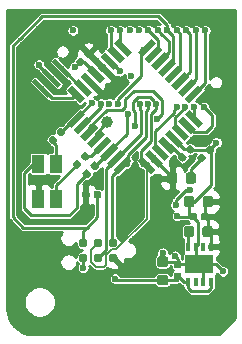
<source format=gbr>
G04 #@! TF.GenerationSoftware,KiCad,Pcbnew,(5.1.2)-2*
G04 #@! TF.CreationDate,2020-01-14T13:00:19+01:00*
G04 #@! TF.ProjectId,ACM-pcb,41434d2d-7063-4622-9e6b-696361645f70,rev?*
G04 #@! TF.SameCoordinates,Original*
G04 #@! TF.FileFunction,Copper,L1,Top*
G04 #@! TF.FilePolarity,Positive*
%FSLAX46Y46*%
G04 Gerber Fmt 4.6, Leading zero omitted, Abs format (unit mm)*
G04 Created by KiCad (PCBNEW (5.1.2)-2) date 2020-01-14 13:00:19*
%MOMM*%
%LPD*%
G04 APERTURE LIST*
%ADD10C,0.100000*%
%ADD11C,0.875000*%
%ADD12C,0.550000*%
%ADD13C,0.787400*%
%ADD14R,1.100000X1.500000*%
%ADD15C,0.590000*%
%ADD16C,0.400000*%
%ADD17R,0.350000X0.750000*%
%ADD18R,2.400000X1.600000*%
%ADD19C,0.600000*%
%ADD20C,1.000000*%
%ADD21C,0.254000*%
%ADD22C,0.127000*%
G04 APERTURE END LIST*
D10*
G36*
X79027691Y-78026053D02*
G01*
X79048926Y-78029203D01*
X79069750Y-78034419D01*
X79089962Y-78041651D01*
X79109368Y-78050830D01*
X79127781Y-78061866D01*
X79145024Y-78074654D01*
X79160930Y-78089070D01*
X79175346Y-78104976D01*
X79188134Y-78122219D01*
X79199170Y-78140632D01*
X79208349Y-78160038D01*
X79215581Y-78180250D01*
X79220797Y-78201074D01*
X79223947Y-78222309D01*
X79225000Y-78243750D01*
X79225000Y-78756250D01*
X79223947Y-78777691D01*
X79220797Y-78798926D01*
X79215581Y-78819750D01*
X79208349Y-78839962D01*
X79199170Y-78859368D01*
X79188134Y-78877781D01*
X79175346Y-78895024D01*
X79160930Y-78910930D01*
X79145024Y-78925346D01*
X79127781Y-78938134D01*
X79109368Y-78949170D01*
X79089962Y-78958349D01*
X79069750Y-78965581D01*
X79048926Y-78970797D01*
X79027691Y-78973947D01*
X79006250Y-78975000D01*
X78568750Y-78975000D01*
X78547309Y-78973947D01*
X78526074Y-78970797D01*
X78505250Y-78965581D01*
X78485038Y-78958349D01*
X78465632Y-78949170D01*
X78447219Y-78938134D01*
X78429976Y-78925346D01*
X78414070Y-78910930D01*
X78399654Y-78895024D01*
X78386866Y-78877781D01*
X78375830Y-78859368D01*
X78366651Y-78839962D01*
X78359419Y-78819750D01*
X78354203Y-78798926D01*
X78351053Y-78777691D01*
X78350000Y-78756250D01*
X78350000Y-78243750D01*
X78351053Y-78222309D01*
X78354203Y-78201074D01*
X78359419Y-78180250D01*
X78366651Y-78160038D01*
X78375830Y-78140632D01*
X78386866Y-78122219D01*
X78399654Y-78104976D01*
X78414070Y-78089070D01*
X78429976Y-78074654D01*
X78447219Y-78061866D01*
X78465632Y-78050830D01*
X78485038Y-78041651D01*
X78505250Y-78034419D01*
X78526074Y-78029203D01*
X78547309Y-78026053D01*
X78568750Y-78025000D01*
X79006250Y-78025000D01*
X79027691Y-78026053D01*
X79027691Y-78026053D01*
G37*
D11*
X78787500Y-78500000D03*
D10*
G36*
X77452691Y-78026053D02*
G01*
X77473926Y-78029203D01*
X77494750Y-78034419D01*
X77514962Y-78041651D01*
X77534368Y-78050830D01*
X77552781Y-78061866D01*
X77570024Y-78074654D01*
X77585930Y-78089070D01*
X77600346Y-78104976D01*
X77613134Y-78122219D01*
X77624170Y-78140632D01*
X77633349Y-78160038D01*
X77640581Y-78180250D01*
X77645797Y-78201074D01*
X77648947Y-78222309D01*
X77650000Y-78243750D01*
X77650000Y-78756250D01*
X77648947Y-78777691D01*
X77645797Y-78798926D01*
X77640581Y-78819750D01*
X77633349Y-78839962D01*
X77624170Y-78859368D01*
X77613134Y-78877781D01*
X77600346Y-78895024D01*
X77585930Y-78910930D01*
X77570024Y-78925346D01*
X77552781Y-78938134D01*
X77534368Y-78949170D01*
X77514962Y-78958349D01*
X77494750Y-78965581D01*
X77473926Y-78970797D01*
X77452691Y-78973947D01*
X77431250Y-78975000D01*
X76993750Y-78975000D01*
X76972309Y-78973947D01*
X76951074Y-78970797D01*
X76930250Y-78965581D01*
X76910038Y-78958349D01*
X76890632Y-78949170D01*
X76872219Y-78938134D01*
X76854976Y-78925346D01*
X76839070Y-78910930D01*
X76824654Y-78895024D01*
X76811866Y-78877781D01*
X76800830Y-78859368D01*
X76791651Y-78839962D01*
X76784419Y-78819750D01*
X76779203Y-78798926D01*
X76776053Y-78777691D01*
X76775000Y-78756250D01*
X76775000Y-78243750D01*
X76776053Y-78222309D01*
X76779203Y-78201074D01*
X76784419Y-78180250D01*
X76791651Y-78160038D01*
X76800830Y-78140632D01*
X76811866Y-78122219D01*
X76824654Y-78104976D01*
X76839070Y-78089070D01*
X76854976Y-78074654D01*
X76872219Y-78061866D01*
X76890632Y-78050830D01*
X76910038Y-78041651D01*
X76930250Y-78034419D01*
X76951074Y-78029203D01*
X76972309Y-78026053D01*
X76993750Y-78025000D01*
X77431250Y-78025000D01*
X77452691Y-78026053D01*
X77452691Y-78026053D01*
G37*
D11*
X77212500Y-78500000D03*
D12*
X73018019Y-67461165D03*
D10*
G36*
X72257879Y-67089934D02*
G01*
X72646788Y-66701025D01*
X73778159Y-67832396D01*
X73389250Y-68221305D01*
X72257879Y-67089934D01*
X72257879Y-67089934D01*
G37*
D12*
X72452334Y-68026851D03*
D10*
G36*
X71692194Y-67655620D02*
G01*
X72081103Y-67266711D01*
X73212474Y-68398082D01*
X72823565Y-68786991D01*
X71692194Y-67655620D01*
X71692194Y-67655620D01*
G37*
D12*
X71886648Y-68592536D03*
D10*
G36*
X71126508Y-68221305D02*
G01*
X71515417Y-67832396D01*
X72646788Y-68963767D01*
X72257879Y-69352676D01*
X71126508Y-68221305D01*
X71126508Y-68221305D01*
G37*
D12*
X71320963Y-69158221D03*
D10*
G36*
X70560823Y-68786990D02*
G01*
X70949732Y-68398081D01*
X72081103Y-69529452D01*
X71692194Y-69918361D01*
X70560823Y-68786990D01*
X70560823Y-68786990D01*
G37*
D12*
X70755277Y-69723907D03*
D10*
G36*
X69995137Y-69352676D02*
G01*
X70384046Y-68963767D01*
X71515417Y-70095138D01*
X71126508Y-70484047D01*
X69995137Y-69352676D01*
X69995137Y-69352676D01*
G37*
D12*
X70189592Y-70289592D03*
D10*
G36*
X69429452Y-69918361D02*
G01*
X69818361Y-69529452D01*
X70949732Y-70660823D01*
X70560823Y-71049732D01*
X69429452Y-69918361D01*
X69429452Y-69918361D01*
G37*
D12*
X69623907Y-70855278D03*
D10*
G36*
X68863767Y-70484047D02*
G01*
X69252676Y-70095138D01*
X70384047Y-71226509D01*
X69995138Y-71615418D01*
X68863767Y-70484047D01*
X68863767Y-70484047D01*
G37*
D12*
X69058221Y-71420963D03*
D10*
G36*
X68298081Y-71049732D02*
G01*
X68686990Y-70660823D01*
X69818361Y-71792194D01*
X69429452Y-72181103D01*
X68298081Y-71049732D01*
X68298081Y-71049732D01*
G37*
D12*
X69058221Y-73471573D03*
D10*
G36*
X68686990Y-74231713D02*
G01*
X68298081Y-73842804D01*
X69429452Y-72711433D01*
X69818361Y-73100342D01*
X68686990Y-74231713D01*
X68686990Y-74231713D01*
G37*
D12*
X69623907Y-74037258D03*
D10*
G36*
X69252676Y-74797398D02*
G01*
X68863767Y-74408489D01*
X69995138Y-73277118D01*
X70384047Y-73666027D01*
X69252676Y-74797398D01*
X69252676Y-74797398D01*
G37*
D12*
X70189592Y-74602944D03*
D10*
G36*
X69818361Y-75363084D02*
G01*
X69429452Y-74974175D01*
X70560823Y-73842804D01*
X70949732Y-74231713D01*
X69818361Y-75363084D01*
X69818361Y-75363084D01*
G37*
D12*
X70755277Y-75168629D03*
D10*
G36*
X70384046Y-75928769D02*
G01*
X69995137Y-75539860D01*
X71126508Y-74408489D01*
X71515417Y-74797398D01*
X70384046Y-75928769D01*
X70384046Y-75928769D01*
G37*
D12*
X71320963Y-75734315D03*
D10*
G36*
X70949732Y-76494455D02*
G01*
X70560823Y-76105546D01*
X71692194Y-74974175D01*
X72081103Y-75363084D01*
X70949732Y-76494455D01*
X70949732Y-76494455D01*
G37*
D12*
X71886648Y-76300000D03*
D10*
G36*
X71515417Y-77060140D02*
G01*
X71126508Y-76671231D01*
X72257879Y-75539860D01*
X72646788Y-75928769D01*
X71515417Y-77060140D01*
X71515417Y-77060140D01*
G37*
D12*
X72452334Y-76865685D03*
D10*
G36*
X72081103Y-77625825D02*
G01*
X71692194Y-77236916D01*
X72823565Y-76105545D01*
X73212474Y-76494454D01*
X72081103Y-77625825D01*
X72081103Y-77625825D01*
G37*
D12*
X73018019Y-77431371D03*
D10*
G36*
X72646788Y-78191511D02*
G01*
X72257879Y-77802602D01*
X73389250Y-76671231D01*
X73778159Y-77060140D01*
X72646788Y-78191511D01*
X72646788Y-78191511D01*
G37*
D12*
X75068629Y-77431371D03*
D10*
G36*
X74308489Y-77060140D02*
G01*
X74697398Y-76671231D01*
X75828769Y-77802602D01*
X75439860Y-78191511D01*
X74308489Y-77060140D01*
X74308489Y-77060140D01*
G37*
D12*
X75634314Y-76865685D03*
D10*
G36*
X74874174Y-76494454D02*
G01*
X75263083Y-76105545D01*
X76394454Y-77236916D01*
X76005545Y-77625825D01*
X74874174Y-76494454D01*
X74874174Y-76494454D01*
G37*
D12*
X76200000Y-76300000D03*
D10*
G36*
X75439860Y-75928769D02*
G01*
X75828769Y-75539860D01*
X76960140Y-76671231D01*
X76571231Y-77060140D01*
X75439860Y-75928769D01*
X75439860Y-75928769D01*
G37*
D12*
X76765685Y-75734315D03*
D10*
G36*
X76005545Y-75363084D02*
G01*
X76394454Y-74974175D01*
X77525825Y-76105546D01*
X77136916Y-76494455D01*
X76005545Y-75363084D01*
X76005545Y-75363084D01*
G37*
D12*
X77331371Y-75168629D03*
D10*
G36*
X76571231Y-74797398D02*
G01*
X76960140Y-74408489D01*
X78091511Y-75539860D01*
X77702602Y-75928769D01*
X76571231Y-74797398D01*
X76571231Y-74797398D01*
G37*
D12*
X77897056Y-74602944D03*
D10*
G36*
X77136916Y-74231713D02*
G01*
X77525825Y-73842804D01*
X78657196Y-74974175D01*
X78268287Y-75363084D01*
X77136916Y-74231713D01*
X77136916Y-74231713D01*
G37*
D12*
X78462741Y-74037258D03*
D10*
G36*
X77702601Y-73666027D02*
G01*
X78091510Y-73277118D01*
X79222881Y-74408489D01*
X78833972Y-74797398D01*
X77702601Y-73666027D01*
X77702601Y-73666027D01*
G37*
D12*
X79028427Y-73471573D03*
D10*
G36*
X78268287Y-73100342D02*
G01*
X78657196Y-72711433D01*
X79788567Y-73842804D01*
X79399658Y-74231713D01*
X78268287Y-73100342D01*
X78268287Y-73100342D01*
G37*
D12*
X79028427Y-71420963D03*
D10*
G36*
X78657196Y-72181103D02*
G01*
X78268287Y-71792194D01*
X79399658Y-70660823D01*
X79788567Y-71049732D01*
X78657196Y-72181103D01*
X78657196Y-72181103D01*
G37*
D12*
X78462741Y-70855278D03*
D10*
G36*
X78091510Y-71615418D02*
G01*
X77702601Y-71226509D01*
X78833972Y-70095138D01*
X79222881Y-70484047D01*
X78091510Y-71615418D01*
X78091510Y-71615418D01*
G37*
D12*
X77897056Y-70289592D03*
D10*
G36*
X77525825Y-71049732D02*
G01*
X77136916Y-70660823D01*
X78268287Y-69529452D01*
X78657196Y-69918361D01*
X77525825Y-71049732D01*
X77525825Y-71049732D01*
G37*
D12*
X77331371Y-69723907D03*
D10*
G36*
X76960140Y-70484047D02*
G01*
X76571231Y-70095138D01*
X77702602Y-68963767D01*
X78091511Y-69352676D01*
X76960140Y-70484047D01*
X76960140Y-70484047D01*
G37*
D12*
X76765685Y-69158221D03*
D10*
G36*
X76394454Y-69918361D02*
G01*
X76005545Y-69529452D01*
X77136916Y-68398081D01*
X77525825Y-68786990D01*
X76394454Y-69918361D01*
X76394454Y-69918361D01*
G37*
D12*
X76200000Y-68592536D03*
D10*
G36*
X75828769Y-69352676D02*
G01*
X75439860Y-68963767D01*
X76571231Y-67832396D01*
X76960140Y-68221305D01*
X75828769Y-69352676D01*
X75828769Y-69352676D01*
G37*
D12*
X75634314Y-68026851D03*
D10*
G36*
X75263083Y-68786991D02*
G01*
X74874174Y-68398082D01*
X76005545Y-67266711D01*
X76394454Y-67655620D01*
X75263083Y-68786991D01*
X75263083Y-68786991D01*
G37*
D12*
X75068629Y-67461165D03*
D10*
G36*
X74697398Y-68221305D02*
G01*
X74308489Y-67832396D01*
X75439860Y-66701025D01*
X75828769Y-67089934D01*
X74697398Y-68221305D01*
X74697398Y-68221305D01*
G37*
D13*
X72230000Y-83985000D03*
X72230000Y-85255000D03*
X70960000Y-83985000D03*
X70960000Y-85255000D03*
X69690000Y-83985000D03*
X69690000Y-85255000D03*
D14*
X65890000Y-80300000D03*
X65890000Y-77300000D03*
X67390000Y-77300000D03*
X67390000Y-80300000D03*
D10*
G36*
X70061958Y-79580710D02*
G01*
X70076276Y-79582834D01*
X70090317Y-79586351D01*
X70103946Y-79591228D01*
X70117031Y-79597417D01*
X70129447Y-79604858D01*
X70141073Y-79613481D01*
X70151798Y-79623202D01*
X70161519Y-79633927D01*
X70170142Y-79645553D01*
X70177583Y-79657969D01*
X70183772Y-79671054D01*
X70188649Y-79684683D01*
X70192166Y-79698724D01*
X70194290Y-79713042D01*
X70195000Y-79727500D01*
X70195000Y-80072500D01*
X70194290Y-80086958D01*
X70192166Y-80101276D01*
X70188649Y-80115317D01*
X70183772Y-80128946D01*
X70177583Y-80142031D01*
X70170142Y-80154447D01*
X70161519Y-80166073D01*
X70151798Y-80176798D01*
X70141073Y-80186519D01*
X70129447Y-80195142D01*
X70117031Y-80202583D01*
X70103946Y-80208772D01*
X70090317Y-80213649D01*
X70076276Y-80217166D01*
X70061958Y-80219290D01*
X70047500Y-80220000D01*
X69752500Y-80220000D01*
X69738042Y-80219290D01*
X69723724Y-80217166D01*
X69709683Y-80213649D01*
X69696054Y-80208772D01*
X69682969Y-80202583D01*
X69670553Y-80195142D01*
X69658927Y-80186519D01*
X69648202Y-80176798D01*
X69638481Y-80166073D01*
X69629858Y-80154447D01*
X69622417Y-80142031D01*
X69616228Y-80128946D01*
X69611351Y-80115317D01*
X69607834Y-80101276D01*
X69605710Y-80086958D01*
X69605000Y-80072500D01*
X69605000Y-79727500D01*
X69605710Y-79713042D01*
X69607834Y-79698724D01*
X69611351Y-79684683D01*
X69616228Y-79671054D01*
X69622417Y-79657969D01*
X69629858Y-79645553D01*
X69638481Y-79633927D01*
X69648202Y-79623202D01*
X69658927Y-79613481D01*
X69670553Y-79604858D01*
X69682969Y-79597417D01*
X69696054Y-79591228D01*
X69709683Y-79586351D01*
X69723724Y-79582834D01*
X69738042Y-79580710D01*
X69752500Y-79580000D01*
X70047500Y-79580000D01*
X70061958Y-79580710D01*
X70061958Y-79580710D01*
G37*
D15*
X69900000Y-79900000D03*
D10*
G36*
X71031958Y-79580710D02*
G01*
X71046276Y-79582834D01*
X71060317Y-79586351D01*
X71073946Y-79591228D01*
X71087031Y-79597417D01*
X71099447Y-79604858D01*
X71111073Y-79613481D01*
X71121798Y-79623202D01*
X71131519Y-79633927D01*
X71140142Y-79645553D01*
X71147583Y-79657969D01*
X71153772Y-79671054D01*
X71158649Y-79684683D01*
X71162166Y-79698724D01*
X71164290Y-79713042D01*
X71165000Y-79727500D01*
X71165000Y-80072500D01*
X71164290Y-80086958D01*
X71162166Y-80101276D01*
X71158649Y-80115317D01*
X71153772Y-80128946D01*
X71147583Y-80142031D01*
X71140142Y-80154447D01*
X71131519Y-80166073D01*
X71121798Y-80176798D01*
X71111073Y-80186519D01*
X71099447Y-80195142D01*
X71087031Y-80202583D01*
X71073946Y-80208772D01*
X71060317Y-80213649D01*
X71046276Y-80217166D01*
X71031958Y-80219290D01*
X71017500Y-80220000D01*
X70722500Y-80220000D01*
X70708042Y-80219290D01*
X70693724Y-80217166D01*
X70679683Y-80213649D01*
X70666054Y-80208772D01*
X70652969Y-80202583D01*
X70640553Y-80195142D01*
X70628927Y-80186519D01*
X70618202Y-80176798D01*
X70608481Y-80166073D01*
X70599858Y-80154447D01*
X70592417Y-80142031D01*
X70586228Y-80128946D01*
X70581351Y-80115317D01*
X70577834Y-80101276D01*
X70575710Y-80086958D01*
X70575000Y-80072500D01*
X70575000Y-79727500D01*
X70575710Y-79713042D01*
X70577834Y-79698724D01*
X70581351Y-79684683D01*
X70586228Y-79671054D01*
X70592417Y-79657969D01*
X70599858Y-79645553D01*
X70608481Y-79633927D01*
X70618202Y-79623202D01*
X70628927Y-79613481D01*
X70640553Y-79604858D01*
X70652969Y-79597417D01*
X70666054Y-79591228D01*
X70679683Y-79586351D01*
X70693724Y-79582834D01*
X70708042Y-79580710D01*
X70722500Y-79580000D01*
X71017500Y-79580000D01*
X71031958Y-79580710D01*
X71031958Y-79580710D01*
G37*
D15*
X70870000Y-79900000D03*
D10*
G36*
X69976780Y-77766936D02*
G01*
X69991098Y-77769060D01*
X70005139Y-77772577D01*
X70018768Y-77777454D01*
X70031853Y-77783643D01*
X70044269Y-77791084D01*
X70055895Y-77799707D01*
X70066620Y-77809428D01*
X70310572Y-78053380D01*
X70320293Y-78064105D01*
X70328916Y-78075731D01*
X70336357Y-78088147D01*
X70342546Y-78101232D01*
X70347423Y-78114861D01*
X70350940Y-78128902D01*
X70353064Y-78143220D01*
X70353774Y-78157678D01*
X70353064Y-78172136D01*
X70350940Y-78186454D01*
X70347423Y-78200495D01*
X70342546Y-78214124D01*
X70336357Y-78227209D01*
X70328916Y-78239625D01*
X70320293Y-78251251D01*
X70310572Y-78261976D01*
X70101976Y-78470572D01*
X70091251Y-78480293D01*
X70079625Y-78488916D01*
X70067209Y-78496357D01*
X70054124Y-78502546D01*
X70040495Y-78507423D01*
X70026454Y-78510940D01*
X70012136Y-78513064D01*
X69997678Y-78513774D01*
X69983220Y-78513064D01*
X69968902Y-78510940D01*
X69954861Y-78507423D01*
X69941232Y-78502546D01*
X69928147Y-78496357D01*
X69915731Y-78488916D01*
X69904105Y-78480293D01*
X69893380Y-78470572D01*
X69649428Y-78226620D01*
X69639707Y-78215895D01*
X69631084Y-78204269D01*
X69623643Y-78191853D01*
X69617454Y-78178768D01*
X69612577Y-78165139D01*
X69609060Y-78151098D01*
X69606936Y-78136780D01*
X69606226Y-78122322D01*
X69606936Y-78107864D01*
X69609060Y-78093546D01*
X69612577Y-78079505D01*
X69617454Y-78065876D01*
X69623643Y-78052791D01*
X69631084Y-78040375D01*
X69639707Y-78028749D01*
X69649428Y-78018024D01*
X69858024Y-77809428D01*
X69868749Y-77799707D01*
X69880375Y-77791084D01*
X69892791Y-77783643D01*
X69905876Y-77777454D01*
X69919505Y-77772577D01*
X69933546Y-77769060D01*
X69947864Y-77766936D01*
X69962322Y-77766226D01*
X69976780Y-77766936D01*
X69976780Y-77766936D01*
G37*
D15*
X69980000Y-78140000D03*
D10*
G36*
X70662674Y-77081042D02*
G01*
X70676992Y-77083166D01*
X70691033Y-77086683D01*
X70704662Y-77091560D01*
X70717747Y-77097749D01*
X70730163Y-77105190D01*
X70741789Y-77113813D01*
X70752514Y-77123534D01*
X70996466Y-77367486D01*
X71006187Y-77378211D01*
X71014810Y-77389837D01*
X71022251Y-77402253D01*
X71028440Y-77415338D01*
X71033317Y-77428967D01*
X71036834Y-77443008D01*
X71038958Y-77457326D01*
X71039668Y-77471784D01*
X71038958Y-77486242D01*
X71036834Y-77500560D01*
X71033317Y-77514601D01*
X71028440Y-77528230D01*
X71022251Y-77541315D01*
X71014810Y-77553731D01*
X71006187Y-77565357D01*
X70996466Y-77576082D01*
X70787870Y-77784678D01*
X70777145Y-77794399D01*
X70765519Y-77803022D01*
X70753103Y-77810463D01*
X70740018Y-77816652D01*
X70726389Y-77821529D01*
X70712348Y-77825046D01*
X70698030Y-77827170D01*
X70683572Y-77827880D01*
X70669114Y-77827170D01*
X70654796Y-77825046D01*
X70640755Y-77821529D01*
X70627126Y-77816652D01*
X70614041Y-77810463D01*
X70601625Y-77803022D01*
X70589999Y-77794399D01*
X70579274Y-77784678D01*
X70335322Y-77540726D01*
X70325601Y-77530001D01*
X70316978Y-77518375D01*
X70309537Y-77505959D01*
X70303348Y-77492874D01*
X70298471Y-77479245D01*
X70294954Y-77465204D01*
X70292830Y-77450886D01*
X70292120Y-77436428D01*
X70292830Y-77421970D01*
X70294954Y-77407652D01*
X70298471Y-77393611D01*
X70303348Y-77379982D01*
X70309537Y-77366897D01*
X70316978Y-77354481D01*
X70325601Y-77342855D01*
X70335322Y-77332130D01*
X70543918Y-77123534D01*
X70554643Y-77113813D01*
X70566269Y-77105190D01*
X70578685Y-77097749D01*
X70591770Y-77091560D01*
X70605399Y-77086683D01*
X70619440Y-77083166D01*
X70633758Y-77081042D01*
X70648216Y-77080332D01*
X70662674Y-77081042D01*
X70662674Y-77081042D01*
G37*
D15*
X70665894Y-77454106D03*
D16*
X67847057Y-69182943D03*
D10*
G36*
X68377387Y-69996116D02*
G01*
X67033884Y-68652613D01*
X67316727Y-68369770D01*
X68660230Y-69713273D01*
X68377387Y-69996116D01*
X68377387Y-69996116D01*
G37*
D16*
X66998529Y-70031472D03*
D10*
G36*
X67528859Y-70844645D02*
G01*
X66185356Y-69501142D01*
X66468199Y-69218299D01*
X67811702Y-70561802D01*
X67528859Y-70844645D01*
X67528859Y-70844645D01*
G37*
D16*
X66150000Y-70880000D03*
D10*
G36*
X66680330Y-71693173D02*
G01*
X65336827Y-70349670D01*
X65619670Y-70066827D01*
X66963173Y-71410330D01*
X66680330Y-71693173D01*
X66680330Y-71693173D01*
G37*
G36*
X70132674Y-67616042D02*
G01*
X70146992Y-67618166D01*
X70161033Y-67621683D01*
X70174662Y-67626560D01*
X70187747Y-67632749D01*
X70200163Y-67640190D01*
X70211789Y-67648813D01*
X70222514Y-67658534D01*
X70466466Y-67902486D01*
X70476187Y-67913211D01*
X70484810Y-67924837D01*
X70492251Y-67937253D01*
X70498440Y-67950338D01*
X70503317Y-67963967D01*
X70506834Y-67978008D01*
X70508958Y-67992326D01*
X70509668Y-68006784D01*
X70508958Y-68021242D01*
X70506834Y-68035560D01*
X70503317Y-68049601D01*
X70498440Y-68063230D01*
X70492251Y-68076315D01*
X70484810Y-68088731D01*
X70476187Y-68100357D01*
X70466466Y-68111082D01*
X70257870Y-68319678D01*
X70247145Y-68329399D01*
X70235519Y-68338022D01*
X70223103Y-68345463D01*
X70210018Y-68351652D01*
X70196389Y-68356529D01*
X70182348Y-68360046D01*
X70168030Y-68362170D01*
X70153572Y-68362880D01*
X70139114Y-68362170D01*
X70124796Y-68360046D01*
X70110755Y-68356529D01*
X70097126Y-68351652D01*
X70084041Y-68345463D01*
X70071625Y-68338022D01*
X70059999Y-68329399D01*
X70049274Y-68319678D01*
X69805322Y-68075726D01*
X69795601Y-68065001D01*
X69786978Y-68053375D01*
X69779537Y-68040959D01*
X69773348Y-68027874D01*
X69768471Y-68014245D01*
X69764954Y-68000204D01*
X69762830Y-67985886D01*
X69762120Y-67971428D01*
X69762830Y-67956970D01*
X69764954Y-67942652D01*
X69768471Y-67928611D01*
X69773348Y-67914982D01*
X69779537Y-67901897D01*
X69786978Y-67889481D01*
X69795601Y-67877855D01*
X69805322Y-67867130D01*
X70013918Y-67658534D01*
X70024643Y-67648813D01*
X70036269Y-67640190D01*
X70048685Y-67632749D01*
X70061770Y-67626560D01*
X70075399Y-67621683D01*
X70089440Y-67618166D01*
X70103758Y-67616042D01*
X70118216Y-67615332D01*
X70132674Y-67616042D01*
X70132674Y-67616042D01*
G37*
D15*
X70135894Y-67989106D03*
D10*
G36*
X69446780Y-68301936D02*
G01*
X69461098Y-68304060D01*
X69475139Y-68307577D01*
X69488768Y-68312454D01*
X69501853Y-68318643D01*
X69514269Y-68326084D01*
X69525895Y-68334707D01*
X69536620Y-68344428D01*
X69780572Y-68588380D01*
X69790293Y-68599105D01*
X69798916Y-68610731D01*
X69806357Y-68623147D01*
X69812546Y-68636232D01*
X69817423Y-68649861D01*
X69820940Y-68663902D01*
X69823064Y-68678220D01*
X69823774Y-68692678D01*
X69823064Y-68707136D01*
X69820940Y-68721454D01*
X69817423Y-68735495D01*
X69812546Y-68749124D01*
X69806357Y-68762209D01*
X69798916Y-68774625D01*
X69790293Y-68786251D01*
X69780572Y-68796976D01*
X69571976Y-69005572D01*
X69561251Y-69015293D01*
X69549625Y-69023916D01*
X69537209Y-69031357D01*
X69524124Y-69037546D01*
X69510495Y-69042423D01*
X69496454Y-69045940D01*
X69482136Y-69048064D01*
X69467678Y-69048774D01*
X69453220Y-69048064D01*
X69438902Y-69045940D01*
X69424861Y-69042423D01*
X69411232Y-69037546D01*
X69398147Y-69031357D01*
X69385731Y-69023916D01*
X69374105Y-69015293D01*
X69363380Y-69005572D01*
X69119428Y-68761620D01*
X69109707Y-68750895D01*
X69101084Y-68739269D01*
X69093643Y-68726853D01*
X69087454Y-68713768D01*
X69082577Y-68700139D01*
X69079060Y-68686098D01*
X69076936Y-68671780D01*
X69076226Y-68657322D01*
X69076936Y-68642864D01*
X69079060Y-68628546D01*
X69082577Y-68614505D01*
X69087454Y-68600876D01*
X69093643Y-68587791D01*
X69101084Y-68575375D01*
X69109707Y-68563749D01*
X69119428Y-68553024D01*
X69328024Y-68344428D01*
X69338749Y-68334707D01*
X69350375Y-68326084D01*
X69362791Y-68318643D01*
X69375876Y-68312454D01*
X69389505Y-68307577D01*
X69403546Y-68304060D01*
X69417864Y-68301936D01*
X69432322Y-68301226D01*
X69446780Y-68301936D01*
X69446780Y-68301936D01*
G37*
D15*
X69450000Y-68675000D03*
D10*
G36*
X79696780Y-76426936D02*
G01*
X79711098Y-76429060D01*
X79725139Y-76432577D01*
X79738768Y-76437454D01*
X79751853Y-76443643D01*
X79764269Y-76451084D01*
X79775895Y-76459707D01*
X79786620Y-76469428D01*
X80030572Y-76713380D01*
X80040293Y-76724105D01*
X80048916Y-76735731D01*
X80056357Y-76748147D01*
X80062546Y-76761232D01*
X80067423Y-76774861D01*
X80070940Y-76788902D01*
X80073064Y-76803220D01*
X80073774Y-76817678D01*
X80073064Y-76832136D01*
X80070940Y-76846454D01*
X80067423Y-76860495D01*
X80062546Y-76874124D01*
X80056357Y-76887209D01*
X80048916Y-76899625D01*
X80040293Y-76911251D01*
X80030572Y-76921976D01*
X79821976Y-77130572D01*
X79811251Y-77140293D01*
X79799625Y-77148916D01*
X79787209Y-77156357D01*
X79774124Y-77162546D01*
X79760495Y-77167423D01*
X79746454Y-77170940D01*
X79732136Y-77173064D01*
X79717678Y-77173774D01*
X79703220Y-77173064D01*
X79688902Y-77170940D01*
X79674861Y-77167423D01*
X79661232Y-77162546D01*
X79648147Y-77156357D01*
X79635731Y-77148916D01*
X79624105Y-77140293D01*
X79613380Y-77130572D01*
X79369428Y-76886620D01*
X79359707Y-76875895D01*
X79351084Y-76864269D01*
X79343643Y-76851853D01*
X79337454Y-76838768D01*
X79332577Y-76825139D01*
X79329060Y-76811098D01*
X79326936Y-76796780D01*
X79326226Y-76782322D01*
X79326936Y-76767864D01*
X79329060Y-76753546D01*
X79332577Y-76739505D01*
X79337454Y-76725876D01*
X79343643Y-76712791D01*
X79351084Y-76700375D01*
X79359707Y-76688749D01*
X79369428Y-76678024D01*
X79578024Y-76469428D01*
X79588749Y-76459707D01*
X79600375Y-76451084D01*
X79612791Y-76443643D01*
X79625876Y-76437454D01*
X79639505Y-76432577D01*
X79653546Y-76429060D01*
X79667864Y-76426936D01*
X79682322Y-76426226D01*
X79696780Y-76426936D01*
X79696780Y-76426936D01*
G37*
D15*
X79700000Y-76800000D03*
D10*
G36*
X80382674Y-75741042D02*
G01*
X80396992Y-75743166D01*
X80411033Y-75746683D01*
X80424662Y-75751560D01*
X80437747Y-75757749D01*
X80450163Y-75765190D01*
X80461789Y-75773813D01*
X80472514Y-75783534D01*
X80716466Y-76027486D01*
X80726187Y-76038211D01*
X80734810Y-76049837D01*
X80742251Y-76062253D01*
X80748440Y-76075338D01*
X80753317Y-76088967D01*
X80756834Y-76103008D01*
X80758958Y-76117326D01*
X80759668Y-76131784D01*
X80758958Y-76146242D01*
X80756834Y-76160560D01*
X80753317Y-76174601D01*
X80748440Y-76188230D01*
X80742251Y-76201315D01*
X80734810Y-76213731D01*
X80726187Y-76225357D01*
X80716466Y-76236082D01*
X80507870Y-76444678D01*
X80497145Y-76454399D01*
X80485519Y-76463022D01*
X80473103Y-76470463D01*
X80460018Y-76476652D01*
X80446389Y-76481529D01*
X80432348Y-76485046D01*
X80418030Y-76487170D01*
X80403572Y-76487880D01*
X80389114Y-76487170D01*
X80374796Y-76485046D01*
X80360755Y-76481529D01*
X80347126Y-76476652D01*
X80334041Y-76470463D01*
X80321625Y-76463022D01*
X80309999Y-76454399D01*
X80299274Y-76444678D01*
X80055322Y-76200726D01*
X80045601Y-76190001D01*
X80036978Y-76178375D01*
X80029537Y-76165959D01*
X80023348Y-76152874D01*
X80018471Y-76139245D01*
X80014954Y-76125204D01*
X80012830Y-76110886D01*
X80012120Y-76096428D01*
X80012830Y-76081970D01*
X80014954Y-76067652D01*
X80018471Y-76053611D01*
X80023348Y-76039982D01*
X80029537Y-76026897D01*
X80036978Y-76014481D01*
X80045601Y-76002855D01*
X80055322Y-75992130D01*
X80263918Y-75783534D01*
X80274643Y-75773813D01*
X80286269Y-75765190D01*
X80298685Y-75757749D01*
X80311770Y-75751560D01*
X80325399Y-75746683D01*
X80339440Y-75743166D01*
X80353758Y-75741042D01*
X80368216Y-75740332D01*
X80382674Y-75741042D01*
X80382674Y-75741042D01*
G37*
D15*
X80385894Y-76114106D03*
D10*
G36*
X78053833Y-76369883D02*
G01*
X78068151Y-76372007D01*
X78082192Y-76375524D01*
X78095821Y-76380401D01*
X78108906Y-76386590D01*
X78121322Y-76394031D01*
X78132948Y-76402654D01*
X78143673Y-76412375D01*
X78387625Y-76656327D01*
X78397346Y-76667052D01*
X78405969Y-76678678D01*
X78413410Y-76691094D01*
X78419599Y-76704179D01*
X78424476Y-76717808D01*
X78427993Y-76731849D01*
X78430117Y-76746167D01*
X78430827Y-76760625D01*
X78430117Y-76775083D01*
X78427993Y-76789401D01*
X78424476Y-76803442D01*
X78419599Y-76817071D01*
X78413410Y-76830156D01*
X78405969Y-76842572D01*
X78397346Y-76854198D01*
X78387625Y-76864923D01*
X78179029Y-77073519D01*
X78168304Y-77083240D01*
X78156678Y-77091863D01*
X78144262Y-77099304D01*
X78131177Y-77105493D01*
X78117548Y-77110370D01*
X78103507Y-77113887D01*
X78089189Y-77116011D01*
X78074731Y-77116721D01*
X78060273Y-77116011D01*
X78045955Y-77113887D01*
X78031914Y-77110370D01*
X78018285Y-77105493D01*
X78005200Y-77099304D01*
X77992784Y-77091863D01*
X77981158Y-77083240D01*
X77970433Y-77073519D01*
X77726481Y-76829567D01*
X77716760Y-76818842D01*
X77708137Y-76807216D01*
X77700696Y-76794800D01*
X77694507Y-76781715D01*
X77689630Y-76768086D01*
X77686113Y-76754045D01*
X77683989Y-76739727D01*
X77683279Y-76725269D01*
X77683989Y-76710811D01*
X77686113Y-76696493D01*
X77689630Y-76682452D01*
X77694507Y-76668823D01*
X77700696Y-76655738D01*
X77708137Y-76643322D01*
X77716760Y-76631696D01*
X77726481Y-76620971D01*
X77935077Y-76412375D01*
X77945802Y-76402654D01*
X77957428Y-76394031D01*
X77969844Y-76386590D01*
X77982929Y-76380401D01*
X77996558Y-76375524D01*
X78010599Y-76372007D01*
X78024917Y-76369883D01*
X78039375Y-76369173D01*
X78053833Y-76369883D01*
X78053833Y-76369883D01*
G37*
D15*
X78057053Y-76742947D03*
D10*
G36*
X78739727Y-75683989D02*
G01*
X78754045Y-75686113D01*
X78768086Y-75689630D01*
X78781715Y-75694507D01*
X78794800Y-75700696D01*
X78807216Y-75708137D01*
X78818842Y-75716760D01*
X78829567Y-75726481D01*
X79073519Y-75970433D01*
X79083240Y-75981158D01*
X79091863Y-75992784D01*
X79099304Y-76005200D01*
X79105493Y-76018285D01*
X79110370Y-76031914D01*
X79113887Y-76045955D01*
X79116011Y-76060273D01*
X79116721Y-76074731D01*
X79116011Y-76089189D01*
X79113887Y-76103507D01*
X79110370Y-76117548D01*
X79105493Y-76131177D01*
X79099304Y-76144262D01*
X79091863Y-76156678D01*
X79083240Y-76168304D01*
X79073519Y-76179029D01*
X78864923Y-76387625D01*
X78854198Y-76397346D01*
X78842572Y-76405969D01*
X78830156Y-76413410D01*
X78817071Y-76419599D01*
X78803442Y-76424476D01*
X78789401Y-76427993D01*
X78775083Y-76430117D01*
X78760625Y-76430827D01*
X78746167Y-76430117D01*
X78731849Y-76427993D01*
X78717808Y-76424476D01*
X78704179Y-76419599D01*
X78691094Y-76413410D01*
X78678678Y-76405969D01*
X78667052Y-76397346D01*
X78656327Y-76387625D01*
X78412375Y-76143673D01*
X78402654Y-76132948D01*
X78394031Y-76121322D01*
X78386590Y-76108906D01*
X78380401Y-76095821D01*
X78375524Y-76082192D01*
X78372007Y-76068151D01*
X78369883Y-76053833D01*
X78369173Y-76039375D01*
X78369883Y-76024917D01*
X78372007Y-76010599D01*
X78375524Y-75996558D01*
X78380401Y-75982929D01*
X78386590Y-75969844D01*
X78394031Y-75957428D01*
X78402654Y-75945802D01*
X78412375Y-75935077D01*
X78620971Y-75726481D01*
X78631696Y-75716760D01*
X78643322Y-75708137D01*
X78655738Y-75700696D01*
X78668823Y-75694507D01*
X78682452Y-75689630D01*
X78696493Y-75686113D01*
X78710811Y-75683989D01*
X78725269Y-75683279D01*
X78739727Y-75683989D01*
X78739727Y-75683989D01*
G37*
D15*
X78742947Y-76057053D03*
D10*
G36*
X77856958Y-86503710D02*
G01*
X77871276Y-86505834D01*
X77885317Y-86509351D01*
X77898946Y-86514228D01*
X77912031Y-86520417D01*
X77924447Y-86527858D01*
X77936073Y-86536481D01*
X77946798Y-86546202D01*
X77956519Y-86556927D01*
X77965142Y-86568553D01*
X77972583Y-86580969D01*
X77978772Y-86594054D01*
X77983649Y-86607683D01*
X77987166Y-86621724D01*
X77989290Y-86636042D01*
X77990000Y-86650500D01*
X77990000Y-86945500D01*
X77989290Y-86959958D01*
X77987166Y-86974276D01*
X77983649Y-86988317D01*
X77978772Y-87001946D01*
X77972583Y-87015031D01*
X77965142Y-87027447D01*
X77956519Y-87039073D01*
X77946798Y-87049798D01*
X77936073Y-87059519D01*
X77924447Y-87068142D01*
X77912031Y-87075583D01*
X77898946Y-87081772D01*
X77885317Y-87086649D01*
X77871276Y-87090166D01*
X77856958Y-87092290D01*
X77842500Y-87093000D01*
X77497500Y-87093000D01*
X77483042Y-87092290D01*
X77468724Y-87090166D01*
X77454683Y-87086649D01*
X77441054Y-87081772D01*
X77427969Y-87075583D01*
X77415553Y-87068142D01*
X77403927Y-87059519D01*
X77393202Y-87049798D01*
X77383481Y-87039073D01*
X77374858Y-87027447D01*
X77367417Y-87015031D01*
X77361228Y-87001946D01*
X77356351Y-86988317D01*
X77352834Y-86974276D01*
X77350710Y-86959958D01*
X77350000Y-86945500D01*
X77350000Y-86650500D01*
X77350710Y-86636042D01*
X77352834Y-86621724D01*
X77356351Y-86607683D01*
X77361228Y-86594054D01*
X77367417Y-86580969D01*
X77374858Y-86568553D01*
X77383481Y-86556927D01*
X77393202Y-86546202D01*
X77403927Y-86536481D01*
X77415553Y-86527858D01*
X77427969Y-86520417D01*
X77441054Y-86514228D01*
X77454683Y-86509351D01*
X77468724Y-86505834D01*
X77483042Y-86503710D01*
X77497500Y-86503000D01*
X77842500Y-86503000D01*
X77856958Y-86503710D01*
X77856958Y-86503710D01*
G37*
D15*
X77670000Y-86798000D03*
D10*
G36*
X77856958Y-85533710D02*
G01*
X77871276Y-85535834D01*
X77885317Y-85539351D01*
X77898946Y-85544228D01*
X77912031Y-85550417D01*
X77924447Y-85557858D01*
X77936073Y-85566481D01*
X77946798Y-85576202D01*
X77956519Y-85586927D01*
X77965142Y-85598553D01*
X77972583Y-85610969D01*
X77978772Y-85624054D01*
X77983649Y-85637683D01*
X77987166Y-85651724D01*
X77989290Y-85666042D01*
X77990000Y-85680500D01*
X77990000Y-85975500D01*
X77989290Y-85989958D01*
X77987166Y-86004276D01*
X77983649Y-86018317D01*
X77978772Y-86031946D01*
X77972583Y-86045031D01*
X77965142Y-86057447D01*
X77956519Y-86069073D01*
X77946798Y-86079798D01*
X77936073Y-86089519D01*
X77924447Y-86098142D01*
X77912031Y-86105583D01*
X77898946Y-86111772D01*
X77885317Y-86116649D01*
X77871276Y-86120166D01*
X77856958Y-86122290D01*
X77842500Y-86123000D01*
X77497500Y-86123000D01*
X77483042Y-86122290D01*
X77468724Y-86120166D01*
X77454683Y-86116649D01*
X77441054Y-86111772D01*
X77427969Y-86105583D01*
X77415553Y-86098142D01*
X77403927Y-86089519D01*
X77393202Y-86079798D01*
X77383481Y-86069073D01*
X77374858Y-86057447D01*
X77367417Y-86045031D01*
X77361228Y-86031946D01*
X77356351Y-86018317D01*
X77352834Y-86004276D01*
X77350710Y-85989958D01*
X77350000Y-85975500D01*
X77350000Y-85680500D01*
X77350710Y-85666042D01*
X77352834Y-85651724D01*
X77356351Y-85637683D01*
X77361228Y-85624054D01*
X77367417Y-85610969D01*
X77374858Y-85598553D01*
X77383481Y-85586927D01*
X77393202Y-85576202D01*
X77403927Y-85566481D01*
X77415553Y-85557858D01*
X77427969Y-85550417D01*
X77441054Y-85544228D01*
X77454683Y-85539351D01*
X77468724Y-85535834D01*
X77483042Y-85533710D01*
X77497500Y-85533000D01*
X77842500Y-85533000D01*
X77856958Y-85533710D01*
X77856958Y-85533710D01*
G37*
D15*
X77670000Y-85828000D03*
D10*
G36*
X79147958Y-81444710D02*
G01*
X79162276Y-81446834D01*
X79176317Y-81450351D01*
X79189946Y-81455228D01*
X79203031Y-81461417D01*
X79215447Y-81468858D01*
X79227073Y-81477481D01*
X79237798Y-81487202D01*
X79247519Y-81497927D01*
X79256142Y-81509553D01*
X79263583Y-81521969D01*
X79269772Y-81535054D01*
X79274649Y-81548683D01*
X79278166Y-81562724D01*
X79280290Y-81577042D01*
X79281000Y-81591500D01*
X79281000Y-81936500D01*
X79280290Y-81950958D01*
X79278166Y-81965276D01*
X79274649Y-81979317D01*
X79269772Y-81992946D01*
X79263583Y-82006031D01*
X79256142Y-82018447D01*
X79247519Y-82030073D01*
X79237798Y-82040798D01*
X79227073Y-82050519D01*
X79215447Y-82059142D01*
X79203031Y-82066583D01*
X79189946Y-82072772D01*
X79176317Y-82077649D01*
X79162276Y-82081166D01*
X79147958Y-82083290D01*
X79133500Y-82084000D01*
X78838500Y-82084000D01*
X78824042Y-82083290D01*
X78809724Y-82081166D01*
X78795683Y-82077649D01*
X78782054Y-82072772D01*
X78768969Y-82066583D01*
X78756553Y-82059142D01*
X78744927Y-82050519D01*
X78734202Y-82040798D01*
X78724481Y-82030073D01*
X78715858Y-82018447D01*
X78708417Y-82006031D01*
X78702228Y-81992946D01*
X78697351Y-81979317D01*
X78693834Y-81965276D01*
X78691710Y-81950958D01*
X78691000Y-81936500D01*
X78691000Y-81591500D01*
X78691710Y-81577042D01*
X78693834Y-81562724D01*
X78697351Y-81548683D01*
X78702228Y-81535054D01*
X78708417Y-81521969D01*
X78715858Y-81509553D01*
X78724481Y-81497927D01*
X78734202Y-81487202D01*
X78744927Y-81477481D01*
X78756553Y-81468858D01*
X78768969Y-81461417D01*
X78782054Y-81455228D01*
X78795683Y-81450351D01*
X78809724Y-81446834D01*
X78824042Y-81444710D01*
X78838500Y-81444000D01*
X79133500Y-81444000D01*
X79147958Y-81444710D01*
X79147958Y-81444710D01*
G37*
D15*
X78986000Y-81764000D03*
D10*
G36*
X80117958Y-81444710D02*
G01*
X80132276Y-81446834D01*
X80146317Y-81450351D01*
X80159946Y-81455228D01*
X80173031Y-81461417D01*
X80185447Y-81468858D01*
X80197073Y-81477481D01*
X80207798Y-81487202D01*
X80217519Y-81497927D01*
X80226142Y-81509553D01*
X80233583Y-81521969D01*
X80239772Y-81535054D01*
X80244649Y-81548683D01*
X80248166Y-81562724D01*
X80250290Y-81577042D01*
X80251000Y-81591500D01*
X80251000Y-81936500D01*
X80250290Y-81950958D01*
X80248166Y-81965276D01*
X80244649Y-81979317D01*
X80239772Y-81992946D01*
X80233583Y-82006031D01*
X80226142Y-82018447D01*
X80217519Y-82030073D01*
X80207798Y-82040798D01*
X80197073Y-82050519D01*
X80185447Y-82059142D01*
X80173031Y-82066583D01*
X80159946Y-82072772D01*
X80146317Y-82077649D01*
X80132276Y-82081166D01*
X80117958Y-82083290D01*
X80103500Y-82084000D01*
X79808500Y-82084000D01*
X79794042Y-82083290D01*
X79779724Y-82081166D01*
X79765683Y-82077649D01*
X79752054Y-82072772D01*
X79738969Y-82066583D01*
X79726553Y-82059142D01*
X79714927Y-82050519D01*
X79704202Y-82040798D01*
X79694481Y-82030073D01*
X79685858Y-82018447D01*
X79678417Y-82006031D01*
X79672228Y-81992946D01*
X79667351Y-81979317D01*
X79663834Y-81965276D01*
X79661710Y-81950958D01*
X79661000Y-81936500D01*
X79661000Y-81591500D01*
X79661710Y-81577042D01*
X79663834Y-81562724D01*
X79667351Y-81548683D01*
X79672228Y-81535054D01*
X79678417Y-81521969D01*
X79685858Y-81509553D01*
X79694481Y-81497927D01*
X79704202Y-81487202D01*
X79714927Y-81477481D01*
X79726553Y-81468858D01*
X79738969Y-81461417D01*
X79752054Y-81455228D01*
X79765683Y-81450351D01*
X79779724Y-81446834D01*
X79794042Y-81444710D01*
X79808500Y-81444000D01*
X80103500Y-81444000D01*
X80117958Y-81444710D01*
X80117958Y-81444710D01*
G37*
D15*
X79956000Y-81764000D03*
D10*
G36*
X78875191Y-82560053D02*
G01*
X78896426Y-82563203D01*
X78917250Y-82568419D01*
X78937462Y-82575651D01*
X78956868Y-82584830D01*
X78975281Y-82595866D01*
X78992524Y-82608654D01*
X79008430Y-82623070D01*
X79022846Y-82638976D01*
X79035634Y-82656219D01*
X79046670Y-82674632D01*
X79055849Y-82694038D01*
X79063081Y-82714250D01*
X79068297Y-82735074D01*
X79071447Y-82756309D01*
X79072500Y-82777750D01*
X79072500Y-83290250D01*
X79071447Y-83311691D01*
X79068297Y-83332926D01*
X79063081Y-83353750D01*
X79055849Y-83373962D01*
X79046670Y-83393368D01*
X79035634Y-83411781D01*
X79022846Y-83429024D01*
X79008430Y-83444930D01*
X78992524Y-83459346D01*
X78975281Y-83472134D01*
X78956868Y-83483170D01*
X78937462Y-83492349D01*
X78917250Y-83499581D01*
X78896426Y-83504797D01*
X78875191Y-83507947D01*
X78853750Y-83509000D01*
X78416250Y-83509000D01*
X78394809Y-83507947D01*
X78373574Y-83504797D01*
X78352750Y-83499581D01*
X78332538Y-83492349D01*
X78313132Y-83483170D01*
X78294719Y-83472134D01*
X78277476Y-83459346D01*
X78261570Y-83444930D01*
X78247154Y-83429024D01*
X78234366Y-83411781D01*
X78223330Y-83393368D01*
X78214151Y-83373962D01*
X78206919Y-83353750D01*
X78201703Y-83332926D01*
X78198553Y-83311691D01*
X78197500Y-83290250D01*
X78197500Y-82777750D01*
X78198553Y-82756309D01*
X78201703Y-82735074D01*
X78206919Y-82714250D01*
X78214151Y-82694038D01*
X78223330Y-82674632D01*
X78234366Y-82656219D01*
X78247154Y-82638976D01*
X78261570Y-82623070D01*
X78277476Y-82608654D01*
X78294719Y-82595866D01*
X78313132Y-82584830D01*
X78332538Y-82575651D01*
X78352750Y-82568419D01*
X78373574Y-82563203D01*
X78394809Y-82560053D01*
X78416250Y-82559000D01*
X78853750Y-82559000D01*
X78875191Y-82560053D01*
X78875191Y-82560053D01*
G37*
D11*
X78635000Y-83034000D03*
D10*
G36*
X80450191Y-82560053D02*
G01*
X80471426Y-82563203D01*
X80492250Y-82568419D01*
X80512462Y-82575651D01*
X80531868Y-82584830D01*
X80550281Y-82595866D01*
X80567524Y-82608654D01*
X80583430Y-82623070D01*
X80597846Y-82638976D01*
X80610634Y-82656219D01*
X80621670Y-82674632D01*
X80630849Y-82694038D01*
X80638081Y-82714250D01*
X80643297Y-82735074D01*
X80646447Y-82756309D01*
X80647500Y-82777750D01*
X80647500Y-83290250D01*
X80646447Y-83311691D01*
X80643297Y-83332926D01*
X80638081Y-83353750D01*
X80630849Y-83373962D01*
X80621670Y-83393368D01*
X80610634Y-83411781D01*
X80597846Y-83429024D01*
X80583430Y-83444930D01*
X80567524Y-83459346D01*
X80550281Y-83472134D01*
X80531868Y-83483170D01*
X80512462Y-83492349D01*
X80492250Y-83499581D01*
X80471426Y-83504797D01*
X80450191Y-83507947D01*
X80428750Y-83509000D01*
X79991250Y-83509000D01*
X79969809Y-83507947D01*
X79948574Y-83504797D01*
X79927750Y-83499581D01*
X79907538Y-83492349D01*
X79888132Y-83483170D01*
X79869719Y-83472134D01*
X79852476Y-83459346D01*
X79836570Y-83444930D01*
X79822154Y-83429024D01*
X79809366Y-83411781D01*
X79798330Y-83393368D01*
X79789151Y-83373962D01*
X79781919Y-83353750D01*
X79776703Y-83332926D01*
X79773553Y-83311691D01*
X79772500Y-83290250D01*
X79772500Y-82777750D01*
X79773553Y-82756309D01*
X79776703Y-82735074D01*
X79781919Y-82714250D01*
X79789151Y-82694038D01*
X79798330Y-82674632D01*
X79809366Y-82656219D01*
X79822154Y-82638976D01*
X79836570Y-82623070D01*
X79852476Y-82608654D01*
X79869719Y-82595866D01*
X79888132Y-82584830D01*
X79907538Y-82575651D01*
X79927750Y-82568419D01*
X79948574Y-82563203D01*
X79969809Y-82560053D01*
X79991250Y-82559000D01*
X80428750Y-82559000D01*
X80450191Y-82560053D01*
X80450191Y-82560053D01*
G37*
D11*
X80210000Y-83034000D03*
D17*
X78549000Y-87320000D03*
X79199000Y-87320000D03*
X79849000Y-87320000D03*
X80499000Y-87320000D03*
X80499000Y-84320000D03*
X79849000Y-84320000D03*
X79199000Y-84320000D03*
X78549000Y-84320000D03*
D18*
X79524000Y-85820000D03*
D10*
G36*
X76677691Y-86712553D02*
G01*
X76698926Y-86715703D01*
X76719750Y-86720919D01*
X76739962Y-86728151D01*
X76759368Y-86737330D01*
X76777781Y-86748366D01*
X76795024Y-86761154D01*
X76810930Y-86775570D01*
X76825346Y-86791476D01*
X76838134Y-86808719D01*
X76849170Y-86827132D01*
X76858349Y-86846538D01*
X76865581Y-86866750D01*
X76870797Y-86887574D01*
X76873947Y-86908809D01*
X76875000Y-86930250D01*
X76875000Y-87367750D01*
X76873947Y-87389191D01*
X76870797Y-87410426D01*
X76865581Y-87431250D01*
X76858349Y-87451462D01*
X76849170Y-87470868D01*
X76838134Y-87489281D01*
X76825346Y-87506524D01*
X76810930Y-87522430D01*
X76795024Y-87536846D01*
X76777781Y-87549634D01*
X76759368Y-87560670D01*
X76739962Y-87569849D01*
X76719750Y-87577081D01*
X76698926Y-87582297D01*
X76677691Y-87585447D01*
X76656250Y-87586500D01*
X76143750Y-87586500D01*
X76122309Y-87585447D01*
X76101074Y-87582297D01*
X76080250Y-87577081D01*
X76060038Y-87569849D01*
X76040632Y-87560670D01*
X76022219Y-87549634D01*
X76004976Y-87536846D01*
X75989070Y-87522430D01*
X75974654Y-87506524D01*
X75961866Y-87489281D01*
X75950830Y-87470868D01*
X75941651Y-87451462D01*
X75934419Y-87431250D01*
X75929203Y-87410426D01*
X75926053Y-87389191D01*
X75925000Y-87367750D01*
X75925000Y-86930250D01*
X75926053Y-86908809D01*
X75929203Y-86887574D01*
X75934419Y-86866750D01*
X75941651Y-86846538D01*
X75950830Y-86827132D01*
X75961866Y-86808719D01*
X75974654Y-86791476D01*
X75989070Y-86775570D01*
X76004976Y-86761154D01*
X76022219Y-86748366D01*
X76040632Y-86737330D01*
X76060038Y-86728151D01*
X76080250Y-86720919D01*
X76101074Y-86715703D01*
X76122309Y-86712553D01*
X76143750Y-86711500D01*
X76656250Y-86711500D01*
X76677691Y-86712553D01*
X76677691Y-86712553D01*
G37*
D11*
X76400000Y-87149000D03*
D10*
G36*
X76677691Y-85137553D02*
G01*
X76698926Y-85140703D01*
X76719750Y-85145919D01*
X76739962Y-85153151D01*
X76759368Y-85162330D01*
X76777781Y-85173366D01*
X76795024Y-85186154D01*
X76810930Y-85200570D01*
X76825346Y-85216476D01*
X76838134Y-85233719D01*
X76849170Y-85252132D01*
X76858349Y-85271538D01*
X76865581Y-85291750D01*
X76870797Y-85312574D01*
X76873947Y-85333809D01*
X76875000Y-85355250D01*
X76875000Y-85792750D01*
X76873947Y-85814191D01*
X76870797Y-85835426D01*
X76865581Y-85856250D01*
X76858349Y-85876462D01*
X76849170Y-85895868D01*
X76838134Y-85914281D01*
X76825346Y-85931524D01*
X76810930Y-85947430D01*
X76795024Y-85961846D01*
X76777781Y-85974634D01*
X76759368Y-85985670D01*
X76739962Y-85994849D01*
X76719750Y-86002081D01*
X76698926Y-86007297D01*
X76677691Y-86010447D01*
X76656250Y-86011500D01*
X76143750Y-86011500D01*
X76122309Y-86010447D01*
X76101074Y-86007297D01*
X76080250Y-86002081D01*
X76060038Y-85994849D01*
X76040632Y-85985670D01*
X76022219Y-85974634D01*
X76004976Y-85961846D01*
X75989070Y-85947430D01*
X75974654Y-85931524D01*
X75961866Y-85914281D01*
X75950830Y-85895868D01*
X75941651Y-85876462D01*
X75934419Y-85856250D01*
X75929203Y-85835426D01*
X75926053Y-85814191D01*
X75925000Y-85792750D01*
X75925000Y-85355250D01*
X75926053Y-85333809D01*
X75929203Y-85312574D01*
X75934419Y-85291750D01*
X75941651Y-85271538D01*
X75950830Y-85252132D01*
X75961866Y-85233719D01*
X75974654Y-85216476D01*
X75989070Y-85200570D01*
X76004976Y-85186154D01*
X76022219Y-85173366D01*
X76040632Y-85162330D01*
X76060038Y-85153151D01*
X76080250Y-85145919D01*
X76101074Y-85140703D01*
X76122309Y-85137553D01*
X76143750Y-85136500D01*
X76656250Y-85136500D01*
X76677691Y-85137553D01*
X76677691Y-85137553D01*
G37*
D11*
X76400000Y-85574000D03*
D10*
G36*
X78900691Y-80020053D02*
G01*
X78921926Y-80023203D01*
X78942750Y-80028419D01*
X78962962Y-80035651D01*
X78982368Y-80044830D01*
X79000781Y-80055866D01*
X79018024Y-80068654D01*
X79033930Y-80083070D01*
X79048346Y-80098976D01*
X79061134Y-80116219D01*
X79072170Y-80134632D01*
X79081349Y-80154038D01*
X79088581Y-80174250D01*
X79093797Y-80195074D01*
X79096947Y-80216309D01*
X79098000Y-80237750D01*
X79098000Y-80750250D01*
X79096947Y-80771691D01*
X79093797Y-80792926D01*
X79088581Y-80813750D01*
X79081349Y-80833962D01*
X79072170Y-80853368D01*
X79061134Y-80871781D01*
X79048346Y-80889024D01*
X79033930Y-80904930D01*
X79018024Y-80919346D01*
X79000781Y-80932134D01*
X78982368Y-80943170D01*
X78962962Y-80952349D01*
X78942750Y-80959581D01*
X78921926Y-80964797D01*
X78900691Y-80967947D01*
X78879250Y-80969000D01*
X78441750Y-80969000D01*
X78420309Y-80967947D01*
X78399074Y-80964797D01*
X78378250Y-80959581D01*
X78358038Y-80952349D01*
X78338632Y-80943170D01*
X78320219Y-80932134D01*
X78302976Y-80919346D01*
X78287070Y-80904930D01*
X78272654Y-80889024D01*
X78259866Y-80871781D01*
X78248830Y-80853368D01*
X78239651Y-80833962D01*
X78232419Y-80813750D01*
X78227203Y-80792926D01*
X78224053Y-80771691D01*
X78223000Y-80750250D01*
X78223000Y-80237750D01*
X78224053Y-80216309D01*
X78227203Y-80195074D01*
X78232419Y-80174250D01*
X78239651Y-80154038D01*
X78248830Y-80134632D01*
X78259866Y-80116219D01*
X78272654Y-80098976D01*
X78287070Y-80083070D01*
X78302976Y-80068654D01*
X78320219Y-80055866D01*
X78338632Y-80044830D01*
X78358038Y-80035651D01*
X78378250Y-80028419D01*
X78399074Y-80023203D01*
X78420309Y-80020053D01*
X78441750Y-80019000D01*
X78879250Y-80019000D01*
X78900691Y-80020053D01*
X78900691Y-80020053D01*
G37*
D11*
X78660500Y-80494000D03*
D10*
G36*
X80475691Y-80020053D02*
G01*
X80496926Y-80023203D01*
X80517750Y-80028419D01*
X80537962Y-80035651D01*
X80557368Y-80044830D01*
X80575781Y-80055866D01*
X80593024Y-80068654D01*
X80608930Y-80083070D01*
X80623346Y-80098976D01*
X80636134Y-80116219D01*
X80647170Y-80134632D01*
X80656349Y-80154038D01*
X80663581Y-80174250D01*
X80668797Y-80195074D01*
X80671947Y-80216309D01*
X80673000Y-80237750D01*
X80673000Y-80750250D01*
X80671947Y-80771691D01*
X80668797Y-80792926D01*
X80663581Y-80813750D01*
X80656349Y-80833962D01*
X80647170Y-80853368D01*
X80636134Y-80871781D01*
X80623346Y-80889024D01*
X80608930Y-80904930D01*
X80593024Y-80919346D01*
X80575781Y-80932134D01*
X80557368Y-80943170D01*
X80537962Y-80952349D01*
X80517750Y-80959581D01*
X80496926Y-80964797D01*
X80475691Y-80967947D01*
X80454250Y-80969000D01*
X80016750Y-80969000D01*
X79995309Y-80967947D01*
X79974074Y-80964797D01*
X79953250Y-80959581D01*
X79933038Y-80952349D01*
X79913632Y-80943170D01*
X79895219Y-80932134D01*
X79877976Y-80919346D01*
X79862070Y-80904930D01*
X79847654Y-80889024D01*
X79834866Y-80871781D01*
X79823830Y-80853368D01*
X79814651Y-80833962D01*
X79807419Y-80813750D01*
X79802203Y-80792926D01*
X79799053Y-80771691D01*
X79798000Y-80750250D01*
X79798000Y-80237750D01*
X79799053Y-80216309D01*
X79802203Y-80195074D01*
X79807419Y-80174250D01*
X79814651Y-80154038D01*
X79823830Y-80134632D01*
X79834866Y-80116219D01*
X79847654Y-80098976D01*
X79862070Y-80083070D01*
X79877976Y-80068654D01*
X79895219Y-80055866D01*
X79913632Y-80044830D01*
X79933038Y-80035651D01*
X79953250Y-80028419D01*
X79974074Y-80023203D01*
X79995309Y-80020053D01*
X80016750Y-80019000D01*
X80454250Y-80019000D01*
X80475691Y-80020053D01*
X80475691Y-80020053D01*
G37*
D11*
X80235500Y-80494000D03*
D10*
G36*
X69146780Y-76966936D02*
G01*
X69161098Y-76969060D01*
X69175139Y-76972577D01*
X69188768Y-76977454D01*
X69201853Y-76983643D01*
X69214269Y-76991084D01*
X69225895Y-76999707D01*
X69236620Y-77009428D01*
X69480572Y-77253380D01*
X69490293Y-77264105D01*
X69498916Y-77275731D01*
X69506357Y-77288147D01*
X69512546Y-77301232D01*
X69517423Y-77314861D01*
X69520940Y-77328902D01*
X69523064Y-77343220D01*
X69523774Y-77357678D01*
X69523064Y-77372136D01*
X69520940Y-77386454D01*
X69517423Y-77400495D01*
X69512546Y-77414124D01*
X69506357Y-77427209D01*
X69498916Y-77439625D01*
X69490293Y-77451251D01*
X69480572Y-77461976D01*
X69271976Y-77670572D01*
X69261251Y-77680293D01*
X69249625Y-77688916D01*
X69237209Y-77696357D01*
X69224124Y-77702546D01*
X69210495Y-77707423D01*
X69196454Y-77710940D01*
X69182136Y-77713064D01*
X69167678Y-77713774D01*
X69153220Y-77713064D01*
X69138902Y-77710940D01*
X69124861Y-77707423D01*
X69111232Y-77702546D01*
X69098147Y-77696357D01*
X69085731Y-77688916D01*
X69074105Y-77680293D01*
X69063380Y-77670572D01*
X68819428Y-77426620D01*
X68809707Y-77415895D01*
X68801084Y-77404269D01*
X68793643Y-77391853D01*
X68787454Y-77378768D01*
X68782577Y-77365139D01*
X68779060Y-77351098D01*
X68776936Y-77336780D01*
X68776226Y-77322322D01*
X68776936Y-77307864D01*
X68779060Y-77293546D01*
X68782577Y-77279505D01*
X68787454Y-77265876D01*
X68793643Y-77252791D01*
X68801084Y-77240375D01*
X68809707Y-77228749D01*
X68819428Y-77218024D01*
X69028024Y-77009428D01*
X69038749Y-76999707D01*
X69050375Y-76991084D01*
X69062791Y-76983643D01*
X69075876Y-76977454D01*
X69089505Y-76972577D01*
X69103546Y-76969060D01*
X69117864Y-76966936D01*
X69132322Y-76966226D01*
X69146780Y-76966936D01*
X69146780Y-76966936D01*
G37*
D15*
X69150000Y-77340000D03*
D10*
G36*
X69832674Y-76281042D02*
G01*
X69846992Y-76283166D01*
X69861033Y-76286683D01*
X69874662Y-76291560D01*
X69887747Y-76297749D01*
X69900163Y-76305190D01*
X69911789Y-76313813D01*
X69922514Y-76323534D01*
X70166466Y-76567486D01*
X70176187Y-76578211D01*
X70184810Y-76589837D01*
X70192251Y-76602253D01*
X70198440Y-76615338D01*
X70203317Y-76628967D01*
X70206834Y-76643008D01*
X70208958Y-76657326D01*
X70209668Y-76671784D01*
X70208958Y-76686242D01*
X70206834Y-76700560D01*
X70203317Y-76714601D01*
X70198440Y-76728230D01*
X70192251Y-76741315D01*
X70184810Y-76753731D01*
X70176187Y-76765357D01*
X70166466Y-76776082D01*
X69957870Y-76984678D01*
X69947145Y-76994399D01*
X69935519Y-77003022D01*
X69923103Y-77010463D01*
X69910018Y-77016652D01*
X69896389Y-77021529D01*
X69882348Y-77025046D01*
X69868030Y-77027170D01*
X69853572Y-77027880D01*
X69839114Y-77027170D01*
X69824796Y-77025046D01*
X69810755Y-77021529D01*
X69797126Y-77016652D01*
X69784041Y-77010463D01*
X69771625Y-77003022D01*
X69759999Y-76994399D01*
X69749274Y-76984678D01*
X69505322Y-76740726D01*
X69495601Y-76730001D01*
X69486978Y-76718375D01*
X69479537Y-76705959D01*
X69473348Y-76692874D01*
X69468471Y-76679245D01*
X69464954Y-76665204D01*
X69462830Y-76650886D01*
X69462120Y-76636428D01*
X69462830Y-76621970D01*
X69464954Y-76607652D01*
X69468471Y-76593611D01*
X69473348Y-76579982D01*
X69479537Y-76566897D01*
X69486978Y-76554481D01*
X69495601Y-76542855D01*
X69505322Y-76532130D01*
X69713918Y-76323534D01*
X69724643Y-76313813D01*
X69736269Y-76305190D01*
X69748685Y-76297749D01*
X69761770Y-76291560D01*
X69775399Y-76286683D01*
X69789440Y-76283166D01*
X69803758Y-76281042D01*
X69818216Y-76280332D01*
X69832674Y-76281042D01*
X69832674Y-76281042D01*
G37*
D15*
X69835894Y-76654106D03*
D10*
G36*
X67796780Y-74226936D02*
G01*
X67811098Y-74229060D01*
X67825139Y-74232577D01*
X67838768Y-74237454D01*
X67851853Y-74243643D01*
X67864269Y-74251084D01*
X67875895Y-74259707D01*
X67886620Y-74269428D01*
X68130572Y-74513380D01*
X68140293Y-74524105D01*
X68148916Y-74535731D01*
X68156357Y-74548147D01*
X68162546Y-74561232D01*
X68167423Y-74574861D01*
X68170940Y-74588902D01*
X68173064Y-74603220D01*
X68173774Y-74617678D01*
X68173064Y-74632136D01*
X68170940Y-74646454D01*
X68167423Y-74660495D01*
X68162546Y-74674124D01*
X68156357Y-74687209D01*
X68148916Y-74699625D01*
X68140293Y-74711251D01*
X68130572Y-74721976D01*
X67921976Y-74930572D01*
X67911251Y-74940293D01*
X67899625Y-74948916D01*
X67887209Y-74956357D01*
X67874124Y-74962546D01*
X67860495Y-74967423D01*
X67846454Y-74970940D01*
X67832136Y-74973064D01*
X67817678Y-74973774D01*
X67803220Y-74973064D01*
X67788902Y-74970940D01*
X67774861Y-74967423D01*
X67761232Y-74962546D01*
X67748147Y-74956357D01*
X67735731Y-74948916D01*
X67724105Y-74940293D01*
X67713380Y-74930572D01*
X67469428Y-74686620D01*
X67459707Y-74675895D01*
X67451084Y-74664269D01*
X67443643Y-74651853D01*
X67437454Y-74638768D01*
X67432577Y-74625139D01*
X67429060Y-74611098D01*
X67426936Y-74596780D01*
X67426226Y-74582322D01*
X67426936Y-74567864D01*
X67429060Y-74553546D01*
X67432577Y-74539505D01*
X67437454Y-74525876D01*
X67443643Y-74512791D01*
X67451084Y-74500375D01*
X67459707Y-74488749D01*
X67469428Y-74478024D01*
X67678024Y-74269428D01*
X67688749Y-74259707D01*
X67700375Y-74251084D01*
X67712791Y-74243643D01*
X67725876Y-74237454D01*
X67739505Y-74232577D01*
X67753546Y-74229060D01*
X67767864Y-74226936D01*
X67782322Y-74226226D01*
X67796780Y-74226936D01*
X67796780Y-74226936D01*
G37*
D15*
X67800000Y-74600000D03*
D10*
G36*
X67110886Y-74912830D02*
G01*
X67125204Y-74914954D01*
X67139245Y-74918471D01*
X67152874Y-74923348D01*
X67165959Y-74929537D01*
X67178375Y-74936978D01*
X67190001Y-74945601D01*
X67200726Y-74955322D01*
X67444678Y-75199274D01*
X67454399Y-75209999D01*
X67463022Y-75221625D01*
X67470463Y-75234041D01*
X67476652Y-75247126D01*
X67481529Y-75260755D01*
X67485046Y-75274796D01*
X67487170Y-75289114D01*
X67487880Y-75303572D01*
X67487170Y-75318030D01*
X67485046Y-75332348D01*
X67481529Y-75346389D01*
X67476652Y-75360018D01*
X67470463Y-75373103D01*
X67463022Y-75385519D01*
X67454399Y-75397145D01*
X67444678Y-75407870D01*
X67236082Y-75616466D01*
X67225357Y-75626187D01*
X67213731Y-75634810D01*
X67201315Y-75642251D01*
X67188230Y-75648440D01*
X67174601Y-75653317D01*
X67160560Y-75656834D01*
X67146242Y-75658958D01*
X67131784Y-75659668D01*
X67117326Y-75658958D01*
X67103008Y-75656834D01*
X67088967Y-75653317D01*
X67075338Y-75648440D01*
X67062253Y-75642251D01*
X67049837Y-75634810D01*
X67038211Y-75626187D01*
X67027486Y-75616466D01*
X66783534Y-75372514D01*
X66773813Y-75361789D01*
X66765190Y-75350163D01*
X66757749Y-75337747D01*
X66751560Y-75324662D01*
X66746683Y-75311033D01*
X66743166Y-75296992D01*
X66741042Y-75282674D01*
X66740332Y-75268216D01*
X66741042Y-75253758D01*
X66743166Y-75239440D01*
X66746683Y-75225399D01*
X66751560Y-75211770D01*
X66757749Y-75198685D01*
X66765190Y-75186269D01*
X66773813Y-75174643D01*
X66783534Y-75163918D01*
X66992130Y-74955322D01*
X67002855Y-74945601D01*
X67014481Y-74936978D01*
X67026897Y-74929537D01*
X67039982Y-74923348D01*
X67053611Y-74918471D01*
X67067652Y-74914954D01*
X67081970Y-74912830D01*
X67096428Y-74912120D01*
X67110886Y-74912830D01*
X67110886Y-74912830D01*
G37*
D15*
X67114106Y-75285894D03*
D19*
X73600000Y-66000000D03*
X74400000Y-66000000D03*
X81500000Y-86400000D03*
X76400000Y-84840900D03*
X77450000Y-85100000D03*
X77625000Y-81700000D03*
X80950000Y-75500000D03*
X72775000Y-69450000D03*
X68950000Y-69075000D03*
X69675000Y-86100000D03*
X71900000Y-72200000D03*
X65925000Y-68899998D03*
X76800000Y-66000000D03*
X74464799Y-72264808D03*
X74025000Y-74099998D03*
X75868189Y-72218370D03*
X71200000Y-66000000D03*
X75300000Y-82700000D03*
X69600000Y-66000000D03*
X79625000Y-75300000D03*
X65225002Y-66675000D03*
X65950002Y-65900000D03*
X65100000Y-65025000D03*
X64375000Y-65775000D03*
X70400000Y-66000000D03*
X65900000Y-78950000D03*
X64525000Y-77049998D03*
X73200000Y-83050000D03*
X74100000Y-83675000D03*
X75160110Y-72239899D03*
X77500000Y-80800000D03*
X78715910Y-79500000D03*
X75967701Y-73467701D03*
X72600000Y-72200000D03*
X68800000Y-66000000D03*
D20*
X71700000Y-73750000D03*
D19*
X70385196Y-72185196D03*
X73465910Y-73078848D03*
X77600000Y-66000000D03*
X76000000Y-66000000D03*
X75200000Y-66000000D03*
X72800000Y-66000000D03*
X72000000Y-66000000D03*
X80000000Y-66000000D03*
X79200000Y-66000000D03*
X78400000Y-66000000D03*
X73758098Y-69849098D03*
X77600042Y-72500000D03*
X71200000Y-72200000D03*
X79900000Y-72500000D03*
X79100000Y-72500000D03*
X72375000Y-87025000D03*
X78288917Y-72493330D03*
D21*
X69519392Y-70855278D02*
X69623907Y-70855278D01*
X67847057Y-69182943D02*
X69519392Y-70855278D01*
X77416000Y-85574000D02*
X77670000Y-85828000D01*
X76400000Y-85574000D02*
X77416000Y-85574000D01*
X77678000Y-85820000D02*
X77670000Y-85828000D01*
X79524000Y-85820000D02*
X77678000Y-85820000D01*
X79199000Y-85495000D02*
X79524000Y-85820000D01*
X79199000Y-84320000D02*
X79199000Y-85495000D01*
X80328841Y-76057053D02*
X80385894Y-76114106D01*
X80514106Y-76242318D02*
X80385894Y-76114106D01*
X80514106Y-77685894D02*
X80514106Y-76242318D01*
X80514106Y-78057926D02*
X80514106Y-77685894D01*
X80514106Y-79077894D02*
X80514106Y-78057926D01*
X79098000Y-80494000D02*
X80514106Y-79077894D01*
X78660500Y-80494000D02*
X79098000Y-80494000D01*
X78800000Y-76114106D02*
X78742947Y-76057053D01*
X80385894Y-76114106D02*
X78800000Y-76114106D01*
X80920000Y-85820000D02*
X79524000Y-85820000D01*
X81500000Y-86400000D02*
X80920000Y-85820000D01*
X79430000Y-84089000D02*
X79199000Y-84320000D01*
X78986000Y-81764000D02*
X79430000Y-82208000D01*
X79430000Y-82208000D02*
X79430000Y-84089000D01*
X78691000Y-81764000D02*
X78986000Y-81764000D01*
X78670000Y-81743000D02*
X78691000Y-81764000D01*
X78660500Y-80494000D02*
X78670000Y-80503500D01*
X78670000Y-80503500D02*
X78670000Y-81743000D01*
X78219795Y-76057053D02*
X77331371Y-75168629D01*
X78742947Y-76057053D02*
X78219795Y-76057053D01*
X72000000Y-68705888D02*
X72005888Y-68705888D01*
X71886648Y-68592536D02*
X72000000Y-68705888D01*
X69706370Y-68675000D02*
X70755277Y-69723907D01*
X69450000Y-68675000D02*
X69706370Y-68675000D01*
X79849000Y-86145000D02*
X79849000Y-87320000D01*
X79524000Y-85820000D02*
X79849000Y-86145000D01*
X76400000Y-85574000D02*
X76400000Y-84840900D01*
X77670000Y-85828000D02*
X77670000Y-85320000D01*
X77670000Y-85320000D02*
X77450000Y-85100000D01*
X77689000Y-81764000D02*
X77625000Y-81700000D01*
X78986000Y-81764000D02*
X77689000Y-81764000D01*
X80385894Y-76114106D02*
X80385894Y-76064106D01*
X80385894Y-76064106D02*
X80950000Y-75500000D01*
X71886648Y-68592536D02*
X71917536Y-68592536D01*
X71917536Y-68592536D02*
X72775000Y-69450000D01*
X69450000Y-68675000D02*
X69350000Y-68675000D01*
X69350000Y-68675000D02*
X68950000Y-69075000D01*
X69690000Y-86085000D02*
X69675000Y-86100000D01*
X69690000Y-85255000D02*
X69690000Y-86085000D01*
X65925000Y-68975000D02*
X65925000Y-68899998D01*
X66998529Y-70031472D02*
X66981472Y-70031472D01*
X66981472Y-70031472D02*
X65925000Y-68975000D01*
X70870000Y-81830000D02*
X70870000Y-79900000D01*
X77262910Y-68660996D02*
X76765685Y-69158221D01*
X76800000Y-66000000D02*
X77262910Y-66462910D01*
X77262910Y-66462910D02*
X77262910Y-68660996D01*
X70870000Y-81830000D02*
X69987500Y-82712500D01*
X69690000Y-83010000D02*
X69690000Y-83985000D01*
X69987500Y-82712500D02*
X69690000Y-83010000D01*
X64280446Y-66719554D02*
X63700000Y-67300000D01*
X64612500Y-82712500D02*
X69987500Y-82712500D01*
X76800000Y-65575736D02*
X76024264Y-64800000D01*
X63700000Y-81800000D02*
X64612500Y-82712500D01*
X66219554Y-64800000D02*
X64300000Y-66719554D01*
X76800000Y-66000000D02*
X76800000Y-65575736D01*
X76024264Y-64800000D02*
X66219554Y-64800000D01*
X63700000Y-67300000D02*
X63700000Y-81800000D01*
X64300000Y-66719554D02*
X64280446Y-66719554D01*
X71620399Y-77697620D02*
X72452334Y-76865685D01*
X70960000Y-85255000D02*
X71620399Y-84594601D01*
X71620399Y-84594601D02*
X71620399Y-77697620D01*
X72452334Y-76865685D02*
X74565901Y-74752118D01*
X74565901Y-74752118D02*
X74565901Y-72790174D01*
X74464799Y-72689072D02*
X74464799Y-72264808D01*
X74565901Y-72790174D02*
X74464799Y-72689072D01*
D22*
X70350000Y-84595000D02*
X70566301Y-84378699D01*
X70350000Y-85631028D02*
X70350000Y-84595000D01*
X70743972Y-86025000D02*
X70350000Y-85631028D01*
X71400000Y-86025000D02*
X70743972Y-86025000D01*
X71590000Y-85835000D02*
X71400000Y-86025000D01*
X70566301Y-84378699D02*
X70960000Y-83985000D01*
X71590000Y-85030000D02*
X71590000Y-85835000D01*
X75068629Y-81954601D02*
X72483230Y-84540000D01*
X75068629Y-77431371D02*
X75068629Y-81954601D01*
X72483230Y-84540000D02*
X72080000Y-84540000D01*
X72080000Y-84540000D02*
X71590000Y-85030000D01*
D21*
X74600000Y-77351651D02*
X74600000Y-76200000D01*
X73931811Y-72043925D02*
X74291637Y-71684099D01*
X75333918Y-71684099D02*
X75568190Y-71918371D01*
X75868189Y-72642634D02*
X75868189Y-72218370D01*
X73931811Y-72781215D02*
X73931811Y-72043925D01*
X74291637Y-71684099D02*
X75333918Y-71684099D01*
X74600000Y-76200000D02*
X75407743Y-75392257D01*
X74025000Y-72874404D02*
X73931811Y-72781215D01*
X75407743Y-75392257D02*
X75407743Y-73103080D01*
X75407743Y-73103080D02*
X75868189Y-72642634D01*
X74025000Y-74099998D02*
X74025000Y-72874404D01*
X75568190Y-71918371D02*
X75868189Y-72218370D01*
X74679720Y-77431371D02*
X74600000Y-77351651D01*
X75068629Y-77431371D02*
X74679720Y-77431371D01*
X80499000Y-83323000D02*
X80210000Y-83034000D01*
X80499000Y-84320000D02*
X80499000Y-83323000D01*
X80210000Y-82018000D02*
X79956000Y-81764000D01*
X80210000Y-83034000D02*
X80210000Y-82018000D01*
X79956000Y-80773500D02*
X80235500Y-80494000D01*
X79956000Y-81764000D02*
X79956000Y-80773500D01*
X75223950Y-76455321D02*
X75634314Y-76865685D01*
X75110000Y-76341371D02*
X75634314Y-76865685D01*
X77212500Y-78443871D02*
X75634314Y-76865685D01*
X77212500Y-78500000D02*
X77212500Y-78443871D01*
X73018629Y-77431371D02*
X73018019Y-77431371D01*
X75000000Y-75000000D02*
X75000000Y-72824273D01*
X73428384Y-77409915D02*
X73428384Y-76571616D01*
X73406928Y-77431371D02*
X73428384Y-77409915D01*
X73428384Y-76571616D02*
X75000000Y-75000000D01*
X73018019Y-77431371D02*
X73406928Y-77431371D01*
X75000000Y-72824273D02*
X75160110Y-72664163D01*
X75160110Y-72664163D02*
X75160110Y-72239899D01*
X72230000Y-83985000D02*
X72150000Y-83905000D01*
X72150000Y-78299390D02*
X73018019Y-77431371D01*
X72150000Y-83905000D02*
X72150000Y-78299390D01*
X78375736Y-79500000D02*
X78715910Y-79500000D01*
X77500000Y-80375736D02*
X78375736Y-79500000D01*
X77500000Y-80800000D02*
X77500000Y-80375736D01*
X69850000Y-74811968D02*
X69850000Y-75184000D01*
X73936466Y-71100000D02*
X75581732Y-71100000D01*
X71687725Y-72715902D02*
X72947642Y-72715902D01*
X76267700Y-73167702D02*
X75967701Y-73467701D01*
X73215910Y-72447634D02*
X73215910Y-71820556D01*
X75581732Y-71100000D02*
X76384099Y-71902367D01*
X76384099Y-73051303D02*
X76267700Y-73167702D01*
X76384099Y-71902367D02*
X76384099Y-73051303D01*
X72947642Y-72715902D02*
X73215910Y-72447634D01*
X70189592Y-74214035D02*
X71687725Y-72715902D01*
X70189592Y-74602944D02*
X70189592Y-74214035D01*
X73215910Y-71820556D02*
X73936466Y-71100000D01*
X74550000Y-69825736D02*
X72600000Y-71775736D01*
X74679720Y-67461165D02*
X74550000Y-67590885D01*
X75068629Y-67461165D02*
X74679720Y-67461165D01*
X74550000Y-67590885D02*
X74550000Y-69825736D01*
X72600000Y-71775736D02*
X72600000Y-72200000D01*
X70916857Y-75007049D02*
X70916857Y-75168629D01*
X71165642Y-74284358D02*
X71700000Y-73750000D01*
X71165642Y-74321148D02*
X71165642Y-74284358D01*
X70755277Y-75168629D02*
X70755277Y-74731513D01*
X70755277Y-74731513D02*
X71165642Y-74321148D01*
X68928427Y-73471573D02*
X69058221Y-73471573D01*
X67742947Y-74657053D02*
X68928427Y-73471573D01*
X70364804Y-72185196D02*
X70385196Y-72185196D01*
X69058221Y-73471573D02*
X69078427Y-73471573D01*
X69078427Y-73471573D02*
X70364804Y-72185196D01*
X69925894Y-76654106D02*
X69885894Y-76614106D01*
X70320894Y-76654106D02*
X69925894Y-76654106D01*
X71320963Y-75734315D02*
X71240685Y-75734315D01*
X71240685Y-75734315D02*
X70320894Y-76654106D01*
X71800000Y-76300000D02*
X71886648Y-76300000D01*
X70800000Y-77400000D02*
X70700000Y-77400000D01*
X71886648Y-76300000D02*
X71886648Y-76313352D01*
X71886648Y-76313352D02*
X70800000Y-77400000D01*
X73365910Y-73178848D02*
X73465910Y-73078848D01*
X73365910Y-74734090D02*
X73365910Y-73178848D01*
X71886648Y-76300000D02*
X71886648Y-76213352D01*
X71886648Y-76213352D02*
X73365910Y-74734090D01*
X77899999Y-69155279D02*
X77331371Y-69723907D01*
X77600000Y-66000000D02*
X77899999Y-66299999D01*
X77899999Y-66299999D02*
X77899999Y-69155279D01*
X76920000Y-66920000D02*
X76299999Y-66299999D01*
X76299999Y-66299999D02*
X76000000Y-66000000D01*
X76200000Y-68592536D02*
X76920000Y-67872536D01*
X76920000Y-67872536D02*
X76920000Y-66920000D01*
X76050000Y-66850000D02*
X75200000Y-66000000D01*
X75634314Y-68026851D02*
X76050000Y-67611165D01*
X76050000Y-67611165D02*
X76050000Y-66850000D01*
X72810000Y-67253146D02*
X73018019Y-67461165D01*
X72800000Y-66000000D02*
X72810000Y-66010000D01*
X72810000Y-66010000D02*
X72810000Y-67253146D01*
X72000000Y-67574517D02*
X72452334Y-68026851D01*
X72000000Y-66000000D02*
X72000000Y-67574517D01*
X79028427Y-71401573D02*
X79028427Y-71420963D01*
X80000000Y-66000000D02*
X80000000Y-70430000D01*
X80000000Y-70430000D02*
X79028427Y-71401573D01*
X79200000Y-70118019D02*
X78462741Y-70855278D01*
X79200000Y-66000000D02*
X79200000Y-70118019D01*
X78400000Y-66000000D02*
X78699999Y-66299999D01*
X78699999Y-69486649D02*
X77897056Y-70289592D01*
X78699999Y-66299999D02*
X78699999Y-69486649D01*
X77325000Y-73025000D02*
X77325000Y-72775042D01*
X75789635Y-74560365D02*
X77325000Y-73025000D01*
X76200000Y-76300000D02*
X75789635Y-75889635D01*
X77325000Y-72775042D02*
X77600042Y-72500000D01*
X75789635Y-75889635D02*
X75789635Y-74560365D01*
X69623907Y-74037258D02*
X71200000Y-72461165D01*
X71200000Y-72461165D02*
X71200000Y-72200000D01*
X80600000Y-74100000D02*
X80100000Y-74600000D01*
X79900000Y-72500000D02*
X80600000Y-73200000D01*
X79025483Y-74600000D02*
X78462741Y-74037258D01*
X80100000Y-74600000D02*
X79025483Y-74600000D01*
X80600000Y-73200000D02*
X80600000Y-74100000D01*
X79100000Y-73400000D02*
X79028427Y-73471573D01*
X79100000Y-72500000D02*
X79100000Y-73400000D01*
X77670000Y-87093000D02*
X77670000Y-86798000D01*
X77614000Y-87149000D02*
X77670000Y-87093000D01*
X76400000Y-87149000D02*
X77614000Y-87149000D01*
X78192000Y-87320000D02*
X77670000Y-86798000D01*
X78549000Y-87320000D02*
X78192000Y-87320000D01*
X78574401Y-87847401D02*
X78549000Y-87822000D01*
X78549000Y-87822000D02*
X78549000Y-87320000D01*
X80499000Y-87822000D02*
X80473599Y-87847401D01*
X80499000Y-87320000D02*
X80499000Y-87822000D01*
X76379000Y-87149000D02*
X76400000Y-87149000D01*
X78807000Y-88080000D02*
X78574401Y-87847401D01*
X80473599Y-87847401D02*
X80241000Y-88080000D01*
X80241000Y-88080000D02*
X78807000Y-88080000D01*
X72499000Y-87149000D02*
X72375000Y-87025000D01*
X76400000Y-87149000D02*
X72499000Y-87149000D01*
X78787500Y-77712500D02*
X78787500Y-78500000D01*
X79700000Y-76800000D02*
X78787500Y-77712500D01*
X78549000Y-83120000D02*
X78635000Y-83034000D01*
X78549000Y-84320000D02*
X78549000Y-83120000D01*
X77048421Y-75734315D02*
X76765685Y-75734315D01*
X78057053Y-76742947D02*
X77048421Y-75734315D01*
X65450000Y-77300000D02*
X65890000Y-77300000D01*
X64675000Y-78075000D02*
X65450000Y-77300000D01*
X69120000Y-79000000D02*
X69120000Y-81020000D01*
X64675000Y-81075000D02*
X64675000Y-78075000D01*
X69980000Y-78140000D02*
X69120000Y-79000000D01*
X68480000Y-81660000D02*
X65260000Y-81660000D01*
X69120000Y-81020000D02*
X68480000Y-81660000D01*
X65260000Y-81660000D02*
X64675000Y-81075000D01*
X67390000Y-75675894D02*
X67057053Y-75342947D01*
X67390000Y-77300000D02*
X67390000Y-75675894D01*
X67390000Y-79110000D02*
X69200000Y-77300000D01*
X67390000Y-80300000D02*
X67390000Y-79110000D01*
X66150000Y-70880000D02*
X66995000Y-71725000D01*
X68754184Y-71725000D02*
X69058221Y-71420963D01*
X66995000Y-71725000D02*
X68754184Y-71725000D01*
X78288917Y-72574617D02*
X78288917Y-72493330D01*
X77486691Y-73376843D02*
X78288917Y-72574617D01*
X77897056Y-74602944D02*
X77486691Y-74192579D01*
X77486691Y-74192579D02*
X77486691Y-73376843D01*
G36*
X82530084Y-90377010D02*
G01*
X81197282Y-91709813D01*
X65316969Y-91733621D01*
X64894687Y-91674156D01*
X64499171Y-91536301D01*
X64137964Y-91324250D01*
X63824823Y-91046078D01*
X63571678Y-90712382D01*
X63388168Y-90335870D01*
X63279715Y-89924936D01*
X63255756Y-89700454D01*
X63255537Y-88866643D01*
X64646000Y-88866643D01*
X64646000Y-89133357D01*
X64698034Y-89394947D01*
X64800101Y-89641359D01*
X64948280Y-89863124D01*
X65136876Y-90051720D01*
X65358641Y-90199899D01*
X65605053Y-90301966D01*
X65866643Y-90354000D01*
X66133357Y-90354000D01*
X66394947Y-90301966D01*
X66641359Y-90199899D01*
X66863124Y-90051720D01*
X67051720Y-89863124D01*
X67199899Y-89641359D01*
X67301966Y-89394947D01*
X67354000Y-89133357D01*
X67354000Y-88866643D01*
X67301966Y-88605053D01*
X67199899Y-88358641D01*
X67051720Y-88136876D01*
X66863124Y-87948280D01*
X66641359Y-87800101D01*
X66394947Y-87698034D01*
X66133357Y-87646000D01*
X65866643Y-87646000D01*
X65605053Y-87698034D01*
X65358641Y-87800101D01*
X65136876Y-87948280D01*
X64948280Y-88136876D01*
X64800101Y-88358641D01*
X64698034Y-88605053D01*
X64646000Y-88866643D01*
X63255537Y-88866643D01*
X63249868Y-67300000D01*
X63317157Y-67300000D01*
X63319000Y-67318710D01*
X63319001Y-81781280D01*
X63317157Y-81800000D01*
X63324514Y-81874688D01*
X63346299Y-81946507D01*
X63381678Y-82012696D01*
X63409535Y-82046639D01*
X63429290Y-82070711D01*
X63443827Y-82082641D01*
X64329859Y-82968674D01*
X64341789Y-82983211D01*
X64356324Y-82995139D01*
X64399803Y-83030822D01*
X64426910Y-83045311D01*
X64465992Y-83066201D01*
X64537811Y-83087987D01*
X64593787Y-83093500D01*
X64593790Y-83093500D01*
X64612500Y-83095343D01*
X64631210Y-83093500D01*
X67870829Y-83093500D01*
X67837980Y-83126349D01*
X67755979Y-83249073D01*
X67699495Y-83385437D01*
X67670700Y-83530200D01*
X67670700Y-83677800D01*
X67699495Y-83822563D01*
X67755979Y-83958927D01*
X67837980Y-84081651D01*
X67942349Y-84186020D01*
X68065073Y-84268021D01*
X68201437Y-84324505D01*
X68346200Y-84353300D01*
X68493800Y-84353300D01*
X68638563Y-84324505D01*
X68774927Y-84268021D01*
X68897651Y-84186020D01*
X69002020Y-84081651D01*
X69042300Y-84021367D01*
X69042300Y-84048793D01*
X69067191Y-84173927D01*
X69116016Y-84291801D01*
X69186899Y-84397885D01*
X69277115Y-84488101D01*
X69383199Y-84558984D01*
X69501073Y-84607809D01*
X69562361Y-84620000D01*
X69501073Y-84632191D01*
X69383199Y-84681016D01*
X69277115Y-84751899D01*
X69186899Y-84842115D01*
X69116016Y-84948199D01*
X69067191Y-85066073D01*
X69042300Y-85191207D01*
X69042300Y-85218633D01*
X69002020Y-85158349D01*
X68897651Y-85053980D01*
X68774927Y-84971979D01*
X68638563Y-84915495D01*
X68493800Y-84886700D01*
X68346200Y-84886700D01*
X68201437Y-84915495D01*
X68065073Y-84971979D01*
X67942349Y-85053980D01*
X67837980Y-85158349D01*
X67755979Y-85281073D01*
X67699495Y-85417437D01*
X67670700Y-85562200D01*
X67670700Y-85709800D01*
X67699495Y-85854563D01*
X67755979Y-85990927D01*
X67837980Y-86113651D01*
X67942349Y-86218020D01*
X68065073Y-86300021D01*
X68201437Y-86356505D01*
X68346200Y-86385300D01*
X68493800Y-86385300D01*
X68638563Y-86356505D01*
X68774927Y-86300021D01*
X68897651Y-86218020D01*
X69002020Y-86113651D01*
X69084021Y-85990927D01*
X69140505Y-85854563D01*
X69169300Y-85709800D01*
X69169300Y-85641546D01*
X69186899Y-85667885D01*
X69255270Y-85736256D01*
X69244680Y-85746845D01*
X69184051Y-85837582D01*
X69142289Y-85938404D01*
X69121000Y-86045436D01*
X69121000Y-86154564D01*
X69142289Y-86261596D01*
X69184051Y-86362418D01*
X69244680Y-86453155D01*
X69321845Y-86530320D01*
X69412582Y-86590949D01*
X69513404Y-86632711D01*
X69620436Y-86654000D01*
X69729564Y-86654000D01*
X69836596Y-86632711D01*
X69937418Y-86590949D01*
X70028155Y-86530320D01*
X70105320Y-86453155D01*
X70165949Y-86362418D01*
X70207711Y-86261596D01*
X70229000Y-86154564D01*
X70229000Y-86045436D01*
X70207711Y-85938404D01*
X70207249Y-85937290D01*
X70508435Y-86238476D01*
X70518379Y-86250593D01*
X70538040Y-86266728D01*
X70566725Y-86290269D01*
X70621882Y-86319751D01*
X70681731Y-86337906D01*
X70743972Y-86344037D01*
X70759575Y-86342500D01*
X71384404Y-86342500D01*
X71400000Y-86344036D01*
X71415596Y-86342500D01*
X71462241Y-86337906D01*
X71522090Y-86319751D01*
X71577247Y-86290269D01*
X71625593Y-86250593D01*
X71635542Y-86238470D01*
X71728262Y-86145750D01*
X71729768Y-86159576D01*
X71915854Y-86239785D01*
X72114012Y-86282149D01*
X72316628Y-86285041D01*
X72515914Y-86248349D01*
X72704213Y-86173483D01*
X72730232Y-86159576D01*
X72752312Y-85956917D01*
X72230000Y-85434605D01*
X72215858Y-85448748D01*
X72036253Y-85269143D01*
X72050395Y-85255000D01*
X72036253Y-85240858D01*
X72215858Y-85061253D01*
X72230000Y-85075395D01*
X72244143Y-85061253D01*
X72423748Y-85240858D01*
X72409605Y-85255000D01*
X72931917Y-85777312D01*
X73134576Y-85755232D01*
X73214785Y-85569146D01*
X73257149Y-85370988D01*
X73257724Y-85330683D01*
X73281437Y-85340505D01*
X73426200Y-85369300D01*
X73573800Y-85369300D01*
X73718563Y-85340505D01*
X73854927Y-85284021D01*
X73977651Y-85202020D01*
X74082020Y-85097651D01*
X74164021Y-84974927D01*
X74220505Y-84838563D01*
X74249300Y-84693800D01*
X74249300Y-84546200D01*
X74220505Y-84401437D01*
X74164021Y-84265073D01*
X74082020Y-84142349D01*
X73977651Y-84037980D01*
X73854927Y-83955979D01*
X73718563Y-83899495D01*
X73596940Y-83875303D01*
X75282105Y-82190138D01*
X75294222Y-82180194D01*
X75333898Y-82131848D01*
X75363380Y-82076691D01*
X75381535Y-82016842D01*
X75386129Y-81970197D01*
X75386129Y-81970195D01*
X75387665Y-81954602D01*
X75386129Y-81939009D01*
X75386129Y-78975000D01*
X76136928Y-78975000D01*
X76149188Y-79099482D01*
X76185498Y-79219180D01*
X76244463Y-79329494D01*
X76323815Y-79426185D01*
X76420506Y-79505537D01*
X76530820Y-79564502D01*
X76650518Y-79600812D01*
X76775000Y-79613072D01*
X76926750Y-79610000D01*
X77085500Y-79451250D01*
X77085500Y-78627000D01*
X76298750Y-78627000D01*
X76140000Y-78785750D01*
X76136928Y-78975000D01*
X75386129Y-78975000D01*
X75386129Y-78440640D01*
X75390067Y-78441835D01*
X75439860Y-78446739D01*
X75489653Y-78441835D01*
X75537532Y-78427311D01*
X75581657Y-78403725D01*
X75620333Y-78371984D01*
X75773541Y-78218776D01*
X75878055Y-78251030D01*
X76002476Y-78263890D01*
X76127015Y-78252227D01*
X76166274Y-78240524D01*
X76298750Y-78373000D01*
X77085500Y-78373000D01*
X77085500Y-77548750D01*
X76991986Y-77455236D01*
X77020856Y-77358386D01*
X77032519Y-77233847D01*
X77019659Y-77109426D01*
X76987405Y-77004912D01*
X77140613Y-76851704D01*
X77172354Y-76813028D01*
X77195940Y-76768903D01*
X77204935Y-76739250D01*
X77234588Y-76730255D01*
X77278713Y-76706669D01*
X77317389Y-76674928D01*
X77383804Y-76608513D01*
X77434552Y-76659261D01*
X77428051Y-76725269D01*
X77435789Y-76803837D01*
X77458707Y-76879386D01*
X77495923Y-76949013D01*
X77546007Y-77010041D01*
X77789959Y-77253993D01*
X77850987Y-77304077D01*
X77920614Y-77341293D01*
X77996163Y-77364211D01*
X78074731Y-77371949D01*
X78153299Y-77364211D01*
X78228848Y-77341293D01*
X78298475Y-77304077D01*
X78359503Y-77253993D01*
X78568099Y-77045397D01*
X78618183Y-76984369D01*
X78655399Y-76914742D01*
X78678317Y-76839193D01*
X78686055Y-76760625D01*
X78678317Y-76682057D01*
X78676688Y-76676688D01*
X78682057Y-76678317D01*
X78760625Y-76686055D01*
X78839193Y-76678317D01*
X78914742Y-76655399D01*
X78984369Y-76618183D01*
X79045397Y-76568099D01*
X79118390Y-76495106D01*
X79191398Y-76495106D01*
X79188954Y-76497550D01*
X79138870Y-76558578D01*
X79101654Y-76628205D01*
X79078736Y-76703754D01*
X79070998Y-76782322D01*
X79078736Y-76860890D01*
X79083754Y-76877431D01*
X78531332Y-77429854D01*
X78516789Y-77441789D01*
X78485166Y-77480323D01*
X78469178Y-77499804D01*
X78465834Y-77506061D01*
X78433799Y-77565993D01*
X78412013Y-77637812D01*
X78407618Y-77682439D01*
X78404657Y-77712500D01*
X78406500Y-77731211D01*
X78406500Y-77800047D01*
X78387366Y-77805851D01*
X78305422Y-77849652D01*
X78269360Y-77879247D01*
X78239502Y-77780820D01*
X78180537Y-77670506D01*
X78101185Y-77573815D01*
X78004494Y-77494463D01*
X77894180Y-77435498D01*
X77774482Y-77399188D01*
X77650000Y-77386928D01*
X77498250Y-77390000D01*
X77339500Y-77548750D01*
X77339500Y-78373000D01*
X77359500Y-78373000D01*
X77359500Y-78627000D01*
X77339500Y-78627000D01*
X77339500Y-79451250D01*
X77498250Y-79610000D01*
X77650000Y-79613072D01*
X77731917Y-79605004D01*
X77243827Y-80093095D01*
X77229290Y-80105025D01*
X77211010Y-80127299D01*
X77181678Y-80163040D01*
X77146299Y-80229229D01*
X77143692Y-80237825D01*
X77124514Y-80301047D01*
X77120236Y-80344482D01*
X77117157Y-80375736D01*
X77119000Y-80394446D01*
X77119000Y-80397525D01*
X77069680Y-80446845D01*
X77009051Y-80537582D01*
X76967289Y-80638404D01*
X76946000Y-80745436D01*
X76946000Y-80854564D01*
X76967289Y-80961596D01*
X77009051Y-81062418D01*
X77069680Y-81153155D01*
X77146845Y-81230320D01*
X77237582Y-81290949D01*
X77246770Y-81294755D01*
X77194680Y-81346845D01*
X77134051Y-81437582D01*
X77092289Y-81538404D01*
X77071000Y-81645436D01*
X77071000Y-81754564D01*
X77092289Y-81861596D01*
X77134051Y-81962418D01*
X77194680Y-82053155D01*
X77271845Y-82130320D01*
X77362582Y-82190949D01*
X77463404Y-82232711D01*
X77570436Y-82254000D01*
X77679564Y-82254000D01*
X77786596Y-82232711D01*
X77887418Y-82190949D01*
X77956185Y-82145000D01*
X78495496Y-82145000D01*
X78503644Y-82160244D01*
X78553728Y-82221272D01*
X78614756Y-82271356D01*
X78675403Y-82303772D01*
X78416250Y-82303772D01*
X78323781Y-82312879D01*
X78234866Y-82339851D01*
X78152922Y-82383652D01*
X78081097Y-82442597D01*
X78022152Y-82514422D01*
X77978351Y-82596366D01*
X77951379Y-82685281D01*
X77942272Y-82777750D01*
X77942272Y-83290250D01*
X77951379Y-83382719D01*
X77978351Y-83471634D01*
X78022152Y-83553578D01*
X78081097Y-83625403D01*
X78152922Y-83684348D01*
X78168001Y-83692408D01*
X78168000Y-83795631D01*
X78161786Y-83803203D01*
X78138200Y-83847328D01*
X78123676Y-83895207D01*
X78118772Y-83945000D01*
X78118772Y-84695000D01*
X78123676Y-84744793D01*
X78138200Y-84792672D01*
X78157233Y-84828279D01*
X78143527Y-84839527D01*
X78111786Y-84878203D01*
X78088200Y-84922328D01*
X78073676Y-84970207D01*
X78068772Y-85020000D01*
X78068772Y-85347719D01*
X78066244Y-85345644D01*
X78051114Y-85337557D01*
X78052843Y-85320000D01*
X78048780Y-85278751D01*
X78045487Y-85245311D01*
X78023701Y-85173492D01*
X78005271Y-85139012D01*
X78004000Y-85136634D01*
X78004000Y-85045436D01*
X77982711Y-84938404D01*
X77940949Y-84837582D01*
X77880320Y-84746845D01*
X77803155Y-84669680D01*
X77712418Y-84609051D01*
X77611596Y-84567289D01*
X77504564Y-84546000D01*
X77395436Y-84546000D01*
X77288404Y-84567289D01*
X77187582Y-84609051D01*
X77096845Y-84669680D01*
X77019680Y-84746845D01*
X76959051Y-84837582D01*
X76954000Y-84849776D01*
X76954000Y-84786336D01*
X76932711Y-84679304D01*
X76890949Y-84578482D01*
X76830320Y-84487745D01*
X76753155Y-84410580D01*
X76662418Y-84349951D01*
X76561596Y-84308189D01*
X76454564Y-84286900D01*
X76345436Y-84286900D01*
X76238404Y-84308189D01*
X76137582Y-84349951D01*
X76046845Y-84410580D01*
X75969680Y-84487745D01*
X75909051Y-84578482D01*
X75867289Y-84679304D01*
X75846000Y-84786336D01*
X75846000Y-84895464D01*
X75862062Y-84976219D01*
X75808597Y-85020097D01*
X75749652Y-85091922D01*
X75705851Y-85173866D01*
X75678879Y-85262781D01*
X75669772Y-85355250D01*
X75669772Y-85792750D01*
X75678879Y-85885219D01*
X75705851Y-85974134D01*
X75749652Y-86056078D01*
X75808597Y-86127903D01*
X75880422Y-86186848D01*
X75962366Y-86230649D01*
X76051281Y-86257621D01*
X76143750Y-86266728D01*
X76656250Y-86266728D01*
X76748719Y-86257621D01*
X76837634Y-86230649D01*
X76919578Y-86186848D01*
X76991403Y-86127903D01*
X77050348Y-86056078D01*
X77094149Y-85974134D01*
X77094772Y-85972080D01*
X77094772Y-85975500D01*
X77102510Y-86054068D01*
X77125428Y-86129617D01*
X77162644Y-86199244D01*
X77212728Y-86260272D01*
X77273756Y-86310356D01*
X77278703Y-86313000D01*
X77273756Y-86315644D01*
X77212728Y-86365728D01*
X77162644Y-86426756D01*
X77125428Y-86496383D01*
X77102510Y-86571932D01*
X77094772Y-86650500D01*
X77094772Y-86750920D01*
X77094149Y-86748866D01*
X77050348Y-86666922D01*
X76991403Y-86595097D01*
X76919578Y-86536152D01*
X76837634Y-86492351D01*
X76748719Y-86465379D01*
X76656250Y-86456272D01*
X76143750Y-86456272D01*
X76051281Y-86465379D01*
X75962366Y-86492351D01*
X75880422Y-86536152D01*
X75808597Y-86595097D01*
X75749652Y-86666922D01*
X75705851Y-86748866D01*
X75700047Y-86768000D01*
X72868193Y-86768000D01*
X72865949Y-86762582D01*
X72805320Y-86671845D01*
X72728155Y-86594680D01*
X72637418Y-86534051D01*
X72536596Y-86492289D01*
X72429564Y-86471000D01*
X72320436Y-86471000D01*
X72213404Y-86492289D01*
X72112582Y-86534051D01*
X72021845Y-86594680D01*
X71944680Y-86671845D01*
X71884051Y-86762582D01*
X71842289Y-86863404D01*
X71821000Y-86970436D01*
X71821000Y-87079564D01*
X71842289Y-87186596D01*
X71884051Y-87287418D01*
X71944680Y-87378155D01*
X72021845Y-87455320D01*
X72112582Y-87515949D01*
X72213404Y-87557711D01*
X72320436Y-87579000D01*
X72429564Y-87579000D01*
X72536596Y-87557711D01*
X72603496Y-87530000D01*
X75700047Y-87530000D01*
X75705851Y-87549134D01*
X75749652Y-87631078D01*
X75808597Y-87702903D01*
X75880422Y-87761848D01*
X75962366Y-87805649D01*
X76051281Y-87832621D01*
X76143750Y-87841728D01*
X76656250Y-87841728D01*
X76748719Y-87832621D01*
X76837634Y-87805649D01*
X76919578Y-87761848D01*
X76991403Y-87702903D01*
X77050348Y-87631078D01*
X77094149Y-87549134D01*
X77099953Y-87530000D01*
X77595290Y-87530000D01*
X77614000Y-87531843D01*
X77632710Y-87530000D01*
X77632713Y-87530000D01*
X77688689Y-87524487D01*
X77760508Y-87502701D01*
X77809630Y-87476444D01*
X77909359Y-87576174D01*
X77921289Y-87590711D01*
X77935824Y-87602639D01*
X77979303Y-87638322D01*
X77993668Y-87646000D01*
X78045492Y-87673701D01*
X78117311Y-87695487D01*
X78118835Y-87695637D01*
X78123676Y-87744793D01*
X78138200Y-87792672D01*
X78161786Y-87836797D01*
X78168409Y-87844867D01*
X78173513Y-87896688D01*
X78189754Y-87950228D01*
X78195299Y-87968507D01*
X78230678Y-88034696D01*
X78246666Y-88054177D01*
X78278289Y-88092711D01*
X78292832Y-88104646D01*
X78524358Y-88336173D01*
X78536289Y-88350711D01*
X78550824Y-88362639D01*
X78550825Y-88362640D01*
X78594303Y-88398322D01*
X78660492Y-88433701D01*
X78732311Y-88455487D01*
X78788287Y-88461000D01*
X78788290Y-88461000D01*
X78807000Y-88462843D01*
X78825710Y-88461000D01*
X80222290Y-88461000D01*
X80241000Y-88462843D01*
X80259710Y-88461000D01*
X80259713Y-88461000D01*
X80315689Y-88455487D01*
X80387508Y-88433701D01*
X80453696Y-88398322D01*
X80511711Y-88350711D01*
X80523645Y-88336169D01*
X80755174Y-88104641D01*
X80769711Y-88092711D01*
X80817322Y-88034696D01*
X80852701Y-87968508D01*
X80874487Y-87896689D01*
X80879591Y-87844867D01*
X80886214Y-87836797D01*
X80909800Y-87792672D01*
X80924324Y-87744793D01*
X80929228Y-87695000D01*
X80929228Y-86945000D01*
X80924324Y-86895207D01*
X80909800Y-86847328D01*
X80890767Y-86811721D01*
X80904473Y-86800473D01*
X80936214Y-86761797D01*
X80959800Y-86717672D01*
X80974324Y-86669793D01*
X80979228Y-86620000D01*
X80979228Y-86590419D01*
X81009051Y-86662418D01*
X81069680Y-86753155D01*
X81146845Y-86830320D01*
X81237582Y-86890949D01*
X81338404Y-86932711D01*
X81445436Y-86954000D01*
X81554564Y-86954000D01*
X81661596Y-86932711D01*
X81762418Y-86890949D01*
X81853155Y-86830320D01*
X81930320Y-86753155D01*
X81990949Y-86662418D01*
X82032711Y-86561596D01*
X82054000Y-86454564D01*
X82054000Y-86345436D01*
X82032711Y-86238404D01*
X81990949Y-86137582D01*
X81930320Y-86046845D01*
X81853155Y-85969680D01*
X81762418Y-85909051D01*
X81661596Y-85867289D01*
X81554564Y-85846000D01*
X81484815Y-85846000D01*
X81202646Y-85563832D01*
X81190711Y-85549289D01*
X81132696Y-85501678D01*
X81066508Y-85466299D01*
X80994689Y-85444513D01*
X80979228Y-85442990D01*
X80979228Y-85251887D01*
X81040560Y-85217274D01*
X81135407Y-85135726D01*
X81212522Y-85037242D01*
X81268943Y-84925605D01*
X81302500Y-84805107D01*
X81311904Y-84680377D01*
X81309000Y-84605750D01*
X81150250Y-84447000D01*
X80547000Y-84447000D01*
X80547000Y-84467000D01*
X80451000Y-84467000D01*
X80451000Y-84447000D01*
X80352000Y-84447000D01*
X80352000Y-84193000D01*
X80451000Y-84193000D01*
X80451000Y-84173000D01*
X80547000Y-84173000D01*
X80547000Y-84193000D01*
X81150250Y-84193000D01*
X81309000Y-84034250D01*
X81311904Y-83959623D01*
X81302500Y-83834893D01*
X81268943Y-83714395D01*
X81256335Y-83689448D01*
X81273312Y-83633482D01*
X81285572Y-83509000D01*
X81282500Y-83319750D01*
X81123750Y-83161000D01*
X80337000Y-83161000D01*
X80337000Y-83181000D01*
X80083000Y-83181000D01*
X80083000Y-83161000D01*
X80063000Y-83161000D01*
X80063000Y-82907000D01*
X80083000Y-82907000D01*
X80083000Y-82887000D01*
X80337000Y-82887000D01*
X80337000Y-82907000D01*
X81123750Y-82907000D01*
X81282500Y-82748250D01*
X81285572Y-82559000D01*
X81273312Y-82434518D01*
X81237002Y-82314820D01*
X81178037Y-82204506D01*
X81098685Y-82107815D01*
X81001994Y-82028463D01*
X80891680Y-81969498D01*
X80771982Y-81933188D01*
X80769160Y-81932910D01*
X80727250Y-81891000D01*
X80083000Y-81891000D01*
X80083000Y-81911000D01*
X79829000Y-81911000D01*
X79829000Y-81891000D01*
X79809000Y-81891000D01*
X79809000Y-81637000D01*
X79829000Y-81637000D01*
X79829000Y-81617000D01*
X80083000Y-81617000D01*
X80083000Y-81637000D01*
X80727250Y-81637000D01*
X80766374Y-81597876D01*
X80797482Y-81594812D01*
X80917180Y-81558502D01*
X81027494Y-81499537D01*
X81124185Y-81420185D01*
X81203537Y-81323494D01*
X81262502Y-81213180D01*
X81298812Y-81093482D01*
X81311072Y-80969000D01*
X81308000Y-80779750D01*
X81149250Y-80621000D01*
X80362500Y-80621000D01*
X80362500Y-80641000D01*
X80108500Y-80641000D01*
X80108500Y-80621000D01*
X80088500Y-80621000D01*
X80088500Y-80367000D01*
X80108500Y-80367000D01*
X80108500Y-80347000D01*
X80362500Y-80347000D01*
X80362500Y-80367000D01*
X81149250Y-80367000D01*
X81308000Y-80208250D01*
X81311072Y-80019000D01*
X81298812Y-79894518D01*
X81262502Y-79774820D01*
X81203537Y-79664506D01*
X81124185Y-79567815D01*
X81027494Y-79488463D01*
X80917180Y-79429498D01*
X80797482Y-79393188D01*
X80742993Y-79387822D01*
X80770281Y-79360534D01*
X80784817Y-79348605D01*
X80813052Y-79314200D01*
X80832428Y-79290591D01*
X80850646Y-79256507D01*
X80867807Y-79224402D01*
X80889593Y-79152583D01*
X80895106Y-79096607D01*
X80895106Y-79096598D01*
X80896948Y-79077895D01*
X80895106Y-79059192D01*
X80895106Y-76418390D01*
X80896940Y-76416556D01*
X80947024Y-76355528D01*
X80984240Y-76285901D01*
X81007158Y-76210352D01*
X81014896Y-76131784D01*
X81007184Y-76053479D01*
X81111596Y-76032711D01*
X81212418Y-75990949D01*
X81303155Y-75930320D01*
X81380320Y-75853155D01*
X81440949Y-75762418D01*
X81482711Y-75661596D01*
X81504000Y-75554564D01*
X81504000Y-75445436D01*
X81482711Y-75338404D01*
X81440949Y-75237582D01*
X81380320Y-75146845D01*
X81303155Y-75069680D01*
X81212418Y-75009051D01*
X81111596Y-74967289D01*
X81004564Y-74946000D01*
X80895436Y-74946000D01*
X80788404Y-74967289D01*
X80687582Y-75009051D01*
X80596845Y-75069680D01*
X80519680Y-75146845D01*
X80459051Y-75237582D01*
X80417289Y-75338404D01*
X80396000Y-75445436D01*
X80396000Y-75487840D01*
X80368216Y-75485104D01*
X80289648Y-75492842D01*
X80214099Y-75515760D01*
X80144472Y-75552976D01*
X80083444Y-75603060D01*
X79953398Y-75733106D01*
X79197140Y-75733106D01*
X79010041Y-75546007D01*
X78949013Y-75495923D01*
X78879386Y-75458707D01*
X78803837Y-75435789D01*
X78725269Y-75428051D01*
X78646701Y-75435789D01*
X78571152Y-75458707D01*
X78501525Y-75495923D01*
X78472913Y-75519404D01*
X78837669Y-75154648D01*
X78869410Y-75115972D01*
X78892996Y-75071847D01*
X78901991Y-75042193D01*
X78931644Y-75033198D01*
X78975769Y-75009612D01*
X79010220Y-74981339D01*
X79025482Y-74982842D01*
X79044185Y-74981000D01*
X80081290Y-74981000D01*
X80100000Y-74982843D01*
X80118710Y-74981000D01*
X80118713Y-74981000D01*
X80174689Y-74975487D01*
X80246508Y-74953701D01*
X80312696Y-74918322D01*
X80370711Y-74870711D01*
X80382646Y-74856168D01*
X80856174Y-74382641D01*
X80870711Y-74370711D01*
X80899468Y-74335670D01*
X80918322Y-74312697D01*
X80953701Y-74246508D01*
X80962045Y-74219000D01*
X80975487Y-74174689D01*
X80981000Y-74118713D01*
X80981000Y-74118710D01*
X80982843Y-74100000D01*
X80981000Y-74081290D01*
X80981000Y-73218702D01*
X80982842Y-73199999D01*
X80981000Y-73181296D01*
X80981000Y-73181287D01*
X80975487Y-73125311D01*
X80953701Y-73053492D01*
X80927332Y-73004160D01*
X80918322Y-72987303D01*
X80887793Y-72950104D01*
X80870711Y-72929289D01*
X80856175Y-72917360D01*
X80454000Y-72515186D01*
X80454000Y-72445436D01*
X80432711Y-72338404D01*
X80390949Y-72237582D01*
X80330320Y-72146845D01*
X80253155Y-72069680D01*
X80162418Y-72009051D01*
X80061596Y-71967289D01*
X79954564Y-71946000D01*
X79845436Y-71946000D01*
X79738404Y-71967289D01*
X79637582Y-72009051D01*
X79546845Y-72069680D01*
X79500000Y-72116525D01*
X79453155Y-72069680D01*
X79362418Y-72009051D01*
X79261596Y-71967289D01*
X79236873Y-71962372D01*
X79969040Y-71230205D01*
X80000781Y-71191529D01*
X80024367Y-71147404D01*
X80038891Y-71099525D01*
X80043795Y-71049732D01*
X80038891Y-70999939D01*
X80024367Y-70952060D01*
X80021715Y-70947099D01*
X80256174Y-70712641D01*
X80270711Y-70700711D01*
X80304553Y-70659474D01*
X80318322Y-70642697D01*
X80349542Y-70584290D01*
X80386743Y-70674101D01*
X80452843Y-70773027D01*
X80536973Y-70857157D01*
X80635899Y-70923257D01*
X80745820Y-70968788D01*
X80862511Y-70992000D01*
X80981489Y-70992000D01*
X81098180Y-70968788D01*
X81208101Y-70923257D01*
X81307027Y-70857157D01*
X81391157Y-70773027D01*
X81457257Y-70674101D01*
X81502788Y-70564180D01*
X81526000Y-70447489D01*
X81526000Y-70328511D01*
X81502788Y-70211820D01*
X81457257Y-70101899D01*
X81391157Y-70002973D01*
X81307027Y-69918843D01*
X81208101Y-69852743D01*
X81098180Y-69807212D01*
X80981489Y-69784000D01*
X80862511Y-69784000D01*
X80745820Y-69807212D01*
X80635899Y-69852743D01*
X80536973Y-69918843D01*
X80452843Y-70002973D01*
X80386743Y-70101899D01*
X80381000Y-70115764D01*
X80381000Y-66402475D01*
X80430320Y-66353155D01*
X80490949Y-66262418D01*
X80532711Y-66161596D01*
X80554000Y-66054564D01*
X80554000Y-65945436D01*
X80532711Y-65838404D01*
X80490949Y-65737582D01*
X80430320Y-65646845D01*
X80353155Y-65569680D01*
X80262418Y-65509051D01*
X80161596Y-65467289D01*
X80054564Y-65446000D01*
X79945436Y-65446000D01*
X79838404Y-65467289D01*
X79737582Y-65509051D01*
X79646845Y-65569680D01*
X79600000Y-65616525D01*
X79553155Y-65569680D01*
X79462418Y-65509051D01*
X79361596Y-65467289D01*
X79254564Y-65446000D01*
X79145436Y-65446000D01*
X79038404Y-65467289D01*
X78937582Y-65509051D01*
X78846845Y-65569680D01*
X78800000Y-65616525D01*
X78753155Y-65569680D01*
X78662418Y-65509051D01*
X78561596Y-65467289D01*
X78454564Y-65446000D01*
X78345436Y-65446000D01*
X78238404Y-65467289D01*
X78137582Y-65509051D01*
X78046845Y-65569680D01*
X78000000Y-65616525D01*
X77953155Y-65569680D01*
X77862418Y-65509051D01*
X77761596Y-65467289D01*
X77654564Y-65446000D01*
X77545436Y-65446000D01*
X77438404Y-65467289D01*
X77337582Y-65509051D01*
X77246845Y-65569680D01*
X77200000Y-65616525D01*
X77181000Y-65597525D01*
X77181000Y-65594438D01*
X77182842Y-65575735D01*
X77181000Y-65557032D01*
X77181000Y-65557023D01*
X77175487Y-65501047D01*
X77153701Y-65429228D01*
X77130645Y-65386095D01*
X77118322Y-65363039D01*
X77082639Y-65319560D01*
X77070711Y-65305025D01*
X77056174Y-65293095D01*
X76306910Y-64543832D01*
X76294975Y-64529289D01*
X76236960Y-64481678D01*
X76170772Y-64446299D01*
X76098953Y-64424513D01*
X76042977Y-64419000D01*
X76042974Y-64419000D01*
X76024264Y-64417157D01*
X76005554Y-64419000D01*
X66238256Y-64419000D01*
X66219553Y-64417158D01*
X66200850Y-64419000D01*
X66200841Y-64419000D01*
X66144865Y-64424513D01*
X66073046Y-64446299D01*
X66029913Y-64469355D01*
X66006857Y-64481678D01*
X65977526Y-64505750D01*
X65948843Y-64529289D01*
X65936913Y-64543826D01*
X64093011Y-66387729D01*
X64067749Y-66401232D01*
X64024270Y-66436914D01*
X64024267Y-66436917D01*
X64009735Y-66448843D01*
X63997809Y-66463375D01*
X63443831Y-67017355D01*
X63429289Y-67029289D01*
X63398746Y-67066507D01*
X63381678Y-67087304D01*
X63359155Y-67129441D01*
X63346299Y-67153493D01*
X63324513Y-67225312D01*
X63319000Y-67281287D01*
X63317157Y-67300000D01*
X63249868Y-67300000D01*
X63249073Y-64278718D01*
X82530991Y-64259281D01*
X82530084Y-90377010D01*
X82530084Y-90377010D01*
G37*
X82530084Y-90377010D02*
X81197282Y-91709813D01*
X65316969Y-91733621D01*
X64894687Y-91674156D01*
X64499171Y-91536301D01*
X64137964Y-91324250D01*
X63824823Y-91046078D01*
X63571678Y-90712382D01*
X63388168Y-90335870D01*
X63279715Y-89924936D01*
X63255756Y-89700454D01*
X63255537Y-88866643D01*
X64646000Y-88866643D01*
X64646000Y-89133357D01*
X64698034Y-89394947D01*
X64800101Y-89641359D01*
X64948280Y-89863124D01*
X65136876Y-90051720D01*
X65358641Y-90199899D01*
X65605053Y-90301966D01*
X65866643Y-90354000D01*
X66133357Y-90354000D01*
X66394947Y-90301966D01*
X66641359Y-90199899D01*
X66863124Y-90051720D01*
X67051720Y-89863124D01*
X67199899Y-89641359D01*
X67301966Y-89394947D01*
X67354000Y-89133357D01*
X67354000Y-88866643D01*
X67301966Y-88605053D01*
X67199899Y-88358641D01*
X67051720Y-88136876D01*
X66863124Y-87948280D01*
X66641359Y-87800101D01*
X66394947Y-87698034D01*
X66133357Y-87646000D01*
X65866643Y-87646000D01*
X65605053Y-87698034D01*
X65358641Y-87800101D01*
X65136876Y-87948280D01*
X64948280Y-88136876D01*
X64800101Y-88358641D01*
X64698034Y-88605053D01*
X64646000Y-88866643D01*
X63255537Y-88866643D01*
X63249868Y-67300000D01*
X63317157Y-67300000D01*
X63319000Y-67318710D01*
X63319001Y-81781280D01*
X63317157Y-81800000D01*
X63324514Y-81874688D01*
X63346299Y-81946507D01*
X63381678Y-82012696D01*
X63409535Y-82046639D01*
X63429290Y-82070711D01*
X63443827Y-82082641D01*
X64329859Y-82968674D01*
X64341789Y-82983211D01*
X64356324Y-82995139D01*
X64399803Y-83030822D01*
X64426910Y-83045311D01*
X64465992Y-83066201D01*
X64537811Y-83087987D01*
X64593787Y-83093500D01*
X64593790Y-83093500D01*
X64612500Y-83095343D01*
X64631210Y-83093500D01*
X67870829Y-83093500D01*
X67837980Y-83126349D01*
X67755979Y-83249073D01*
X67699495Y-83385437D01*
X67670700Y-83530200D01*
X67670700Y-83677800D01*
X67699495Y-83822563D01*
X67755979Y-83958927D01*
X67837980Y-84081651D01*
X67942349Y-84186020D01*
X68065073Y-84268021D01*
X68201437Y-84324505D01*
X68346200Y-84353300D01*
X68493800Y-84353300D01*
X68638563Y-84324505D01*
X68774927Y-84268021D01*
X68897651Y-84186020D01*
X69002020Y-84081651D01*
X69042300Y-84021367D01*
X69042300Y-84048793D01*
X69067191Y-84173927D01*
X69116016Y-84291801D01*
X69186899Y-84397885D01*
X69277115Y-84488101D01*
X69383199Y-84558984D01*
X69501073Y-84607809D01*
X69562361Y-84620000D01*
X69501073Y-84632191D01*
X69383199Y-84681016D01*
X69277115Y-84751899D01*
X69186899Y-84842115D01*
X69116016Y-84948199D01*
X69067191Y-85066073D01*
X69042300Y-85191207D01*
X69042300Y-85218633D01*
X69002020Y-85158349D01*
X68897651Y-85053980D01*
X68774927Y-84971979D01*
X68638563Y-84915495D01*
X68493800Y-84886700D01*
X68346200Y-84886700D01*
X68201437Y-84915495D01*
X68065073Y-84971979D01*
X67942349Y-85053980D01*
X67837980Y-85158349D01*
X67755979Y-85281073D01*
X67699495Y-85417437D01*
X67670700Y-85562200D01*
X67670700Y-85709800D01*
X67699495Y-85854563D01*
X67755979Y-85990927D01*
X67837980Y-86113651D01*
X67942349Y-86218020D01*
X68065073Y-86300021D01*
X68201437Y-86356505D01*
X68346200Y-86385300D01*
X68493800Y-86385300D01*
X68638563Y-86356505D01*
X68774927Y-86300021D01*
X68897651Y-86218020D01*
X69002020Y-86113651D01*
X69084021Y-85990927D01*
X69140505Y-85854563D01*
X69169300Y-85709800D01*
X69169300Y-85641546D01*
X69186899Y-85667885D01*
X69255270Y-85736256D01*
X69244680Y-85746845D01*
X69184051Y-85837582D01*
X69142289Y-85938404D01*
X69121000Y-86045436D01*
X69121000Y-86154564D01*
X69142289Y-86261596D01*
X69184051Y-86362418D01*
X69244680Y-86453155D01*
X69321845Y-86530320D01*
X69412582Y-86590949D01*
X69513404Y-86632711D01*
X69620436Y-86654000D01*
X69729564Y-86654000D01*
X69836596Y-86632711D01*
X69937418Y-86590949D01*
X70028155Y-86530320D01*
X70105320Y-86453155D01*
X70165949Y-86362418D01*
X70207711Y-86261596D01*
X70229000Y-86154564D01*
X70229000Y-86045436D01*
X70207711Y-85938404D01*
X70207249Y-85937290D01*
X70508435Y-86238476D01*
X70518379Y-86250593D01*
X70538040Y-86266728D01*
X70566725Y-86290269D01*
X70621882Y-86319751D01*
X70681731Y-86337906D01*
X70743972Y-86344037D01*
X70759575Y-86342500D01*
X71384404Y-86342500D01*
X71400000Y-86344036D01*
X71415596Y-86342500D01*
X71462241Y-86337906D01*
X71522090Y-86319751D01*
X71577247Y-86290269D01*
X71625593Y-86250593D01*
X71635542Y-86238470D01*
X71728262Y-86145750D01*
X71729768Y-86159576D01*
X71915854Y-86239785D01*
X72114012Y-86282149D01*
X72316628Y-86285041D01*
X72515914Y-86248349D01*
X72704213Y-86173483D01*
X72730232Y-86159576D01*
X72752312Y-85956917D01*
X72230000Y-85434605D01*
X72215858Y-85448748D01*
X72036253Y-85269143D01*
X72050395Y-85255000D01*
X72036253Y-85240858D01*
X72215858Y-85061253D01*
X72230000Y-85075395D01*
X72244143Y-85061253D01*
X72423748Y-85240858D01*
X72409605Y-85255000D01*
X72931917Y-85777312D01*
X73134576Y-85755232D01*
X73214785Y-85569146D01*
X73257149Y-85370988D01*
X73257724Y-85330683D01*
X73281437Y-85340505D01*
X73426200Y-85369300D01*
X73573800Y-85369300D01*
X73718563Y-85340505D01*
X73854927Y-85284021D01*
X73977651Y-85202020D01*
X74082020Y-85097651D01*
X74164021Y-84974927D01*
X74220505Y-84838563D01*
X74249300Y-84693800D01*
X74249300Y-84546200D01*
X74220505Y-84401437D01*
X74164021Y-84265073D01*
X74082020Y-84142349D01*
X73977651Y-84037980D01*
X73854927Y-83955979D01*
X73718563Y-83899495D01*
X73596940Y-83875303D01*
X75282105Y-82190138D01*
X75294222Y-82180194D01*
X75333898Y-82131848D01*
X75363380Y-82076691D01*
X75381535Y-82016842D01*
X75386129Y-81970197D01*
X75386129Y-81970195D01*
X75387665Y-81954602D01*
X75386129Y-81939009D01*
X75386129Y-78975000D01*
X76136928Y-78975000D01*
X76149188Y-79099482D01*
X76185498Y-79219180D01*
X76244463Y-79329494D01*
X76323815Y-79426185D01*
X76420506Y-79505537D01*
X76530820Y-79564502D01*
X76650518Y-79600812D01*
X76775000Y-79613072D01*
X76926750Y-79610000D01*
X77085500Y-79451250D01*
X77085500Y-78627000D01*
X76298750Y-78627000D01*
X76140000Y-78785750D01*
X76136928Y-78975000D01*
X75386129Y-78975000D01*
X75386129Y-78440640D01*
X75390067Y-78441835D01*
X75439860Y-78446739D01*
X75489653Y-78441835D01*
X75537532Y-78427311D01*
X75581657Y-78403725D01*
X75620333Y-78371984D01*
X75773541Y-78218776D01*
X75878055Y-78251030D01*
X76002476Y-78263890D01*
X76127015Y-78252227D01*
X76166274Y-78240524D01*
X76298750Y-78373000D01*
X77085500Y-78373000D01*
X77085500Y-77548750D01*
X76991986Y-77455236D01*
X77020856Y-77358386D01*
X77032519Y-77233847D01*
X77019659Y-77109426D01*
X76987405Y-77004912D01*
X77140613Y-76851704D01*
X77172354Y-76813028D01*
X77195940Y-76768903D01*
X77204935Y-76739250D01*
X77234588Y-76730255D01*
X77278713Y-76706669D01*
X77317389Y-76674928D01*
X77383804Y-76608513D01*
X77434552Y-76659261D01*
X77428051Y-76725269D01*
X77435789Y-76803837D01*
X77458707Y-76879386D01*
X77495923Y-76949013D01*
X77546007Y-77010041D01*
X77789959Y-77253993D01*
X77850987Y-77304077D01*
X77920614Y-77341293D01*
X77996163Y-77364211D01*
X78074731Y-77371949D01*
X78153299Y-77364211D01*
X78228848Y-77341293D01*
X78298475Y-77304077D01*
X78359503Y-77253993D01*
X78568099Y-77045397D01*
X78618183Y-76984369D01*
X78655399Y-76914742D01*
X78678317Y-76839193D01*
X78686055Y-76760625D01*
X78678317Y-76682057D01*
X78676688Y-76676688D01*
X78682057Y-76678317D01*
X78760625Y-76686055D01*
X78839193Y-76678317D01*
X78914742Y-76655399D01*
X78984369Y-76618183D01*
X79045397Y-76568099D01*
X79118390Y-76495106D01*
X79191398Y-76495106D01*
X79188954Y-76497550D01*
X79138870Y-76558578D01*
X79101654Y-76628205D01*
X79078736Y-76703754D01*
X79070998Y-76782322D01*
X79078736Y-76860890D01*
X79083754Y-76877431D01*
X78531332Y-77429854D01*
X78516789Y-77441789D01*
X78485166Y-77480323D01*
X78469178Y-77499804D01*
X78465834Y-77506061D01*
X78433799Y-77565993D01*
X78412013Y-77637812D01*
X78407618Y-77682439D01*
X78404657Y-77712500D01*
X78406500Y-77731211D01*
X78406500Y-77800047D01*
X78387366Y-77805851D01*
X78305422Y-77849652D01*
X78269360Y-77879247D01*
X78239502Y-77780820D01*
X78180537Y-77670506D01*
X78101185Y-77573815D01*
X78004494Y-77494463D01*
X77894180Y-77435498D01*
X77774482Y-77399188D01*
X77650000Y-77386928D01*
X77498250Y-77390000D01*
X77339500Y-77548750D01*
X77339500Y-78373000D01*
X77359500Y-78373000D01*
X77359500Y-78627000D01*
X77339500Y-78627000D01*
X77339500Y-79451250D01*
X77498250Y-79610000D01*
X77650000Y-79613072D01*
X77731917Y-79605004D01*
X77243827Y-80093095D01*
X77229290Y-80105025D01*
X77211010Y-80127299D01*
X77181678Y-80163040D01*
X77146299Y-80229229D01*
X77143692Y-80237825D01*
X77124514Y-80301047D01*
X77120236Y-80344482D01*
X77117157Y-80375736D01*
X77119000Y-80394446D01*
X77119000Y-80397525D01*
X77069680Y-80446845D01*
X77009051Y-80537582D01*
X76967289Y-80638404D01*
X76946000Y-80745436D01*
X76946000Y-80854564D01*
X76967289Y-80961596D01*
X77009051Y-81062418D01*
X77069680Y-81153155D01*
X77146845Y-81230320D01*
X77237582Y-81290949D01*
X77246770Y-81294755D01*
X77194680Y-81346845D01*
X77134051Y-81437582D01*
X77092289Y-81538404D01*
X77071000Y-81645436D01*
X77071000Y-81754564D01*
X77092289Y-81861596D01*
X77134051Y-81962418D01*
X77194680Y-82053155D01*
X77271845Y-82130320D01*
X77362582Y-82190949D01*
X77463404Y-82232711D01*
X77570436Y-82254000D01*
X77679564Y-82254000D01*
X77786596Y-82232711D01*
X77887418Y-82190949D01*
X77956185Y-82145000D01*
X78495496Y-82145000D01*
X78503644Y-82160244D01*
X78553728Y-82221272D01*
X78614756Y-82271356D01*
X78675403Y-82303772D01*
X78416250Y-82303772D01*
X78323781Y-82312879D01*
X78234866Y-82339851D01*
X78152922Y-82383652D01*
X78081097Y-82442597D01*
X78022152Y-82514422D01*
X77978351Y-82596366D01*
X77951379Y-82685281D01*
X77942272Y-82777750D01*
X77942272Y-83290250D01*
X77951379Y-83382719D01*
X77978351Y-83471634D01*
X78022152Y-83553578D01*
X78081097Y-83625403D01*
X78152922Y-83684348D01*
X78168001Y-83692408D01*
X78168000Y-83795631D01*
X78161786Y-83803203D01*
X78138200Y-83847328D01*
X78123676Y-83895207D01*
X78118772Y-83945000D01*
X78118772Y-84695000D01*
X78123676Y-84744793D01*
X78138200Y-84792672D01*
X78157233Y-84828279D01*
X78143527Y-84839527D01*
X78111786Y-84878203D01*
X78088200Y-84922328D01*
X78073676Y-84970207D01*
X78068772Y-85020000D01*
X78068772Y-85347719D01*
X78066244Y-85345644D01*
X78051114Y-85337557D01*
X78052843Y-85320000D01*
X78048780Y-85278751D01*
X78045487Y-85245311D01*
X78023701Y-85173492D01*
X78005271Y-85139012D01*
X78004000Y-85136634D01*
X78004000Y-85045436D01*
X77982711Y-84938404D01*
X77940949Y-84837582D01*
X77880320Y-84746845D01*
X77803155Y-84669680D01*
X77712418Y-84609051D01*
X77611596Y-84567289D01*
X77504564Y-84546000D01*
X77395436Y-84546000D01*
X77288404Y-84567289D01*
X77187582Y-84609051D01*
X77096845Y-84669680D01*
X77019680Y-84746845D01*
X76959051Y-84837582D01*
X76954000Y-84849776D01*
X76954000Y-84786336D01*
X76932711Y-84679304D01*
X76890949Y-84578482D01*
X76830320Y-84487745D01*
X76753155Y-84410580D01*
X76662418Y-84349951D01*
X76561596Y-84308189D01*
X76454564Y-84286900D01*
X76345436Y-84286900D01*
X76238404Y-84308189D01*
X76137582Y-84349951D01*
X76046845Y-84410580D01*
X75969680Y-84487745D01*
X75909051Y-84578482D01*
X75867289Y-84679304D01*
X75846000Y-84786336D01*
X75846000Y-84895464D01*
X75862062Y-84976219D01*
X75808597Y-85020097D01*
X75749652Y-85091922D01*
X75705851Y-85173866D01*
X75678879Y-85262781D01*
X75669772Y-85355250D01*
X75669772Y-85792750D01*
X75678879Y-85885219D01*
X75705851Y-85974134D01*
X75749652Y-86056078D01*
X75808597Y-86127903D01*
X75880422Y-86186848D01*
X75962366Y-86230649D01*
X76051281Y-86257621D01*
X76143750Y-86266728D01*
X76656250Y-86266728D01*
X76748719Y-86257621D01*
X76837634Y-86230649D01*
X76919578Y-86186848D01*
X76991403Y-86127903D01*
X77050348Y-86056078D01*
X77094149Y-85974134D01*
X77094772Y-85972080D01*
X77094772Y-85975500D01*
X77102510Y-86054068D01*
X77125428Y-86129617D01*
X77162644Y-86199244D01*
X77212728Y-86260272D01*
X77273756Y-86310356D01*
X77278703Y-86313000D01*
X77273756Y-86315644D01*
X77212728Y-86365728D01*
X77162644Y-86426756D01*
X77125428Y-86496383D01*
X77102510Y-86571932D01*
X77094772Y-86650500D01*
X77094772Y-86750920D01*
X77094149Y-86748866D01*
X77050348Y-86666922D01*
X76991403Y-86595097D01*
X76919578Y-86536152D01*
X76837634Y-86492351D01*
X76748719Y-86465379D01*
X76656250Y-86456272D01*
X76143750Y-86456272D01*
X76051281Y-86465379D01*
X75962366Y-86492351D01*
X75880422Y-86536152D01*
X75808597Y-86595097D01*
X75749652Y-86666922D01*
X75705851Y-86748866D01*
X75700047Y-86768000D01*
X72868193Y-86768000D01*
X72865949Y-86762582D01*
X72805320Y-86671845D01*
X72728155Y-86594680D01*
X72637418Y-86534051D01*
X72536596Y-86492289D01*
X72429564Y-86471000D01*
X72320436Y-86471000D01*
X72213404Y-86492289D01*
X72112582Y-86534051D01*
X72021845Y-86594680D01*
X71944680Y-86671845D01*
X71884051Y-86762582D01*
X71842289Y-86863404D01*
X71821000Y-86970436D01*
X71821000Y-87079564D01*
X71842289Y-87186596D01*
X71884051Y-87287418D01*
X71944680Y-87378155D01*
X72021845Y-87455320D01*
X72112582Y-87515949D01*
X72213404Y-87557711D01*
X72320436Y-87579000D01*
X72429564Y-87579000D01*
X72536596Y-87557711D01*
X72603496Y-87530000D01*
X75700047Y-87530000D01*
X75705851Y-87549134D01*
X75749652Y-87631078D01*
X75808597Y-87702903D01*
X75880422Y-87761848D01*
X75962366Y-87805649D01*
X76051281Y-87832621D01*
X76143750Y-87841728D01*
X76656250Y-87841728D01*
X76748719Y-87832621D01*
X76837634Y-87805649D01*
X76919578Y-87761848D01*
X76991403Y-87702903D01*
X77050348Y-87631078D01*
X77094149Y-87549134D01*
X77099953Y-87530000D01*
X77595290Y-87530000D01*
X77614000Y-87531843D01*
X77632710Y-87530000D01*
X77632713Y-87530000D01*
X77688689Y-87524487D01*
X77760508Y-87502701D01*
X77809630Y-87476444D01*
X77909359Y-87576174D01*
X77921289Y-87590711D01*
X77935824Y-87602639D01*
X77979303Y-87638322D01*
X77993668Y-87646000D01*
X78045492Y-87673701D01*
X78117311Y-87695487D01*
X78118835Y-87695637D01*
X78123676Y-87744793D01*
X78138200Y-87792672D01*
X78161786Y-87836797D01*
X78168409Y-87844867D01*
X78173513Y-87896688D01*
X78189754Y-87950228D01*
X78195299Y-87968507D01*
X78230678Y-88034696D01*
X78246666Y-88054177D01*
X78278289Y-88092711D01*
X78292832Y-88104646D01*
X78524358Y-88336173D01*
X78536289Y-88350711D01*
X78550824Y-88362639D01*
X78550825Y-88362640D01*
X78594303Y-88398322D01*
X78660492Y-88433701D01*
X78732311Y-88455487D01*
X78788287Y-88461000D01*
X78788290Y-88461000D01*
X78807000Y-88462843D01*
X78825710Y-88461000D01*
X80222290Y-88461000D01*
X80241000Y-88462843D01*
X80259710Y-88461000D01*
X80259713Y-88461000D01*
X80315689Y-88455487D01*
X80387508Y-88433701D01*
X80453696Y-88398322D01*
X80511711Y-88350711D01*
X80523645Y-88336169D01*
X80755174Y-88104641D01*
X80769711Y-88092711D01*
X80817322Y-88034696D01*
X80852701Y-87968508D01*
X80874487Y-87896689D01*
X80879591Y-87844867D01*
X80886214Y-87836797D01*
X80909800Y-87792672D01*
X80924324Y-87744793D01*
X80929228Y-87695000D01*
X80929228Y-86945000D01*
X80924324Y-86895207D01*
X80909800Y-86847328D01*
X80890767Y-86811721D01*
X80904473Y-86800473D01*
X80936214Y-86761797D01*
X80959800Y-86717672D01*
X80974324Y-86669793D01*
X80979228Y-86620000D01*
X80979228Y-86590419D01*
X81009051Y-86662418D01*
X81069680Y-86753155D01*
X81146845Y-86830320D01*
X81237582Y-86890949D01*
X81338404Y-86932711D01*
X81445436Y-86954000D01*
X81554564Y-86954000D01*
X81661596Y-86932711D01*
X81762418Y-86890949D01*
X81853155Y-86830320D01*
X81930320Y-86753155D01*
X81990949Y-86662418D01*
X82032711Y-86561596D01*
X82054000Y-86454564D01*
X82054000Y-86345436D01*
X82032711Y-86238404D01*
X81990949Y-86137582D01*
X81930320Y-86046845D01*
X81853155Y-85969680D01*
X81762418Y-85909051D01*
X81661596Y-85867289D01*
X81554564Y-85846000D01*
X81484815Y-85846000D01*
X81202646Y-85563832D01*
X81190711Y-85549289D01*
X81132696Y-85501678D01*
X81066508Y-85466299D01*
X80994689Y-85444513D01*
X80979228Y-85442990D01*
X80979228Y-85251887D01*
X81040560Y-85217274D01*
X81135407Y-85135726D01*
X81212522Y-85037242D01*
X81268943Y-84925605D01*
X81302500Y-84805107D01*
X81311904Y-84680377D01*
X81309000Y-84605750D01*
X81150250Y-84447000D01*
X80547000Y-84447000D01*
X80547000Y-84467000D01*
X80451000Y-84467000D01*
X80451000Y-84447000D01*
X80352000Y-84447000D01*
X80352000Y-84193000D01*
X80451000Y-84193000D01*
X80451000Y-84173000D01*
X80547000Y-84173000D01*
X80547000Y-84193000D01*
X81150250Y-84193000D01*
X81309000Y-84034250D01*
X81311904Y-83959623D01*
X81302500Y-83834893D01*
X81268943Y-83714395D01*
X81256335Y-83689448D01*
X81273312Y-83633482D01*
X81285572Y-83509000D01*
X81282500Y-83319750D01*
X81123750Y-83161000D01*
X80337000Y-83161000D01*
X80337000Y-83181000D01*
X80083000Y-83181000D01*
X80083000Y-83161000D01*
X80063000Y-83161000D01*
X80063000Y-82907000D01*
X80083000Y-82907000D01*
X80083000Y-82887000D01*
X80337000Y-82887000D01*
X80337000Y-82907000D01*
X81123750Y-82907000D01*
X81282500Y-82748250D01*
X81285572Y-82559000D01*
X81273312Y-82434518D01*
X81237002Y-82314820D01*
X81178037Y-82204506D01*
X81098685Y-82107815D01*
X81001994Y-82028463D01*
X80891680Y-81969498D01*
X80771982Y-81933188D01*
X80769160Y-81932910D01*
X80727250Y-81891000D01*
X80083000Y-81891000D01*
X80083000Y-81911000D01*
X79829000Y-81911000D01*
X79829000Y-81891000D01*
X79809000Y-81891000D01*
X79809000Y-81637000D01*
X79829000Y-81637000D01*
X79829000Y-81617000D01*
X80083000Y-81617000D01*
X80083000Y-81637000D01*
X80727250Y-81637000D01*
X80766374Y-81597876D01*
X80797482Y-81594812D01*
X80917180Y-81558502D01*
X81027494Y-81499537D01*
X81124185Y-81420185D01*
X81203537Y-81323494D01*
X81262502Y-81213180D01*
X81298812Y-81093482D01*
X81311072Y-80969000D01*
X81308000Y-80779750D01*
X81149250Y-80621000D01*
X80362500Y-80621000D01*
X80362500Y-80641000D01*
X80108500Y-80641000D01*
X80108500Y-80621000D01*
X80088500Y-80621000D01*
X80088500Y-80367000D01*
X80108500Y-80367000D01*
X80108500Y-80347000D01*
X80362500Y-80347000D01*
X80362500Y-80367000D01*
X81149250Y-80367000D01*
X81308000Y-80208250D01*
X81311072Y-80019000D01*
X81298812Y-79894518D01*
X81262502Y-79774820D01*
X81203537Y-79664506D01*
X81124185Y-79567815D01*
X81027494Y-79488463D01*
X80917180Y-79429498D01*
X80797482Y-79393188D01*
X80742993Y-79387822D01*
X80770281Y-79360534D01*
X80784817Y-79348605D01*
X80813052Y-79314200D01*
X80832428Y-79290591D01*
X80850646Y-79256507D01*
X80867807Y-79224402D01*
X80889593Y-79152583D01*
X80895106Y-79096607D01*
X80895106Y-79096598D01*
X80896948Y-79077895D01*
X80895106Y-79059192D01*
X80895106Y-76418390D01*
X80896940Y-76416556D01*
X80947024Y-76355528D01*
X80984240Y-76285901D01*
X81007158Y-76210352D01*
X81014896Y-76131784D01*
X81007184Y-76053479D01*
X81111596Y-76032711D01*
X81212418Y-75990949D01*
X81303155Y-75930320D01*
X81380320Y-75853155D01*
X81440949Y-75762418D01*
X81482711Y-75661596D01*
X81504000Y-75554564D01*
X81504000Y-75445436D01*
X81482711Y-75338404D01*
X81440949Y-75237582D01*
X81380320Y-75146845D01*
X81303155Y-75069680D01*
X81212418Y-75009051D01*
X81111596Y-74967289D01*
X81004564Y-74946000D01*
X80895436Y-74946000D01*
X80788404Y-74967289D01*
X80687582Y-75009051D01*
X80596845Y-75069680D01*
X80519680Y-75146845D01*
X80459051Y-75237582D01*
X80417289Y-75338404D01*
X80396000Y-75445436D01*
X80396000Y-75487840D01*
X80368216Y-75485104D01*
X80289648Y-75492842D01*
X80214099Y-75515760D01*
X80144472Y-75552976D01*
X80083444Y-75603060D01*
X79953398Y-75733106D01*
X79197140Y-75733106D01*
X79010041Y-75546007D01*
X78949013Y-75495923D01*
X78879386Y-75458707D01*
X78803837Y-75435789D01*
X78725269Y-75428051D01*
X78646701Y-75435789D01*
X78571152Y-75458707D01*
X78501525Y-75495923D01*
X78472913Y-75519404D01*
X78837669Y-75154648D01*
X78869410Y-75115972D01*
X78892996Y-75071847D01*
X78901991Y-75042193D01*
X78931644Y-75033198D01*
X78975769Y-75009612D01*
X79010220Y-74981339D01*
X79025482Y-74982842D01*
X79044185Y-74981000D01*
X80081290Y-74981000D01*
X80100000Y-74982843D01*
X80118710Y-74981000D01*
X80118713Y-74981000D01*
X80174689Y-74975487D01*
X80246508Y-74953701D01*
X80312696Y-74918322D01*
X80370711Y-74870711D01*
X80382646Y-74856168D01*
X80856174Y-74382641D01*
X80870711Y-74370711D01*
X80899468Y-74335670D01*
X80918322Y-74312697D01*
X80953701Y-74246508D01*
X80962045Y-74219000D01*
X80975487Y-74174689D01*
X80981000Y-74118713D01*
X80981000Y-74118710D01*
X80982843Y-74100000D01*
X80981000Y-74081290D01*
X80981000Y-73218702D01*
X80982842Y-73199999D01*
X80981000Y-73181296D01*
X80981000Y-73181287D01*
X80975487Y-73125311D01*
X80953701Y-73053492D01*
X80927332Y-73004160D01*
X80918322Y-72987303D01*
X80887793Y-72950104D01*
X80870711Y-72929289D01*
X80856175Y-72917360D01*
X80454000Y-72515186D01*
X80454000Y-72445436D01*
X80432711Y-72338404D01*
X80390949Y-72237582D01*
X80330320Y-72146845D01*
X80253155Y-72069680D01*
X80162418Y-72009051D01*
X80061596Y-71967289D01*
X79954564Y-71946000D01*
X79845436Y-71946000D01*
X79738404Y-71967289D01*
X79637582Y-72009051D01*
X79546845Y-72069680D01*
X79500000Y-72116525D01*
X79453155Y-72069680D01*
X79362418Y-72009051D01*
X79261596Y-71967289D01*
X79236873Y-71962372D01*
X79969040Y-71230205D01*
X80000781Y-71191529D01*
X80024367Y-71147404D01*
X80038891Y-71099525D01*
X80043795Y-71049732D01*
X80038891Y-70999939D01*
X80024367Y-70952060D01*
X80021715Y-70947099D01*
X80256174Y-70712641D01*
X80270711Y-70700711D01*
X80304553Y-70659474D01*
X80318322Y-70642697D01*
X80349542Y-70584290D01*
X80386743Y-70674101D01*
X80452843Y-70773027D01*
X80536973Y-70857157D01*
X80635899Y-70923257D01*
X80745820Y-70968788D01*
X80862511Y-70992000D01*
X80981489Y-70992000D01*
X81098180Y-70968788D01*
X81208101Y-70923257D01*
X81307027Y-70857157D01*
X81391157Y-70773027D01*
X81457257Y-70674101D01*
X81502788Y-70564180D01*
X81526000Y-70447489D01*
X81526000Y-70328511D01*
X81502788Y-70211820D01*
X81457257Y-70101899D01*
X81391157Y-70002973D01*
X81307027Y-69918843D01*
X81208101Y-69852743D01*
X81098180Y-69807212D01*
X80981489Y-69784000D01*
X80862511Y-69784000D01*
X80745820Y-69807212D01*
X80635899Y-69852743D01*
X80536973Y-69918843D01*
X80452843Y-70002973D01*
X80386743Y-70101899D01*
X80381000Y-70115764D01*
X80381000Y-66402475D01*
X80430320Y-66353155D01*
X80490949Y-66262418D01*
X80532711Y-66161596D01*
X80554000Y-66054564D01*
X80554000Y-65945436D01*
X80532711Y-65838404D01*
X80490949Y-65737582D01*
X80430320Y-65646845D01*
X80353155Y-65569680D01*
X80262418Y-65509051D01*
X80161596Y-65467289D01*
X80054564Y-65446000D01*
X79945436Y-65446000D01*
X79838404Y-65467289D01*
X79737582Y-65509051D01*
X79646845Y-65569680D01*
X79600000Y-65616525D01*
X79553155Y-65569680D01*
X79462418Y-65509051D01*
X79361596Y-65467289D01*
X79254564Y-65446000D01*
X79145436Y-65446000D01*
X79038404Y-65467289D01*
X78937582Y-65509051D01*
X78846845Y-65569680D01*
X78800000Y-65616525D01*
X78753155Y-65569680D01*
X78662418Y-65509051D01*
X78561596Y-65467289D01*
X78454564Y-65446000D01*
X78345436Y-65446000D01*
X78238404Y-65467289D01*
X78137582Y-65509051D01*
X78046845Y-65569680D01*
X78000000Y-65616525D01*
X77953155Y-65569680D01*
X77862418Y-65509051D01*
X77761596Y-65467289D01*
X77654564Y-65446000D01*
X77545436Y-65446000D01*
X77438404Y-65467289D01*
X77337582Y-65509051D01*
X77246845Y-65569680D01*
X77200000Y-65616525D01*
X77181000Y-65597525D01*
X77181000Y-65594438D01*
X77182842Y-65575735D01*
X77181000Y-65557032D01*
X77181000Y-65557023D01*
X77175487Y-65501047D01*
X77153701Y-65429228D01*
X77130645Y-65386095D01*
X77118322Y-65363039D01*
X77082639Y-65319560D01*
X77070711Y-65305025D01*
X77056174Y-65293095D01*
X76306910Y-64543832D01*
X76294975Y-64529289D01*
X76236960Y-64481678D01*
X76170772Y-64446299D01*
X76098953Y-64424513D01*
X76042977Y-64419000D01*
X76042974Y-64419000D01*
X76024264Y-64417157D01*
X76005554Y-64419000D01*
X66238256Y-64419000D01*
X66219553Y-64417158D01*
X66200850Y-64419000D01*
X66200841Y-64419000D01*
X66144865Y-64424513D01*
X66073046Y-64446299D01*
X66029913Y-64469355D01*
X66006857Y-64481678D01*
X65977526Y-64505750D01*
X65948843Y-64529289D01*
X65936913Y-64543826D01*
X64093011Y-66387729D01*
X64067749Y-66401232D01*
X64024270Y-66436914D01*
X64024267Y-66436917D01*
X64009735Y-66448843D01*
X63997809Y-66463375D01*
X63443831Y-67017355D01*
X63429289Y-67029289D01*
X63398746Y-67066507D01*
X63381678Y-67087304D01*
X63359155Y-67129441D01*
X63346299Y-67153493D01*
X63324513Y-67225312D01*
X63319000Y-67281287D01*
X63317157Y-67300000D01*
X63249868Y-67300000D01*
X63249073Y-64278718D01*
X82530991Y-64259281D01*
X82530084Y-90377010D01*
G36*
X74219000Y-76788683D02*
G01*
X74128016Y-76879667D01*
X74096275Y-76918343D01*
X74072689Y-76962468D01*
X74058165Y-77010347D01*
X74053261Y-77060140D01*
X74058165Y-77109933D01*
X74072689Y-77157812D01*
X74096275Y-77201937D01*
X74128016Y-77240613D01*
X74219000Y-77331597D01*
X74219000Y-77332941D01*
X74217157Y-77351651D01*
X74219000Y-77370361D01*
X74219000Y-77370363D01*
X74224513Y-77426339D01*
X74242285Y-77484924D01*
X74246299Y-77498158D01*
X74281678Y-77564347D01*
X74292783Y-77577878D01*
X74329289Y-77622362D01*
X74343832Y-77634297D01*
X74397074Y-77687539D01*
X74409009Y-77702082D01*
X74467024Y-77749693D01*
X74533212Y-77785072D01*
X74605031Y-77806858D01*
X74661007Y-77812371D01*
X74661009Y-77812371D01*
X74679719Y-77814214D01*
X74698429Y-77812371D01*
X74699774Y-77812371D01*
X74751129Y-77863726D01*
X74751130Y-81823087D01*
X72830940Y-83743277D01*
X72803984Y-83678199D01*
X72733101Y-83572115D01*
X72642885Y-83481899D01*
X72536801Y-83411016D01*
X72531000Y-83408613D01*
X72531000Y-78457204D01*
X72558152Y-78430052D01*
X72596995Y-78441835D01*
X72646788Y-78446739D01*
X72696581Y-78441835D01*
X72744460Y-78427311D01*
X72788585Y-78403725D01*
X72827261Y-78371984D01*
X73386874Y-77812371D01*
X73388218Y-77812371D01*
X73406928Y-77814214D01*
X73425638Y-77812371D01*
X73425641Y-77812371D01*
X73481617Y-77806858D01*
X73553436Y-77785072D01*
X73619624Y-77749693D01*
X73677639Y-77702082D01*
X73687311Y-77690297D01*
X73699095Y-77680626D01*
X73746706Y-77622611D01*
X73782085Y-77556423D01*
X73803871Y-77484604D01*
X73809384Y-77428628D01*
X73809384Y-77428618D01*
X73811226Y-77409916D01*
X73809384Y-77391213D01*
X73809384Y-77389861D01*
X73958632Y-77240613D01*
X73990373Y-77201937D01*
X74013959Y-77157812D01*
X74028483Y-77109933D01*
X74033387Y-77060140D01*
X74028483Y-77010347D01*
X74013959Y-76962468D01*
X73990373Y-76918343D01*
X73958632Y-76879667D01*
X73809384Y-76730419D01*
X73809384Y-76729430D01*
X74219001Y-76319814D01*
X74219000Y-76788683D01*
X74219000Y-76788683D01*
G37*
X74219000Y-76788683D02*
X74128016Y-76879667D01*
X74096275Y-76918343D01*
X74072689Y-76962468D01*
X74058165Y-77010347D01*
X74053261Y-77060140D01*
X74058165Y-77109933D01*
X74072689Y-77157812D01*
X74096275Y-77201937D01*
X74128016Y-77240613D01*
X74219000Y-77331597D01*
X74219000Y-77332941D01*
X74217157Y-77351651D01*
X74219000Y-77370361D01*
X74219000Y-77370363D01*
X74224513Y-77426339D01*
X74242285Y-77484924D01*
X74246299Y-77498158D01*
X74281678Y-77564347D01*
X74292783Y-77577878D01*
X74329289Y-77622362D01*
X74343832Y-77634297D01*
X74397074Y-77687539D01*
X74409009Y-77702082D01*
X74467024Y-77749693D01*
X74533212Y-77785072D01*
X74605031Y-77806858D01*
X74661007Y-77812371D01*
X74661009Y-77812371D01*
X74679719Y-77814214D01*
X74698429Y-77812371D01*
X74699774Y-77812371D01*
X74751129Y-77863726D01*
X74751130Y-81823087D01*
X72830940Y-83743277D01*
X72803984Y-83678199D01*
X72733101Y-83572115D01*
X72642885Y-83481899D01*
X72536801Y-83411016D01*
X72531000Y-83408613D01*
X72531000Y-78457204D01*
X72558152Y-78430052D01*
X72596995Y-78441835D01*
X72646788Y-78446739D01*
X72696581Y-78441835D01*
X72744460Y-78427311D01*
X72788585Y-78403725D01*
X72827261Y-78371984D01*
X73386874Y-77812371D01*
X73388218Y-77812371D01*
X73406928Y-77814214D01*
X73425638Y-77812371D01*
X73425641Y-77812371D01*
X73481617Y-77806858D01*
X73553436Y-77785072D01*
X73619624Y-77749693D01*
X73677639Y-77702082D01*
X73687311Y-77690297D01*
X73699095Y-77680626D01*
X73746706Y-77622611D01*
X73782085Y-77556423D01*
X73803871Y-77484604D01*
X73809384Y-77428628D01*
X73809384Y-77428618D01*
X73811226Y-77409916D01*
X73809384Y-77391213D01*
X73809384Y-77389861D01*
X73958632Y-77240613D01*
X73990373Y-77201937D01*
X74013959Y-77157812D01*
X74028483Y-77109933D01*
X74033387Y-77060140D01*
X74028483Y-77010347D01*
X74013959Y-76962468D01*
X73990373Y-76918343D01*
X73958632Y-76879667D01*
X73809384Y-76730419D01*
X73809384Y-76729430D01*
X74219001Y-76319814D01*
X74219000Y-76788683D01*
G36*
X76150539Y-65465090D02*
G01*
X76054564Y-65446000D01*
X75945436Y-65446000D01*
X75838404Y-65467289D01*
X75737582Y-65509051D01*
X75646845Y-65569680D01*
X75600000Y-65616525D01*
X75553155Y-65569680D01*
X75462418Y-65509051D01*
X75361596Y-65467289D01*
X75254564Y-65446000D01*
X75145436Y-65446000D01*
X75038404Y-65467289D01*
X74937582Y-65509051D01*
X74846845Y-65569680D01*
X74800000Y-65616525D01*
X74753155Y-65569680D01*
X74662418Y-65509051D01*
X74561596Y-65467289D01*
X74454564Y-65446000D01*
X74345436Y-65446000D01*
X74238404Y-65467289D01*
X74137582Y-65509051D01*
X74046845Y-65569680D01*
X74000000Y-65616525D01*
X73953155Y-65569680D01*
X73862418Y-65509051D01*
X73761596Y-65467289D01*
X73654564Y-65446000D01*
X73545436Y-65446000D01*
X73438404Y-65467289D01*
X73337582Y-65509051D01*
X73246845Y-65569680D01*
X73200000Y-65616525D01*
X73153155Y-65569680D01*
X73062418Y-65509051D01*
X72961596Y-65467289D01*
X72854564Y-65446000D01*
X72745436Y-65446000D01*
X72638404Y-65467289D01*
X72537582Y-65509051D01*
X72446845Y-65569680D01*
X72400000Y-65616525D01*
X72353155Y-65569680D01*
X72262418Y-65509051D01*
X72161596Y-65467289D01*
X72054564Y-65446000D01*
X71945436Y-65446000D01*
X71838404Y-65467289D01*
X71737582Y-65509051D01*
X71646845Y-65569680D01*
X71569680Y-65646845D01*
X71509051Y-65737582D01*
X71467289Y-65838404D01*
X71446000Y-65945436D01*
X71446000Y-66054564D01*
X71467289Y-66161596D01*
X71509051Y-66262418D01*
X71569680Y-66353155D01*
X71619000Y-66402475D01*
X71619001Y-67367867D01*
X71511721Y-67475147D01*
X71479980Y-67513823D01*
X71456394Y-67557948D01*
X71447399Y-67587601D01*
X71417745Y-67596596D01*
X71373620Y-67620182D01*
X71334944Y-67651923D01*
X71181737Y-67805130D01*
X71172282Y-67802212D01*
X71160267Y-67762604D01*
X71101303Y-67652290D01*
X71021950Y-67555599D01*
X70995559Y-67533552D01*
X70771053Y-67533552D01*
X70315499Y-67989106D01*
X70788730Y-68462337D01*
X70804685Y-68462337D01*
X71320963Y-68978616D01*
X71335106Y-68964474D01*
X71514711Y-69144079D01*
X71500568Y-69158221D01*
X72313211Y-69970863D01*
X72537717Y-69970863D01*
X72549926Y-69956418D01*
X72613404Y-69982711D01*
X72720436Y-70004000D01*
X72829564Y-70004000D01*
X72936596Y-69982711D01*
X73037418Y-69940949D01*
X73128155Y-69880320D01*
X73204098Y-69804377D01*
X73204098Y-69903662D01*
X73225387Y-70010694D01*
X73267149Y-70111516D01*
X73327778Y-70202253D01*
X73404943Y-70279418D01*
X73495680Y-70340047D01*
X73496525Y-70340397D01*
X72343832Y-71493090D01*
X72329289Y-71505025D01*
X72311354Y-71526880D01*
X72281678Y-71563040D01*
X72261896Y-71600049D01*
X72246299Y-71629229D01*
X72224513Y-71701048D01*
X72219939Y-71747486D01*
X72162418Y-71709051D01*
X72061596Y-71667289D01*
X71954564Y-71646000D01*
X71845436Y-71646000D01*
X71738404Y-71667289D01*
X71637582Y-71709051D01*
X71550000Y-71767572D01*
X71462418Y-71709051D01*
X71361596Y-71667289D01*
X71254564Y-71646000D01*
X71145436Y-71646000D01*
X71038404Y-71667289D01*
X70937582Y-71709051D01*
X70846845Y-71769680D01*
X70800000Y-71816525D01*
X70738351Y-71754876D01*
X70647614Y-71694247D01*
X70618344Y-71682123D01*
X70682293Y-71676134D01*
X70802164Y-71640401D01*
X70912761Y-71581968D01*
X71002234Y-71506346D01*
X71002234Y-71281840D01*
X70189592Y-70469197D01*
X70175450Y-70483340D01*
X69995844Y-70303734D01*
X70009987Y-70289592D01*
X69995844Y-70275450D01*
X70175450Y-70095844D01*
X70189592Y-70109987D01*
X70203735Y-70095845D01*
X70383340Y-70275450D01*
X70369197Y-70289592D01*
X71181840Y-71102234D01*
X71406346Y-71102234D01*
X71481968Y-71012761D01*
X71540401Y-70902164D01*
X71576134Y-70782293D01*
X71587797Y-70657754D01*
X71576117Y-70544746D01*
X71689125Y-70556426D01*
X71813664Y-70544763D01*
X71933535Y-70509030D01*
X72044132Y-70450597D01*
X72133605Y-70374975D01*
X72133605Y-70150469D01*
X71320963Y-69337826D01*
X71306821Y-69351969D01*
X71127216Y-69172364D01*
X71141358Y-69158221D01*
X70328715Y-68345579D01*
X70312762Y-68345579D01*
X70135894Y-68168711D01*
X70121752Y-68182854D01*
X69942147Y-68003249D01*
X69956289Y-67989106D01*
X69483058Y-67515875D01*
X69258551Y-67515875D01*
X69249838Y-67520243D01*
X69170485Y-67616934D01*
X69111521Y-67727249D01*
X69075212Y-67846947D01*
X69062951Y-67971428D01*
X69075212Y-68095910D01*
X69107884Y-68203620D01*
X68938954Y-68372550D01*
X68888870Y-68433578D01*
X68851654Y-68503205D01*
X68843098Y-68531410D01*
X68788404Y-68542289D01*
X68687582Y-68584051D01*
X68596845Y-68644680D01*
X68519680Y-68721845D01*
X68459051Y-68812582D01*
X68417289Y-68913404D01*
X68396000Y-69020436D01*
X68396000Y-69088097D01*
X67621617Y-68313714D01*
X67635899Y-68323257D01*
X67745820Y-68368788D01*
X67862511Y-68392000D01*
X67981489Y-68392000D01*
X68098180Y-68368788D01*
X68208101Y-68323257D01*
X68307027Y-68257157D01*
X68391157Y-68173027D01*
X68457257Y-68074101D01*
X68502788Y-67964180D01*
X68526000Y-67847489D01*
X68526000Y-67728511D01*
X68502788Y-67611820D01*
X68457257Y-67501899D01*
X68391157Y-67402973D01*
X68307027Y-67318843D01*
X68208101Y-67252743D01*
X68098180Y-67207212D01*
X67981489Y-67184000D01*
X67862511Y-67184000D01*
X67745820Y-67207212D01*
X67635899Y-67252743D01*
X67536973Y-67318843D01*
X67452843Y-67402973D01*
X67386743Y-67501899D01*
X67341212Y-67611820D01*
X67318000Y-67728511D01*
X67318000Y-67847489D01*
X67341212Y-67964180D01*
X67386743Y-68074101D01*
X67433606Y-68144237D01*
X67414399Y-68133970D01*
X67366520Y-68119446D01*
X67316727Y-68114542D01*
X67266934Y-68119446D01*
X67219055Y-68133970D01*
X67174930Y-68157556D01*
X67136254Y-68189297D01*
X66853411Y-68472140D01*
X66821670Y-68510816D01*
X66798084Y-68554941D01*
X66783560Y-68602820D01*
X66778656Y-68652613D01*
X66783560Y-68702406D01*
X66798084Y-68750285D01*
X66821670Y-68794410D01*
X66853411Y-68833086D01*
X68196914Y-70176589D01*
X68235590Y-70208330D01*
X68279715Y-70231916D01*
X68327594Y-70246440D01*
X68376562Y-70251263D01*
X68563906Y-70438606D01*
X68545193Y-70448609D01*
X68506517Y-70480350D01*
X68117608Y-70869259D01*
X68085867Y-70907935D01*
X68062281Y-70952060D01*
X68047757Y-70999939D01*
X68042853Y-71049732D01*
X68047757Y-71099525D01*
X68062281Y-71147404D01*
X68085867Y-71191529D01*
X68117608Y-71230205D01*
X68231403Y-71344000D01*
X67208481Y-71344000D01*
X67198973Y-71312658D01*
X67175387Y-71268533D01*
X67143646Y-71229857D01*
X65800143Y-69886354D01*
X65761467Y-69854613D01*
X65717342Y-69831027D01*
X65669463Y-69816503D01*
X65619670Y-69811599D01*
X65569877Y-69816503D01*
X65521998Y-69831027D01*
X65477873Y-69854613D01*
X65439197Y-69886354D01*
X65156354Y-70169197D01*
X65124613Y-70207873D01*
X65101027Y-70251998D01*
X65086503Y-70299877D01*
X65081599Y-70349670D01*
X65086503Y-70399463D01*
X65101027Y-70447342D01*
X65124613Y-70491467D01*
X65156354Y-70530143D01*
X66499857Y-71873646D01*
X66538533Y-71905387D01*
X66582658Y-71928973D01*
X66630537Y-71943497D01*
X66679505Y-71948320D01*
X66712359Y-71981174D01*
X66724289Y-71995711D01*
X66738824Y-72007639D01*
X66782303Y-72043322D01*
X66801330Y-72053492D01*
X66848492Y-72078701D01*
X66920311Y-72100487D01*
X66976287Y-72106000D01*
X66976296Y-72106000D01*
X66994999Y-72107842D01*
X67013702Y-72106000D01*
X68735474Y-72106000D01*
X68754184Y-72107843D01*
X68772894Y-72106000D01*
X68772897Y-72106000D01*
X68828873Y-72100487D01*
X68900692Y-72078701D01*
X68943319Y-72055916D01*
X69248979Y-72361576D01*
X69287655Y-72393317D01*
X69331780Y-72416903D01*
X69379659Y-72431427D01*
X69429452Y-72436331D01*
X69479245Y-72431427D01*
X69527124Y-72416903D01*
X69571249Y-72393317D01*
X69609925Y-72361576D01*
X69831196Y-72140305D01*
X69831196Y-72179989D01*
X69532617Y-72478569D01*
X69527124Y-72475633D01*
X69479245Y-72461109D01*
X69429452Y-72456205D01*
X69379659Y-72461109D01*
X69331780Y-72475633D01*
X69287655Y-72499219D01*
X69248979Y-72530960D01*
X68117608Y-73662331D01*
X68085867Y-73701007D01*
X68062281Y-73745132D01*
X68047757Y-73793011D01*
X68045526Y-73815659D01*
X67877432Y-73983754D01*
X67860890Y-73978736D01*
X67782322Y-73970998D01*
X67703754Y-73978736D01*
X67628205Y-74001654D01*
X67558578Y-74038870D01*
X67497550Y-74088954D01*
X67288954Y-74297550D01*
X67238870Y-74358578D01*
X67201654Y-74428205D01*
X67178736Y-74503754D01*
X67170998Y-74582322D01*
X67178736Y-74660890D01*
X67180365Y-74666259D01*
X67174996Y-74664630D01*
X67096428Y-74656892D01*
X67017860Y-74664630D01*
X66942311Y-74687548D01*
X66872684Y-74724764D01*
X66811656Y-74774848D01*
X66603060Y-74983444D01*
X66552976Y-75044472D01*
X66515760Y-75114099D01*
X66492842Y-75189648D01*
X66485104Y-75268216D01*
X66492842Y-75346784D01*
X66515760Y-75422333D01*
X66552976Y-75491960D01*
X66603060Y-75552988D01*
X66847012Y-75796940D01*
X66908040Y-75847024D01*
X66977667Y-75884240D01*
X67009001Y-75893745D01*
X67009001Y-76294772D01*
X66840000Y-76294772D01*
X66790207Y-76299676D01*
X66742328Y-76314200D01*
X66698203Y-76337786D01*
X66659527Y-76369527D01*
X66640000Y-76393320D01*
X66620473Y-76369527D01*
X66581797Y-76337786D01*
X66537672Y-76314200D01*
X66489793Y-76299676D01*
X66440000Y-76294772D01*
X65340000Y-76294772D01*
X65290207Y-76299676D01*
X65242328Y-76314200D01*
X65198203Y-76337786D01*
X65159527Y-76369527D01*
X65127786Y-76408203D01*
X65104200Y-76452328D01*
X65089676Y-76500207D01*
X65084772Y-76550000D01*
X65084772Y-77126412D01*
X64418827Y-77792359D01*
X64404290Y-77804289D01*
X64386010Y-77826563D01*
X64356678Y-77862304D01*
X64321299Y-77928493D01*
X64316083Y-77945689D01*
X64304743Y-77983075D01*
X64299514Y-78000312D01*
X64292157Y-78075000D01*
X64294001Y-78093720D01*
X64294000Y-81056290D01*
X64292157Y-81075000D01*
X64294000Y-81093710D01*
X64294000Y-81093712D01*
X64299513Y-81149688D01*
X64317521Y-81209051D01*
X64321299Y-81221507D01*
X64356678Y-81287696D01*
X64371945Y-81306299D01*
X64404289Y-81345711D01*
X64418832Y-81357646D01*
X64977359Y-81916174D01*
X64989289Y-81930711D01*
X65003824Y-81942639D01*
X65047303Y-81978322D01*
X65079074Y-81995304D01*
X65113492Y-82013701D01*
X65185311Y-82035487D01*
X65241287Y-82041000D01*
X65241290Y-82041000D01*
X65260000Y-82042843D01*
X65278710Y-82041000D01*
X68461290Y-82041000D01*
X68480000Y-82042843D01*
X68498710Y-82041000D01*
X68498713Y-82041000D01*
X68554689Y-82035487D01*
X68626508Y-82013701D01*
X68692696Y-81978322D01*
X68750711Y-81930711D01*
X68762646Y-81916168D01*
X69376174Y-81302641D01*
X69390711Y-81290711D01*
X69418669Y-81256644D01*
X69438322Y-81232697D01*
X69473701Y-81166508D01*
X69477586Y-81153701D01*
X69495487Y-81094689D01*
X69501000Y-81038713D01*
X69501000Y-81038710D01*
X69502843Y-81020000D01*
X69501000Y-81001290D01*
X69501000Y-80847829D01*
X69605000Y-80858072D01*
X69614250Y-80855000D01*
X69773000Y-80696250D01*
X69773000Y-80027000D01*
X69753000Y-80027000D01*
X69753000Y-79773000D01*
X69773000Y-79773000D01*
X69773000Y-79103750D01*
X69664032Y-78994782D01*
X69902569Y-78756246D01*
X69919110Y-78761264D01*
X69997678Y-78769002D01*
X70076246Y-78761264D01*
X70151795Y-78738346D01*
X70221422Y-78701130D01*
X70282450Y-78651046D01*
X70491046Y-78442450D01*
X70541130Y-78381422D01*
X70578346Y-78311795D01*
X70601264Y-78236246D01*
X70609002Y-78157678D01*
X70601264Y-78079110D01*
X70599635Y-78073741D01*
X70605004Y-78075370D01*
X70683572Y-78083108D01*
X70762140Y-78075370D01*
X70837689Y-78052452D01*
X70907316Y-78015236D01*
X70968344Y-77965152D01*
X71176940Y-77756556D01*
X71227024Y-77695528D01*
X71240188Y-77670900D01*
X71237556Y-77697620D01*
X71239400Y-77716340D01*
X71239400Y-79391658D01*
X71171617Y-79355428D01*
X71096068Y-79332510D01*
X71017500Y-79324772D01*
X70778597Y-79324772D01*
X70725537Y-79225506D01*
X70646185Y-79128815D01*
X70549494Y-79049463D01*
X70439180Y-78990498D01*
X70319482Y-78954188D01*
X70195000Y-78941928D01*
X70185750Y-78945000D01*
X70027000Y-79103750D01*
X70027000Y-79773000D01*
X70047000Y-79773000D01*
X70047000Y-80027000D01*
X70027000Y-80027000D01*
X70027000Y-80696250D01*
X70185750Y-80855000D01*
X70195000Y-80858072D01*
X70319482Y-80845812D01*
X70439180Y-80809502D01*
X70489001Y-80782872D01*
X70489000Y-81672185D01*
X69829686Y-82331500D01*
X64770315Y-82331500D01*
X64081000Y-81642186D01*
X64081000Y-68845434D01*
X65371000Y-68845434D01*
X65371000Y-68954562D01*
X65392289Y-69061594D01*
X65434051Y-69162416D01*
X65494680Y-69253153D01*
X65571845Y-69330318D01*
X65662582Y-69390947D01*
X65763404Y-69432709D01*
X65863880Y-69452694D01*
X65932073Y-69520887D01*
X65935032Y-69550935D01*
X65949556Y-69598814D01*
X65973142Y-69642939D01*
X66004883Y-69681615D01*
X67348386Y-71025118D01*
X67387062Y-71056859D01*
X67431187Y-71080445D01*
X67479066Y-71094969D01*
X67528859Y-71099873D01*
X67578652Y-71094969D01*
X67626531Y-71080445D01*
X67670656Y-71056859D01*
X67709332Y-71025118D01*
X67992175Y-70742275D01*
X68023916Y-70703599D01*
X68047502Y-70659474D01*
X68062026Y-70611595D01*
X68066930Y-70561802D01*
X68062026Y-70512009D01*
X68047502Y-70464130D01*
X68023916Y-70420005D01*
X67992175Y-70381329D01*
X66648672Y-69037826D01*
X66609996Y-69006085D01*
X66565871Y-68982499D01*
X66517992Y-68967975D01*
X66477133Y-68963951D01*
X66479000Y-68954562D01*
X66479000Y-68845434D01*
X66457711Y-68738402D01*
X66415949Y-68637580D01*
X66355320Y-68546843D01*
X66278155Y-68469678D01*
X66187418Y-68409049D01*
X66086596Y-68367287D01*
X65979564Y-68345998D01*
X65870436Y-68345998D01*
X65763404Y-68367287D01*
X65662582Y-68409049D01*
X65571845Y-68469678D01*
X65494680Y-68546843D01*
X65434051Y-68637580D01*
X65392289Y-68738402D01*
X65371000Y-68845434D01*
X64081000Y-68845434D01*
X64081000Y-67457814D01*
X64427052Y-67111763D01*
X69662663Y-67111763D01*
X69662663Y-67336270D01*
X70135894Y-67809501D01*
X70591448Y-67353947D01*
X70591448Y-67129441D01*
X70569401Y-67103050D01*
X70472710Y-67023697D01*
X70362396Y-66964733D01*
X70242698Y-66928424D01*
X70118216Y-66916163D01*
X69993735Y-66928424D01*
X69874037Y-66964733D01*
X69763722Y-67023697D01*
X69667031Y-67103050D01*
X69662663Y-67111763D01*
X64427052Y-67111763D01*
X64487440Y-67051376D01*
X64512696Y-67037876D01*
X64570711Y-66990265D01*
X64582646Y-66975722D01*
X65612932Y-65945436D01*
X68246000Y-65945436D01*
X68246000Y-66054564D01*
X68267289Y-66161596D01*
X68309051Y-66262418D01*
X68369680Y-66353155D01*
X68446845Y-66430320D01*
X68537582Y-66490949D01*
X68638404Y-66532711D01*
X68745436Y-66554000D01*
X68854564Y-66554000D01*
X68961596Y-66532711D01*
X69062418Y-66490949D01*
X69153155Y-66430320D01*
X69230320Y-66353155D01*
X69290949Y-66262418D01*
X69332711Y-66161596D01*
X69354000Y-66054564D01*
X69354000Y-65945436D01*
X69332711Y-65838404D01*
X69290949Y-65737582D01*
X69230320Y-65646845D01*
X69153155Y-65569680D01*
X69062418Y-65509051D01*
X68961596Y-65467289D01*
X68854564Y-65446000D01*
X68745436Y-65446000D01*
X68638404Y-65467289D01*
X68537582Y-65509051D01*
X68446845Y-65569680D01*
X68369680Y-65646845D01*
X68309051Y-65737582D01*
X68267289Y-65838404D01*
X68246000Y-65945436D01*
X65612932Y-65945436D01*
X66377369Y-65181000D01*
X75866450Y-65181000D01*
X76150539Y-65465090D01*
X76150539Y-65465090D01*
G37*
X76150539Y-65465090D02*
X76054564Y-65446000D01*
X75945436Y-65446000D01*
X75838404Y-65467289D01*
X75737582Y-65509051D01*
X75646845Y-65569680D01*
X75600000Y-65616525D01*
X75553155Y-65569680D01*
X75462418Y-65509051D01*
X75361596Y-65467289D01*
X75254564Y-65446000D01*
X75145436Y-65446000D01*
X75038404Y-65467289D01*
X74937582Y-65509051D01*
X74846845Y-65569680D01*
X74800000Y-65616525D01*
X74753155Y-65569680D01*
X74662418Y-65509051D01*
X74561596Y-65467289D01*
X74454564Y-65446000D01*
X74345436Y-65446000D01*
X74238404Y-65467289D01*
X74137582Y-65509051D01*
X74046845Y-65569680D01*
X74000000Y-65616525D01*
X73953155Y-65569680D01*
X73862418Y-65509051D01*
X73761596Y-65467289D01*
X73654564Y-65446000D01*
X73545436Y-65446000D01*
X73438404Y-65467289D01*
X73337582Y-65509051D01*
X73246845Y-65569680D01*
X73200000Y-65616525D01*
X73153155Y-65569680D01*
X73062418Y-65509051D01*
X72961596Y-65467289D01*
X72854564Y-65446000D01*
X72745436Y-65446000D01*
X72638404Y-65467289D01*
X72537582Y-65509051D01*
X72446845Y-65569680D01*
X72400000Y-65616525D01*
X72353155Y-65569680D01*
X72262418Y-65509051D01*
X72161596Y-65467289D01*
X72054564Y-65446000D01*
X71945436Y-65446000D01*
X71838404Y-65467289D01*
X71737582Y-65509051D01*
X71646845Y-65569680D01*
X71569680Y-65646845D01*
X71509051Y-65737582D01*
X71467289Y-65838404D01*
X71446000Y-65945436D01*
X71446000Y-66054564D01*
X71467289Y-66161596D01*
X71509051Y-66262418D01*
X71569680Y-66353155D01*
X71619000Y-66402475D01*
X71619001Y-67367867D01*
X71511721Y-67475147D01*
X71479980Y-67513823D01*
X71456394Y-67557948D01*
X71447399Y-67587601D01*
X71417745Y-67596596D01*
X71373620Y-67620182D01*
X71334944Y-67651923D01*
X71181737Y-67805130D01*
X71172282Y-67802212D01*
X71160267Y-67762604D01*
X71101303Y-67652290D01*
X71021950Y-67555599D01*
X70995559Y-67533552D01*
X70771053Y-67533552D01*
X70315499Y-67989106D01*
X70788730Y-68462337D01*
X70804685Y-68462337D01*
X71320963Y-68978616D01*
X71335106Y-68964474D01*
X71514711Y-69144079D01*
X71500568Y-69158221D01*
X72313211Y-69970863D01*
X72537717Y-69970863D01*
X72549926Y-69956418D01*
X72613404Y-69982711D01*
X72720436Y-70004000D01*
X72829564Y-70004000D01*
X72936596Y-69982711D01*
X73037418Y-69940949D01*
X73128155Y-69880320D01*
X73204098Y-69804377D01*
X73204098Y-69903662D01*
X73225387Y-70010694D01*
X73267149Y-70111516D01*
X73327778Y-70202253D01*
X73404943Y-70279418D01*
X73495680Y-70340047D01*
X73496525Y-70340397D01*
X72343832Y-71493090D01*
X72329289Y-71505025D01*
X72311354Y-71526880D01*
X72281678Y-71563040D01*
X72261896Y-71600049D01*
X72246299Y-71629229D01*
X72224513Y-71701048D01*
X72219939Y-71747486D01*
X72162418Y-71709051D01*
X72061596Y-71667289D01*
X71954564Y-71646000D01*
X71845436Y-71646000D01*
X71738404Y-71667289D01*
X71637582Y-71709051D01*
X71550000Y-71767572D01*
X71462418Y-71709051D01*
X71361596Y-71667289D01*
X71254564Y-71646000D01*
X71145436Y-71646000D01*
X71038404Y-71667289D01*
X70937582Y-71709051D01*
X70846845Y-71769680D01*
X70800000Y-71816525D01*
X70738351Y-71754876D01*
X70647614Y-71694247D01*
X70618344Y-71682123D01*
X70682293Y-71676134D01*
X70802164Y-71640401D01*
X70912761Y-71581968D01*
X71002234Y-71506346D01*
X71002234Y-71281840D01*
X70189592Y-70469197D01*
X70175450Y-70483340D01*
X69995844Y-70303734D01*
X70009987Y-70289592D01*
X69995844Y-70275450D01*
X70175450Y-70095844D01*
X70189592Y-70109987D01*
X70203735Y-70095845D01*
X70383340Y-70275450D01*
X70369197Y-70289592D01*
X71181840Y-71102234D01*
X71406346Y-71102234D01*
X71481968Y-71012761D01*
X71540401Y-70902164D01*
X71576134Y-70782293D01*
X71587797Y-70657754D01*
X71576117Y-70544746D01*
X71689125Y-70556426D01*
X71813664Y-70544763D01*
X71933535Y-70509030D01*
X72044132Y-70450597D01*
X72133605Y-70374975D01*
X72133605Y-70150469D01*
X71320963Y-69337826D01*
X71306821Y-69351969D01*
X71127216Y-69172364D01*
X71141358Y-69158221D01*
X70328715Y-68345579D01*
X70312762Y-68345579D01*
X70135894Y-68168711D01*
X70121752Y-68182854D01*
X69942147Y-68003249D01*
X69956289Y-67989106D01*
X69483058Y-67515875D01*
X69258551Y-67515875D01*
X69249838Y-67520243D01*
X69170485Y-67616934D01*
X69111521Y-67727249D01*
X69075212Y-67846947D01*
X69062951Y-67971428D01*
X69075212Y-68095910D01*
X69107884Y-68203620D01*
X68938954Y-68372550D01*
X68888870Y-68433578D01*
X68851654Y-68503205D01*
X68843098Y-68531410D01*
X68788404Y-68542289D01*
X68687582Y-68584051D01*
X68596845Y-68644680D01*
X68519680Y-68721845D01*
X68459051Y-68812582D01*
X68417289Y-68913404D01*
X68396000Y-69020436D01*
X68396000Y-69088097D01*
X67621617Y-68313714D01*
X67635899Y-68323257D01*
X67745820Y-68368788D01*
X67862511Y-68392000D01*
X67981489Y-68392000D01*
X68098180Y-68368788D01*
X68208101Y-68323257D01*
X68307027Y-68257157D01*
X68391157Y-68173027D01*
X68457257Y-68074101D01*
X68502788Y-67964180D01*
X68526000Y-67847489D01*
X68526000Y-67728511D01*
X68502788Y-67611820D01*
X68457257Y-67501899D01*
X68391157Y-67402973D01*
X68307027Y-67318843D01*
X68208101Y-67252743D01*
X68098180Y-67207212D01*
X67981489Y-67184000D01*
X67862511Y-67184000D01*
X67745820Y-67207212D01*
X67635899Y-67252743D01*
X67536973Y-67318843D01*
X67452843Y-67402973D01*
X67386743Y-67501899D01*
X67341212Y-67611820D01*
X67318000Y-67728511D01*
X67318000Y-67847489D01*
X67341212Y-67964180D01*
X67386743Y-68074101D01*
X67433606Y-68144237D01*
X67414399Y-68133970D01*
X67366520Y-68119446D01*
X67316727Y-68114542D01*
X67266934Y-68119446D01*
X67219055Y-68133970D01*
X67174930Y-68157556D01*
X67136254Y-68189297D01*
X66853411Y-68472140D01*
X66821670Y-68510816D01*
X66798084Y-68554941D01*
X66783560Y-68602820D01*
X66778656Y-68652613D01*
X66783560Y-68702406D01*
X66798084Y-68750285D01*
X66821670Y-68794410D01*
X66853411Y-68833086D01*
X68196914Y-70176589D01*
X68235590Y-70208330D01*
X68279715Y-70231916D01*
X68327594Y-70246440D01*
X68376562Y-70251263D01*
X68563906Y-70438606D01*
X68545193Y-70448609D01*
X68506517Y-70480350D01*
X68117608Y-70869259D01*
X68085867Y-70907935D01*
X68062281Y-70952060D01*
X68047757Y-70999939D01*
X68042853Y-71049732D01*
X68047757Y-71099525D01*
X68062281Y-71147404D01*
X68085867Y-71191529D01*
X68117608Y-71230205D01*
X68231403Y-71344000D01*
X67208481Y-71344000D01*
X67198973Y-71312658D01*
X67175387Y-71268533D01*
X67143646Y-71229857D01*
X65800143Y-69886354D01*
X65761467Y-69854613D01*
X65717342Y-69831027D01*
X65669463Y-69816503D01*
X65619670Y-69811599D01*
X65569877Y-69816503D01*
X65521998Y-69831027D01*
X65477873Y-69854613D01*
X65439197Y-69886354D01*
X65156354Y-70169197D01*
X65124613Y-70207873D01*
X65101027Y-70251998D01*
X65086503Y-70299877D01*
X65081599Y-70349670D01*
X65086503Y-70399463D01*
X65101027Y-70447342D01*
X65124613Y-70491467D01*
X65156354Y-70530143D01*
X66499857Y-71873646D01*
X66538533Y-71905387D01*
X66582658Y-71928973D01*
X66630537Y-71943497D01*
X66679505Y-71948320D01*
X66712359Y-71981174D01*
X66724289Y-71995711D01*
X66738824Y-72007639D01*
X66782303Y-72043322D01*
X66801330Y-72053492D01*
X66848492Y-72078701D01*
X66920311Y-72100487D01*
X66976287Y-72106000D01*
X66976296Y-72106000D01*
X66994999Y-72107842D01*
X67013702Y-72106000D01*
X68735474Y-72106000D01*
X68754184Y-72107843D01*
X68772894Y-72106000D01*
X68772897Y-72106000D01*
X68828873Y-72100487D01*
X68900692Y-72078701D01*
X68943319Y-72055916D01*
X69248979Y-72361576D01*
X69287655Y-72393317D01*
X69331780Y-72416903D01*
X69379659Y-72431427D01*
X69429452Y-72436331D01*
X69479245Y-72431427D01*
X69527124Y-72416903D01*
X69571249Y-72393317D01*
X69609925Y-72361576D01*
X69831196Y-72140305D01*
X69831196Y-72179989D01*
X69532617Y-72478569D01*
X69527124Y-72475633D01*
X69479245Y-72461109D01*
X69429452Y-72456205D01*
X69379659Y-72461109D01*
X69331780Y-72475633D01*
X69287655Y-72499219D01*
X69248979Y-72530960D01*
X68117608Y-73662331D01*
X68085867Y-73701007D01*
X68062281Y-73745132D01*
X68047757Y-73793011D01*
X68045526Y-73815659D01*
X67877432Y-73983754D01*
X67860890Y-73978736D01*
X67782322Y-73970998D01*
X67703754Y-73978736D01*
X67628205Y-74001654D01*
X67558578Y-74038870D01*
X67497550Y-74088954D01*
X67288954Y-74297550D01*
X67238870Y-74358578D01*
X67201654Y-74428205D01*
X67178736Y-74503754D01*
X67170998Y-74582322D01*
X67178736Y-74660890D01*
X67180365Y-74666259D01*
X67174996Y-74664630D01*
X67096428Y-74656892D01*
X67017860Y-74664630D01*
X66942311Y-74687548D01*
X66872684Y-74724764D01*
X66811656Y-74774848D01*
X66603060Y-74983444D01*
X66552976Y-75044472D01*
X66515760Y-75114099D01*
X66492842Y-75189648D01*
X66485104Y-75268216D01*
X66492842Y-75346784D01*
X66515760Y-75422333D01*
X66552976Y-75491960D01*
X66603060Y-75552988D01*
X66847012Y-75796940D01*
X66908040Y-75847024D01*
X66977667Y-75884240D01*
X67009001Y-75893745D01*
X67009001Y-76294772D01*
X66840000Y-76294772D01*
X66790207Y-76299676D01*
X66742328Y-76314200D01*
X66698203Y-76337786D01*
X66659527Y-76369527D01*
X66640000Y-76393320D01*
X66620473Y-76369527D01*
X66581797Y-76337786D01*
X66537672Y-76314200D01*
X66489793Y-76299676D01*
X66440000Y-76294772D01*
X65340000Y-76294772D01*
X65290207Y-76299676D01*
X65242328Y-76314200D01*
X65198203Y-76337786D01*
X65159527Y-76369527D01*
X65127786Y-76408203D01*
X65104200Y-76452328D01*
X65089676Y-76500207D01*
X65084772Y-76550000D01*
X65084772Y-77126412D01*
X64418827Y-77792359D01*
X64404290Y-77804289D01*
X64386010Y-77826563D01*
X64356678Y-77862304D01*
X64321299Y-77928493D01*
X64316083Y-77945689D01*
X64304743Y-77983075D01*
X64299514Y-78000312D01*
X64292157Y-78075000D01*
X64294001Y-78093720D01*
X64294000Y-81056290D01*
X64292157Y-81075000D01*
X64294000Y-81093710D01*
X64294000Y-81093712D01*
X64299513Y-81149688D01*
X64317521Y-81209051D01*
X64321299Y-81221507D01*
X64356678Y-81287696D01*
X64371945Y-81306299D01*
X64404289Y-81345711D01*
X64418832Y-81357646D01*
X64977359Y-81916174D01*
X64989289Y-81930711D01*
X65003824Y-81942639D01*
X65047303Y-81978322D01*
X65079074Y-81995304D01*
X65113492Y-82013701D01*
X65185311Y-82035487D01*
X65241287Y-82041000D01*
X65241290Y-82041000D01*
X65260000Y-82042843D01*
X65278710Y-82041000D01*
X68461290Y-82041000D01*
X68480000Y-82042843D01*
X68498710Y-82041000D01*
X68498713Y-82041000D01*
X68554689Y-82035487D01*
X68626508Y-82013701D01*
X68692696Y-81978322D01*
X68750711Y-81930711D01*
X68762646Y-81916168D01*
X69376174Y-81302641D01*
X69390711Y-81290711D01*
X69418669Y-81256644D01*
X69438322Y-81232697D01*
X69473701Y-81166508D01*
X69477586Y-81153701D01*
X69495487Y-81094689D01*
X69501000Y-81038713D01*
X69501000Y-81038710D01*
X69502843Y-81020000D01*
X69501000Y-81001290D01*
X69501000Y-80847829D01*
X69605000Y-80858072D01*
X69614250Y-80855000D01*
X69773000Y-80696250D01*
X69773000Y-80027000D01*
X69753000Y-80027000D01*
X69753000Y-79773000D01*
X69773000Y-79773000D01*
X69773000Y-79103750D01*
X69664032Y-78994782D01*
X69902569Y-78756246D01*
X69919110Y-78761264D01*
X69997678Y-78769002D01*
X70076246Y-78761264D01*
X70151795Y-78738346D01*
X70221422Y-78701130D01*
X70282450Y-78651046D01*
X70491046Y-78442450D01*
X70541130Y-78381422D01*
X70578346Y-78311795D01*
X70601264Y-78236246D01*
X70609002Y-78157678D01*
X70601264Y-78079110D01*
X70599635Y-78073741D01*
X70605004Y-78075370D01*
X70683572Y-78083108D01*
X70762140Y-78075370D01*
X70837689Y-78052452D01*
X70907316Y-78015236D01*
X70968344Y-77965152D01*
X71176940Y-77756556D01*
X71227024Y-77695528D01*
X71240188Y-77670900D01*
X71237556Y-77697620D01*
X71239400Y-77716340D01*
X71239400Y-79391658D01*
X71171617Y-79355428D01*
X71096068Y-79332510D01*
X71017500Y-79324772D01*
X70778597Y-79324772D01*
X70725537Y-79225506D01*
X70646185Y-79128815D01*
X70549494Y-79049463D01*
X70439180Y-78990498D01*
X70319482Y-78954188D01*
X70195000Y-78941928D01*
X70185750Y-78945000D01*
X70027000Y-79103750D01*
X70027000Y-79773000D01*
X70047000Y-79773000D01*
X70047000Y-80027000D01*
X70027000Y-80027000D01*
X70027000Y-80696250D01*
X70185750Y-80855000D01*
X70195000Y-80858072D01*
X70319482Y-80845812D01*
X70439180Y-80809502D01*
X70489001Y-80782872D01*
X70489000Y-81672185D01*
X69829686Y-82331500D01*
X64770315Y-82331500D01*
X64081000Y-81642186D01*
X64081000Y-68845434D01*
X65371000Y-68845434D01*
X65371000Y-68954562D01*
X65392289Y-69061594D01*
X65434051Y-69162416D01*
X65494680Y-69253153D01*
X65571845Y-69330318D01*
X65662582Y-69390947D01*
X65763404Y-69432709D01*
X65863880Y-69452694D01*
X65932073Y-69520887D01*
X65935032Y-69550935D01*
X65949556Y-69598814D01*
X65973142Y-69642939D01*
X66004883Y-69681615D01*
X67348386Y-71025118D01*
X67387062Y-71056859D01*
X67431187Y-71080445D01*
X67479066Y-71094969D01*
X67528859Y-71099873D01*
X67578652Y-71094969D01*
X67626531Y-71080445D01*
X67670656Y-71056859D01*
X67709332Y-71025118D01*
X67992175Y-70742275D01*
X68023916Y-70703599D01*
X68047502Y-70659474D01*
X68062026Y-70611595D01*
X68066930Y-70561802D01*
X68062026Y-70512009D01*
X68047502Y-70464130D01*
X68023916Y-70420005D01*
X67992175Y-70381329D01*
X66648672Y-69037826D01*
X66609996Y-69006085D01*
X66565871Y-68982499D01*
X66517992Y-68967975D01*
X66477133Y-68963951D01*
X66479000Y-68954562D01*
X66479000Y-68845434D01*
X66457711Y-68738402D01*
X66415949Y-68637580D01*
X66355320Y-68546843D01*
X66278155Y-68469678D01*
X66187418Y-68409049D01*
X66086596Y-68367287D01*
X65979564Y-68345998D01*
X65870436Y-68345998D01*
X65763404Y-68367287D01*
X65662582Y-68409049D01*
X65571845Y-68469678D01*
X65494680Y-68546843D01*
X65434051Y-68637580D01*
X65392289Y-68738402D01*
X65371000Y-68845434D01*
X64081000Y-68845434D01*
X64081000Y-67457814D01*
X64427052Y-67111763D01*
X69662663Y-67111763D01*
X69662663Y-67336270D01*
X70135894Y-67809501D01*
X70591448Y-67353947D01*
X70591448Y-67129441D01*
X70569401Y-67103050D01*
X70472710Y-67023697D01*
X70362396Y-66964733D01*
X70242698Y-66928424D01*
X70118216Y-66916163D01*
X69993735Y-66928424D01*
X69874037Y-66964733D01*
X69763722Y-67023697D01*
X69667031Y-67103050D01*
X69662663Y-67111763D01*
X64427052Y-67111763D01*
X64487440Y-67051376D01*
X64512696Y-67037876D01*
X64570711Y-66990265D01*
X64582646Y-66975722D01*
X65612932Y-65945436D01*
X68246000Y-65945436D01*
X68246000Y-66054564D01*
X68267289Y-66161596D01*
X68309051Y-66262418D01*
X68369680Y-66353155D01*
X68446845Y-66430320D01*
X68537582Y-66490949D01*
X68638404Y-66532711D01*
X68745436Y-66554000D01*
X68854564Y-66554000D01*
X68961596Y-66532711D01*
X69062418Y-66490949D01*
X69153155Y-66430320D01*
X69230320Y-66353155D01*
X69290949Y-66262418D01*
X69332711Y-66161596D01*
X69354000Y-66054564D01*
X69354000Y-65945436D01*
X69332711Y-65838404D01*
X69290949Y-65737582D01*
X69230320Y-65646845D01*
X69153155Y-65569680D01*
X69062418Y-65509051D01*
X68961596Y-65467289D01*
X68854564Y-65446000D01*
X68745436Y-65446000D01*
X68638404Y-65467289D01*
X68537582Y-65509051D01*
X68446845Y-65569680D01*
X68369680Y-65646845D01*
X68309051Y-65737582D01*
X68267289Y-65838404D01*
X68246000Y-65945436D01*
X65612932Y-65945436D01*
X66377369Y-65181000D01*
X75866450Y-65181000D01*
X76150539Y-65465090D01*
G36*
X65127786Y-78191797D02*
G01*
X65159527Y-78230473D01*
X65198203Y-78262214D01*
X65242328Y-78285800D01*
X65290207Y-78300324D01*
X65340000Y-78305228D01*
X66440000Y-78305228D01*
X66489793Y-78300324D01*
X66537672Y-78285800D01*
X66581797Y-78262214D01*
X66620473Y-78230473D01*
X66640000Y-78206680D01*
X66659527Y-78230473D01*
X66698203Y-78262214D01*
X66742328Y-78285800D01*
X66790207Y-78300324D01*
X66840000Y-78305228D01*
X67655957Y-78305228D01*
X67133827Y-78827359D01*
X67119290Y-78839289D01*
X67107361Y-78853825D01*
X67071678Y-78897304D01*
X67036299Y-78963493D01*
X67028108Y-78990498D01*
X67019322Y-79019463D01*
X67014514Y-79035312D01*
X67007157Y-79110000D01*
X67009001Y-79128720D01*
X67009001Y-79267466D01*
X66970537Y-79195506D01*
X66891185Y-79098815D01*
X66794494Y-79019463D01*
X66684180Y-78960498D01*
X66564482Y-78924188D01*
X66440000Y-78911928D01*
X66175750Y-78915000D01*
X66017000Y-79073750D01*
X66017000Y-80173000D01*
X66037000Y-80173000D01*
X66037000Y-80427000D01*
X66017000Y-80427000D01*
X66017000Y-80447000D01*
X65763000Y-80447000D01*
X65763000Y-80427000D01*
X65743000Y-80427000D01*
X65743000Y-80173000D01*
X65763000Y-80173000D01*
X65763000Y-79073750D01*
X65604250Y-78915000D01*
X65340000Y-78911928D01*
X65215518Y-78924188D01*
X65095820Y-78960498D01*
X65056000Y-78981783D01*
X65056000Y-78232814D01*
X65117068Y-78171746D01*
X65127786Y-78191797D01*
X65127786Y-78191797D01*
G37*
X65127786Y-78191797D02*
X65159527Y-78230473D01*
X65198203Y-78262214D01*
X65242328Y-78285800D01*
X65290207Y-78300324D01*
X65340000Y-78305228D01*
X66440000Y-78305228D01*
X66489793Y-78300324D01*
X66537672Y-78285800D01*
X66581797Y-78262214D01*
X66620473Y-78230473D01*
X66640000Y-78206680D01*
X66659527Y-78230473D01*
X66698203Y-78262214D01*
X66742328Y-78285800D01*
X66790207Y-78300324D01*
X66840000Y-78305228D01*
X67655957Y-78305228D01*
X67133827Y-78827359D01*
X67119290Y-78839289D01*
X67107361Y-78853825D01*
X67071678Y-78897304D01*
X67036299Y-78963493D01*
X67028108Y-78990498D01*
X67019322Y-79019463D01*
X67014514Y-79035312D01*
X67007157Y-79110000D01*
X67009001Y-79128720D01*
X67009001Y-79267466D01*
X66970537Y-79195506D01*
X66891185Y-79098815D01*
X66794494Y-79019463D01*
X66684180Y-78960498D01*
X66564482Y-78924188D01*
X66440000Y-78911928D01*
X66175750Y-78915000D01*
X66017000Y-79073750D01*
X66017000Y-80173000D01*
X66037000Y-80173000D01*
X66037000Y-80427000D01*
X66017000Y-80427000D01*
X66017000Y-80447000D01*
X65763000Y-80447000D01*
X65763000Y-80427000D01*
X65743000Y-80427000D01*
X65743000Y-80173000D01*
X65763000Y-80173000D01*
X65763000Y-79073750D01*
X65604250Y-78915000D01*
X65340000Y-78911928D01*
X65215518Y-78924188D01*
X65095820Y-78960498D01*
X65056000Y-78981783D01*
X65056000Y-78232814D01*
X65117068Y-78171746D01*
X65127786Y-78191797D01*
G36*
X75828062Y-76851543D02*
G01*
X75813919Y-76865685D01*
X75828062Y-76879827D01*
X75648456Y-77059433D01*
X75634314Y-77045290D01*
X75620172Y-77059433D01*
X75440566Y-76879827D01*
X75454709Y-76865685D01*
X75440566Y-76851543D01*
X75620172Y-76671938D01*
X75634314Y-76686080D01*
X75648456Y-76671937D01*
X75828062Y-76851543D01*
X75828062Y-76851543D01*
G37*
X75828062Y-76851543D02*
X75813919Y-76865685D01*
X75828062Y-76879827D01*
X75648456Y-77059433D01*
X75634314Y-77045290D01*
X75620172Y-77059433D01*
X75440566Y-76879827D01*
X75454709Y-76865685D01*
X75440566Y-76851543D01*
X75620172Y-76671938D01*
X75634314Y-76686080D01*
X75648456Y-76671937D01*
X75828062Y-76851543D01*
M02*

</source>
